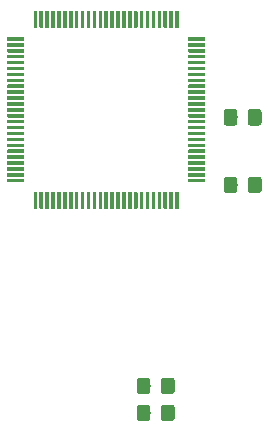
<source format=gbr>
G04 #@! TF.GenerationSoftware,KiCad,Pcbnew,(5.0.2)-1*
G04 #@! TF.CreationDate,2019-10-05T10:25:00-04:00*
G04 #@! TF.ProjectId,Z80_CPU,5a38305f-4350-4552-9e6b-696361645f70,1*
G04 #@! TF.SameCoordinates,Original*
G04 #@! TF.FileFunction,Paste,Top*
G04 #@! TF.FilePolarity,Positive*
%FSLAX46Y46*%
G04 Gerber Fmt 4.6, Leading zero omitted, Abs format (unit mm)*
G04 Created by KiCad (PCBNEW (5.0.2)-1) date 10/5/2019 10:25:00 AM*
%MOMM*%
%LPD*%
G01*
G04 APERTURE LIST*
%ADD10C,0.100000*%
%ADD11C,1.150000*%
%ADD12C,0.300000*%
G04 APERTURE END LIST*
D10*
G04 #@! TO.C,C18*
G36*
X81874505Y-50736204D02*
X81898773Y-50739804D01*
X81922572Y-50745765D01*
X81945671Y-50754030D01*
X81967850Y-50764520D01*
X81988893Y-50777132D01*
X82008599Y-50791747D01*
X82026777Y-50808223D01*
X82043253Y-50826401D01*
X82057868Y-50846107D01*
X82070480Y-50867150D01*
X82080970Y-50889329D01*
X82089235Y-50912428D01*
X82095196Y-50936227D01*
X82098796Y-50960495D01*
X82100000Y-50984999D01*
X82100000Y-51885001D01*
X82098796Y-51909505D01*
X82095196Y-51933773D01*
X82089235Y-51957572D01*
X82080970Y-51980671D01*
X82070480Y-52002850D01*
X82057868Y-52023893D01*
X82043253Y-52043599D01*
X82026777Y-52061777D01*
X82008599Y-52078253D01*
X81988893Y-52092868D01*
X81967850Y-52105480D01*
X81945671Y-52115970D01*
X81922572Y-52124235D01*
X81898773Y-52130196D01*
X81874505Y-52133796D01*
X81850001Y-52135000D01*
X81199999Y-52135000D01*
X81175495Y-52133796D01*
X81151227Y-52130196D01*
X81127428Y-52124235D01*
X81104329Y-52115970D01*
X81082150Y-52105480D01*
X81061107Y-52092868D01*
X81041401Y-52078253D01*
X81023223Y-52061777D01*
X81006747Y-52043599D01*
X80992132Y-52023893D01*
X80979520Y-52002850D01*
X80969030Y-51980671D01*
X80960765Y-51957572D01*
X80954804Y-51933773D01*
X80951204Y-51909505D01*
X80950000Y-51885001D01*
X80950000Y-50984999D01*
X80951204Y-50960495D01*
X80954804Y-50936227D01*
X80960765Y-50912428D01*
X80969030Y-50889329D01*
X80979520Y-50867150D01*
X80992132Y-50846107D01*
X81006747Y-50826401D01*
X81023223Y-50808223D01*
X81041401Y-50791747D01*
X81061107Y-50777132D01*
X81082150Y-50764520D01*
X81104329Y-50754030D01*
X81127428Y-50745765D01*
X81151227Y-50739804D01*
X81175495Y-50736204D01*
X81199999Y-50735000D01*
X81850001Y-50735000D01*
X81874505Y-50736204D01*
X81874505Y-50736204D01*
G37*
D11*
X81525000Y-51435000D03*
D10*
G36*
X83924505Y-50736204D02*
X83948773Y-50739804D01*
X83972572Y-50745765D01*
X83995671Y-50754030D01*
X84017850Y-50764520D01*
X84038893Y-50777132D01*
X84058599Y-50791747D01*
X84076777Y-50808223D01*
X84093253Y-50826401D01*
X84107868Y-50846107D01*
X84120480Y-50867150D01*
X84130970Y-50889329D01*
X84139235Y-50912428D01*
X84145196Y-50936227D01*
X84148796Y-50960495D01*
X84150000Y-50984999D01*
X84150000Y-51885001D01*
X84148796Y-51909505D01*
X84145196Y-51933773D01*
X84139235Y-51957572D01*
X84130970Y-51980671D01*
X84120480Y-52002850D01*
X84107868Y-52023893D01*
X84093253Y-52043599D01*
X84076777Y-52061777D01*
X84058599Y-52078253D01*
X84038893Y-52092868D01*
X84017850Y-52105480D01*
X83995671Y-52115970D01*
X83972572Y-52124235D01*
X83948773Y-52130196D01*
X83924505Y-52133796D01*
X83900001Y-52135000D01*
X83249999Y-52135000D01*
X83225495Y-52133796D01*
X83201227Y-52130196D01*
X83177428Y-52124235D01*
X83154329Y-52115970D01*
X83132150Y-52105480D01*
X83111107Y-52092868D01*
X83091401Y-52078253D01*
X83073223Y-52061777D01*
X83056747Y-52043599D01*
X83042132Y-52023893D01*
X83029520Y-52002850D01*
X83019030Y-51980671D01*
X83010765Y-51957572D01*
X83004804Y-51933773D01*
X83001204Y-51909505D01*
X83000000Y-51885001D01*
X83000000Y-50984999D01*
X83001204Y-50960495D01*
X83004804Y-50936227D01*
X83010765Y-50912428D01*
X83019030Y-50889329D01*
X83029520Y-50867150D01*
X83042132Y-50846107D01*
X83056747Y-50826401D01*
X83073223Y-50808223D01*
X83091401Y-50791747D01*
X83111107Y-50777132D01*
X83132150Y-50764520D01*
X83154329Y-50754030D01*
X83177428Y-50745765D01*
X83201227Y-50739804D01*
X83225495Y-50736204D01*
X83249999Y-50735000D01*
X83900001Y-50735000D01*
X83924505Y-50736204D01*
X83924505Y-50736204D01*
G37*
D11*
X83575000Y-51435000D03*
G04 #@! TD*
D10*
G04 #@! TO.C,C19*
G36*
X83924505Y-56451204D02*
X83948773Y-56454804D01*
X83972572Y-56460765D01*
X83995671Y-56469030D01*
X84017850Y-56479520D01*
X84038893Y-56492132D01*
X84058599Y-56506747D01*
X84076777Y-56523223D01*
X84093253Y-56541401D01*
X84107868Y-56561107D01*
X84120480Y-56582150D01*
X84130970Y-56604329D01*
X84139235Y-56627428D01*
X84145196Y-56651227D01*
X84148796Y-56675495D01*
X84150000Y-56699999D01*
X84150000Y-57600001D01*
X84148796Y-57624505D01*
X84145196Y-57648773D01*
X84139235Y-57672572D01*
X84130970Y-57695671D01*
X84120480Y-57717850D01*
X84107868Y-57738893D01*
X84093253Y-57758599D01*
X84076777Y-57776777D01*
X84058599Y-57793253D01*
X84038893Y-57807868D01*
X84017850Y-57820480D01*
X83995671Y-57830970D01*
X83972572Y-57839235D01*
X83948773Y-57845196D01*
X83924505Y-57848796D01*
X83900001Y-57850000D01*
X83249999Y-57850000D01*
X83225495Y-57848796D01*
X83201227Y-57845196D01*
X83177428Y-57839235D01*
X83154329Y-57830970D01*
X83132150Y-57820480D01*
X83111107Y-57807868D01*
X83091401Y-57793253D01*
X83073223Y-57776777D01*
X83056747Y-57758599D01*
X83042132Y-57738893D01*
X83029520Y-57717850D01*
X83019030Y-57695671D01*
X83010765Y-57672572D01*
X83004804Y-57648773D01*
X83001204Y-57624505D01*
X83000000Y-57600001D01*
X83000000Y-56699999D01*
X83001204Y-56675495D01*
X83004804Y-56651227D01*
X83010765Y-56627428D01*
X83019030Y-56604329D01*
X83029520Y-56582150D01*
X83042132Y-56561107D01*
X83056747Y-56541401D01*
X83073223Y-56523223D01*
X83091401Y-56506747D01*
X83111107Y-56492132D01*
X83132150Y-56479520D01*
X83154329Y-56469030D01*
X83177428Y-56460765D01*
X83201227Y-56454804D01*
X83225495Y-56451204D01*
X83249999Y-56450000D01*
X83900001Y-56450000D01*
X83924505Y-56451204D01*
X83924505Y-56451204D01*
G37*
D11*
X83575000Y-57150000D03*
D10*
G36*
X81874505Y-56451204D02*
X81898773Y-56454804D01*
X81922572Y-56460765D01*
X81945671Y-56469030D01*
X81967850Y-56479520D01*
X81988893Y-56492132D01*
X82008599Y-56506747D01*
X82026777Y-56523223D01*
X82043253Y-56541401D01*
X82057868Y-56561107D01*
X82070480Y-56582150D01*
X82080970Y-56604329D01*
X82089235Y-56627428D01*
X82095196Y-56651227D01*
X82098796Y-56675495D01*
X82100000Y-56699999D01*
X82100000Y-57600001D01*
X82098796Y-57624505D01*
X82095196Y-57648773D01*
X82089235Y-57672572D01*
X82080970Y-57695671D01*
X82070480Y-57717850D01*
X82057868Y-57738893D01*
X82043253Y-57758599D01*
X82026777Y-57776777D01*
X82008599Y-57793253D01*
X81988893Y-57807868D01*
X81967850Y-57820480D01*
X81945671Y-57830970D01*
X81922572Y-57839235D01*
X81898773Y-57845196D01*
X81874505Y-57848796D01*
X81850001Y-57850000D01*
X81199999Y-57850000D01*
X81175495Y-57848796D01*
X81151227Y-57845196D01*
X81127428Y-57839235D01*
X81104329Y-57830970D01*
X81082150Y-57820480D01*
X81061107Y-57807868D01*
X81041401Y-57793253D01*
X81023223Y-57776777D01*
X81006747Y-57758599D01*
X80992132Y-57738893D01*
X80979520Y-57717850D01*
X80969030Y-57695671D01*
X80960765Y-57672572D01*
X80954804Y-57648773D01*
X80951204Y-57624505D01*
X80950000Y-57600001D01*
X80950000Y-56699999D01*
X80951204Y-56675495D01*
X80954804Y-56651227D01*
X80960765Y-56627428D01*
X80969030Y-56604329D01*
X80979520Y-56582150D01*
X80992132Y-56561107D01*
X81006747Y-56541401D01*
X81023223Y-56523223D01*
X81041401Y-56506747D01*
X81061107Y-56492132D01*
X81082150Y-56479520D01*
X81104329Y-56469030D01*
X81127428Y-56460765D01*
X81151227Y-56454804D01*
X81175495Y-56451204D01*
X81199999Y-56450000D01*
X81850001Y-56450000D01*
X81874505Y-56451204D01*
X81874505Y-56451204D01*
G37*
D11*
X81525000Y-57150000D03*
G04 #@! TD*
D10*
G04 #@! TO.C,R8*
G36*
X74508505Y-73469204D02*
X74532773Y-73472804D01*
X74556572Y-73478765D01*
X74579671Y-73487030D01*
X74601850Y-73497520D01*
X74622893Y-73510132D01*
X74642599Y-73524747D01*
X74660777Y-73541223D01*
X74677253Y-73559401D01*
X74691868Y-73579107D01*
X74704480Y-73600150D01*
X74714970Y-73622329D01*
X74723235Y-73645428D01*
X74729196Y-73669227D01*
X74732796Y-73693495D01*
X74734000Y-73717999D01*
X74734000Y-74618001D01*
X74732796Y-74642505D01*
X74729196Y-74666773D01*
X74723235Y-74690572D01*
X74714970Y-74713671D01*
X74704480Y-74735850D01*
X74691868Y-74756893D01*
X74677253Y-74776599D01*
X74660777Y-74794777D01*
X74642599Y-74811253D01*
X74622893Y-74825868D01*
X74601850Y-74838480D01*
X74579671Y-74848970D01*
X74556572Y-74857235D01*
X74532773Y-74863196D01*
X74508505Y-74866796D01*
X74484001Y-74868000D01*
X73833999Y-74868000D01*
X73809495Y-74866796D01*
X73785227Y-74863196D01*
X73761428Y-74857235D01*
X73738329Y-74848970D01*
X73716150Y-74838480D01*
X73695107Y-74825868D01*
X73675401Y-74811253D01*
X73657223Y-74794777D01*
X73640747Y-74776599D01*
X73626132Y-74756893D01*
X73613520Y-74735850D01*
X73603030Y-74713671D01*
X73594765Y-74690572D01*
X73588804Y-74666773D01*
X73585204Y-74642505D01*
X73584000Y-74618001D01*
X73584000Y-73717999D01*
X73585204Y-73693495D01*
X73588804Y-73669227D01*
X73594765Y-73645428D01*
X73603030Y-73622329D01*
X73613520Y-73600150D01*
X73626132Y-73579107D01*
X73640747Y-73559401D01*
X73657223Y-73541223D01*
X73675401Y-73524747D01*
X73695107Y-73510132D01*
X73716150Y-73497520D01*
X73738329Y-73487030D01*
X73761428Y-73478765D01*
X73785227Y-73472804D01*
X73809495Y-73469204D01*
X73833999Y-73468000D01*
X74484001Y-73468000D01*
X74508505Y-73469204D01*
X74508505Y-73469204D01*
G37*
D11*
X74159000Y-74168000D03*
D10*
G36*
X76558505Y-73469204D02*
X76582773Y-73472804D01*
X76606572Y-73478765D01*
X76629671Y-73487030D01*
X76651850Y-73497520D01*
X76672893Y-73510132D01*
X76692599Y-73524747D01*
X76710777Y-73541223D01*
X76727253Y-73559401D01*
X76741868Y-73579107D01*
X76754480Y-73600150D01*
X76764970Y-73622329D01*
X76773235Y-73645428D01*
X76779196Y-73669227D01*
X76782796Y-73693495D01*
X76784000Y-73717999D01*
X76784000Y-74618001D01*
X76782796Y-74642505D01*
X76779196Y-74666773D01*
X76773235Y-74690572D01*
X76764970Y-74713671D01*
X76754480Y-74735850D01*
X76741868Y-74756893D01*
X76727253Y-74776599D01*
X76710777Y-74794777D01*
X76692599Y-74811253D01*
X76672893Y-74825868D01*
X76651850Y-74838480D01*
X76629671Y-74848970D01*
X76606572Y-74857235D01*
X76582773Y-74863196D01*
X76558505Y-74866796D01*
X76534001Y-74868000D01*
X75883999Y-74868000D01*
X75859495Y-74866796D01*
X75835227Y-74863196D01*
X75811428Y-74857235D01*
X75788329Y-74848970D01*
X75766150Y-74838480D01*
X75745107Y-74825868D01*
X75725401Y-74811253D01*
X75707223Y-74794777D01*
X75690747Y-74776599D01*
X75676132Y-74756893D01*
X75663520Y-74735850D01*
X75653030Y-74713671D01*
X75644765Y-74690572D01*
X75638804Y-74666773D01*
X75635204Y-74642505D01*
X75634000Y-74618001D01*
X75634000Y-73717999D01*
X75635204Y-73693495D01*
X75638804Y-73669227D01*
X75644765Y-73645428D01*
X75653030Y-73622329D01*
X75663520Y-73600150D01*
X75676132Y-73579107D01*
X75690747Y-73559401D01*
X75707223Y-73541223D01*
X75725401Y-73524747D01*
X75745107Y-73510132D01*
X75766150Y-73497520D01*
X75788329Y-73487030D01*
X75811428Y-73478765D01*
X75835227Y-73472804D01*
X75859495Y-73469204D01*
X75883999Y-73468000D01*
X76534001Y-73468000D01*
X76558505Y-73469204D01*
X76558505Y-73469204D01*
G37*
D11*
X76209000Y-74168000D03*
G04 #@! TD*
D10*
G04 #@! TO.C,R9*
G36*
X76558505Y-75755204D02*
X76582773Y-75758804D01*
X76606572Y-75764765D01*
X76629671Y-75773030D01*
X76651850Y-75783520D01*
X76672893Y-75796132D01*
X76692599Y-75810747D01*
X76710777Y-75827223D01*
X76727253Y-75845401D01*
X76741868Y-75865107D01*
X76754480Y-75886150D01*
X76764970Y-75908329D01*
X76773235Y-75931428D01*
X76779196Y-75955227D01*
X76782796Y-75979495D01*
X76784000Y-76003999D01*
X76784000Y-76904001D01*
X76782796Y-76928505D01*
X76779196Y-76952773D01*
X76773235Y-76976572D01*
X76764970Y-76999671D01*
X76754480Y-77021850D01*
X76741868Y-77042893D01*
X76727253Y-77062599D01*
X76710777Y-77080777D01*
X76692599Y-77097253D01*
X76672893Y-77111868D01*
X76651850Y-77124480D01*
X76629671Y-77134970D01*
X76606572Y-77143235D01*
X76582773Y-77149196D01*
X76558505Y-77152796D01*
X76534001Y-77154000D01*
X75883999Y-77154000D01*
X75859495Y-77152796D01*
X75835227Y-77149196D01*
X75811428Y-77143235D01*
X75788329Y-77134970D01*
X75766150Y-77124480D01*
X75745107Y-77111868D01*
X75725401Y-77097253D01*
X75707223Y-77080777D01*
X75690747Y-77062599D01*
X75676132Y-77042893D01*
X75663520Y-77021850D01*
X75653030Y-76999671D01*
X75644765Y-76976572D01*
X75638804Y-76952773D01*
X75635204Y-76928505D01*
X75634000Y-76904001D01*
X75634000Y-76003999D01*
X75635204Y-75979495D01*
X75638804Y-75955227D01*
X75644765Y-75931428D01*
X75653030Y-75908329D01*
X75663520Y-75886150D01*
X75676132Y-75865107D01*
X75690747Y-75845401D01*
X75707223Y-75827223D01*
X75725401Y-75810747D01*
X75745107Y-75796132D01*
X75766150Y-75783520D01*
X75788329Y-75773030D01*
X75811428Y-75764765D01*
X75835227Y-75758804D01*
X75859495Y-75755204D01*
X75883999Y-75754000D01*
X76534001Y-75754000D01*
X76558505Y-75755204D01*
X76558505Y-75755204D01*
G37*
D11*
X76209000Y-76454000D03*
D10*
G36*
X74508505Y-75755204D02*
X74532773Y-75758804D01*
X74556572Y-75764765D01*
X74579671Y-75773030D01*
X74601850Y-75783520D01*
X74622893Y-75796132D01*
X74642599Y-75810747D01*
X74660777Y-75827223D01*
X74677253Y-75845401D01*
X74691868Y-75865107D01*
X74704480Y-75886150D01*
X74714970Y-75908329D01*
X74723235Y-75931428D01*
X74729196Y-75955227D01*
X74732796Y-75979495D01*
X74734000Y-76003999D01*
X74734000Y-76904001D01*
X74732796Y-76928505D01*
X74729196Y-76952773D01*
X74723235Y-76976572D01*
X74714970Y-76999671D01*
X74704480Y-77021850D01*
X74691868Y-77042893D01*
X74677253Y-77062599D01*
X74660777Y-77080777D01*
X74642599Y-77097253D01*
X74622893Y-77111868D01*
X74601850Y-77124480D01*
X74579671Y-77134970D01*
X74556572Y-77143235D01*
X74532773Y-77149196D01*
X74508505Y-77152796D01*
X74484001Y-77154000D01*
X73833999Y-77154000D01*
X73809495Y-77152796D01*
X73785227Y-77149196D01*
X73761428Y-77143235D01*
X73738329Y-77134970D01*
X73716150Y-77124480D01*
X73695107Y-77111868D01*
X73675401Y-77097253D01*
X73657223Y-77080777D01*
X73640747Y-77062599D01*
X73626132Y-77042893D01*
X73613520Y-77021850D01*
X73603030Y-76999671D01*
X73594765Y-76976572D01*
X73588804Y-76952773D01*
X73585204Y-76928505D01*
X73584000Y-76904001D01*
X73584000Y-76003999D01*
X73585204Y-75979495D01*
X73588804Y-75955227D01*
X73594765Y-75931428D01*
X73603030Y-75908329D01*
X73613520Y-75886150D01*
X73626132Y-75865107D01*
X73640747Y-75845401D01*
X73657223Y-75827223D01*
X73675401Y-75810747D01*
X73695107Y-75796132D01*
X73716150Y-75783520D01*
X73738329Y-75773030D01*
X73761428Y-75764765D01*
X73785227Y-75758804D01*
X73809495Y-75755204D01*
X73833999Y-75754000D01*
X74484001Y-75754000D01*
X74508505Y-75755204D01*
X74508505Y-75755204D01*
G37*
D11*
X74159000Y-76454000D03*
G04 #@! TD*
D10*
G04 #@! TO.C,U4*
G36*
X64007351Y-44650361D02*
X64014632Y-44651441D01*
X64021771Y-44653229D01*
X64028701Y-44655709D01*
X64035355Y-44658856D01*
X64041668Y-44662640D01*
X64047579Y-44667024D01*
X64053033Y-44671967D01*
X64057976Y-44677421D01*
X64062360Y-44683332D01*
X64066144Y-44689645D01*
X64069291Y-44696299D01*
X64071771Y-44703229D01*
X64073559Y-44710368D01*
X64074639Y-44717649D01*
X64075000Y-44725000D01*
X64075000Y-44875000D01*
X64074639Y-44882351D01*
X64073559Y-44889632D01*
X64071771Y-44896771D01*
X64069291Y-44903701D01*
X64066144Y-44910355D01*
X64062360Y-44916668D01*
X64057976Y-44922579D01*
X64053033Y-44928033D01*
X64047579Y-44932976D01*
X64041668Y-44937360D01*
X64035355Y-44941144D01*
X64028701Y-44944291D01*
X64021771Y-44946771D01*
X64014632Y-44948559D01*
X64007351Y-44949639D01*
X64000000Y-44950000D01*
X62675000Y-44950000D01*
X62667649Y-44949639D01*
X62660368Y-44948559D01*
X62653229Y-44946771D01*
X62646299Y-44944291D01*
X62639645Y-44941144D01*
X62633332Y-44937360D01*
X62627421Y-44932976D01*
X62621967Y-44928033D01*
X62617024Y-44922579D01*
X62612640Y-44916668D01*
X62608856Y-44910355D01*
X62605709Y-44903701D01*
X62603229Y-44896771D01*
X62601441Y-44889632D01*
X62600361Y-44882351D01*
X62600000Y-44875000D01*
X62600000Y-44725000D01*
X62600361Y-44717649D01*
X62601441Y-44710368D01*
X62603229Y-44703229D01*
X62605709Y-44696299D01*
X62608856Y-44689645D01*
X62612640Y-44683332D01*
X62617024Y-44677421D01*
X62621967Y-44671967D01*
X62627421Y-44667024D01*
X62633332Y-44662640D01*
X62639645Y-44658856D01*
X62646299Y-44655709D01*
X62653229Y-44653229D01*
X62660368Y-44651441D01*
X62667649Y-44650361D01*
X62675000Y-44650000D01*
X64000000Y-44650000D01*
X64007351Y-44650361D01*
X64007351Y-44650361D01*
G37*
D12*
X63337500Y-44800000D03*
D10*
G36*
X64007351Y-45150361D02*
X64014632Y-45151441D01*
X64021771Y-45153229D01*
X64028701Y-45155709D01*
X64035355Y-45158856D01*
X64041668Y-45162640D01*
X64047579Y-45167024D01*
X64053033Y-45171967D01*
X64057976Y-45177421D01*
X64062360Y-45183332D01*
X64066144Y-45189645D01*
X64069291Y-45196299D01*
X64071771Y-45203229D01*
X64073559Y-45210368D01*
X64074639Y-45217649D01*
X64075000Y-45225000D01*
X64075000Y-45375000D01*
X64074639Y-45382351D01*
X64073559Y-45389632D01*
X64071771Y-45396771D01*
X64069291Y-45403701D01*
X64066144Y-45410355D01*
X64062360Y-45416668D01*
X64057976Y-45422579D01*
X64053033Y-45428033D01*
X64047579Y-45432976D01*
X64041668Y-45437360D01*
X64035355Y-45441144D01*
X64028701Y-45444291D01*
X64021771Y-45446771D01*
X64014632Y-45448559D01*
X64007351Y-45449639D01*
X64000000Y-45450000D01*
X62675000Y-45450000D01*
X62667649Y-45449639D01*
X62660368Y-45448559D01*
X62653229Y-45446771D01*
X62646299Y-45444291D01*
X62639645Y-45441144D01*
X62633332Y-45437360D01*
X62627421Y-45432976D01*
X62621967Y-45428033D01*
X62617024Y-45422579D01*
X62612640Y-45416668D01*
X62608856Y-45410355D01*
X62605709Y-45403701D01*
X62603229Y-45396771D01*
X62601441Y-45389632D01*
X62600361Y-45382351D01*
X62600000Y-45375000D01*
X62600000Y-45225000D01*
X62600361Y-45217649D01*
X62601441Y-45210368D01*
X62603229Y-45203229D01*
X62605709Y-45196299D01*
X62608856Y-45189645D01*
X62612640Y-45183332D01*
X62617024Y-45177421D01*
X62621967Y-45171967D01*
X62627421Y-45167024D01*
X62633332Y-45162640D01*
X62639645Y-45158856D01*
X62646299Y-45155709D01*
X62653229Y-45153229D01*
X62660368Y-45151441D01*
X62667649Y-45150361D01*
X62675000Y-45150000D01*
X64000000Y-45150000D01*
X64007351Y-45150361D01*
X64007351Y-45150361D01*
G37*
D12*
X63337500Y-45300000D03*
D10*
G36*
X64007351Y-45650361D02*
X64014632Y-45651441D01*
X64021771Y-45653229D01*
X64028701Y-45655709D01*
X64035355Y-45658856D01*
X64041668Y-45662640D01*
X64047579Y-45667024D01*
X64053033Y-45671967D01*
X64057976Y-45677421D01*
X64062360Y-45683332D01*
X64066144Y-45689645D01*
X64069291Y-45696299D01*
X64071771Y-45703229D01*
X64073559Y-45710368D01*
X64074639Y-45717649D01*
X64075000Y-45725000D01*
X64075000Y-45875000D01*
X64074639Y-45882351D01*
X64073559Y-45889632D01*
X64071771Y-45896771D01*
X64069291Y-45903701D01*
X64066144Y-45910355D01*
X64062360Y-45916668D01*
X64057976Y-45922579D01*
X64053033Y-45928033D01*
X64047579Y-45932976D01*
X64041668Y-45937360D01*
X64035355Y-45941144D01*
X64028701Y-45944291D01*
X64021771Y-45946771D01*
X64014632Y-45948559D01*
X64007351Y-45949639D01*
X64000000Y-45950000D01*
X62675000Y-45950000D01*
X62667649Y-45949639D01*
X62660368Y-45948559D01*
X62653229Y-45946771D01*
X62646299Y-45944291D01*
X62639645Y-45941144D01*
X62633332Y-45937360D01*
X62627421Y-45932976D01*
X62621967Y-45928033D01*
X62617024Y-45922579D01*
X62612640Y-45916668D01*
X62608856Y-45910355D01*
X62605709Y-45903701D01*
X62603229Y-45896771D01*
X62601441Y-45889632D01*
X62600361Y-45882351D01*
X62600000Y-45875000D01*
X62600000Y-45725000D01*
X62600361Y-45717649D01*
X62601441Y-45710368D01*
X62603229Y-45703229D01*
X62605709Y-45696299D01*
X62608856Y-45689645D01*
X62612640Y-45683332D01*
X62617024Y-45677421D01*
X62621967Y-45671967D01*
X62627421Y-45667024D01*
X62633332Y-45662640D01*
X62639645Y-45658856D01*
X62646299Y-45655709D01*
X62653229Y-45653229D01*
X62660368Y-45651441D01*
X62667649Y-45650361D01*
X62675000Y-45650000D01*
X64000000Y-45650000D01*
X64007351Y-45650361D01*
X64007351Y-45650361D01*
G37*
D12*
X63337500Y-45800000D03*
D10*
G36*
X64007351Y-46150361D02*
X64014632Y-46151441D01*
X64021771Y-46153229D01*
X64028701Y-46155709D01*
X64035355Y-46158856D01*
X64041668Y-46162640D01*
X64047579Y-46167024D01*
X64053033Y-46171967D01*
X64057976Y-46177421D01*
X64062360Y-46183332D01*
X64066144Y-46189645D01*
X64069291Y-46196299D01*
X64071771Y-46203229D01*
X64073559Y-46210368D01*
X64074639Y-46217649D01*
X64075000Y-46225000D01*
X64075000Y-46375000D01*
X64074639Y-46382351D01*
X64073559Y-46389632D01*
X64071771Y-46396771D01*
X64069291Y-46403701D01*
X64066144Y-46410355D01*
X64062360Y-46416668D01*
X64057976Y-46422579D01*
X64053033Y-46428033D01*
X64047579Y-46432976D01*
X64041668Y-46437360D01*
X64035355Y-46441144D01*
X64028701Y-46444291D01*
X64021771Y-46446771D01*
X64014632Y-46448559D01*
X64007351Y-46449639D01*
X64000000Y-46450000D01*
X62675000Y-46450000D01*
X62667649Y-46449639D01*
X62660368Y-46448559D01*
X62653229Y-46446771D01*
X62646299Y-46444291D01*
X62639645Y-46441144D01*
X62633332Y-46437360D01*
X62627421Y-46432976D01*
X62621967Y-46428033D01*
X62617024Y-46422579D01*
X62612640Y-46416668D01*
X62608856Y-46410355D01*
X62605709Y-46403701D01*
X62603229Y-46396771D01*
X62601441Y-46389632D01*
X62600361Y-46382351D01*
X62600000Y-46375000D01*
X62600000Y-46225000D01*
X62600361Y-46217649D01*
X62601441Y-46210368D01*
X62603229Y-46203229D01*
X62605709Y-46196299D01*
X62608856Y-46189645D01*
X62612640Y-46183332D01*
X62617024Y-46177421D01*
X62621967Y-46171967D01*
X62627421Y-46167024D01*
X62633332Y-46162640D01*
X62639645Y-46158856D01*
X62646299Y-46155709D01*
X62653229Y-46153229D01*
X62660368Y-46151441D01*
X62667649Y-46150361D01*
X62675000Y-46150000D01*
X64000000Y-46150000D01*
X64007351Y-46150361D01*
X64007351Y-46150361D01*
G37*
D12*
X63337500Y-46300000D03*
D10*
G36*
X64007351Y-46650361D02*
X64014632Y-46651441D01*
X64021771Y-46653229D01*
X64028701Y-46655709D01*
X64035355Y-46658856D01*
X64041668Y-46662640D01*
X64047579Y-46667024D01*
X64053033Y-46671967D01*
X64057976Y-46677421D01*
X64062360Y-46683332D01*
X64066144Y-46689645D01*
X64069291Y-46696299D01*
X64071771Y-46703229D01*
X64073559Y-46710368D01*
X64074639Y-46717649D01*
X64075000Y-46725000D01*
X64075000Y-46875000D01*
X64074639Y-46882351D01*
X64073559Y-46889632D01*
X64071771Y-46896771D01*
X64069291Y-46903701D01*
X64066144Y-46910355D01*
X64062360Y-46916668D01*
X64057976Y-46922579D01*
X64053033Y-46928033D01*
X64047579Y-46932976D01*
X64041668Y-46937360D01*
X64035355Y-46941144D01*
X64028701Y-46944291D01*
X64021771Y-46946771D01*
X64014632Y-46948559D01*
X64007351Y-46949639D01*
X64000000Y-46950000D01*
X62675000Y-46950000D01*
X62667649Y-46949639D01*
X62660368Y-46948559D01*
X62653229Y-46946771D01*
X62646299Y-46944291D01*
X62639645Y-46941144D01*
X62633332Y-46937360D01*
X62627421Y-46932976D01*
X62621967Y-46928033D01*
X62617024Y-46922579D01*
X62612640Y-46916668D01*
X62608856Y-46910355D01*
X62605709Y-46903701D01*
X62603229Y-46896771D01*
X62601441Y-46889632D01*
X62600361Y-46882351D01*
X62600000Y-46875000D01*
X62600000Y-46725000D01*
X62600361Y-46717649D01*
X62601441Y-46710368D01*
X62603229Y-46703229D01*
X62605709Y-46696299D01*
X62608856Y-46689645D01*
X62612640Y-46683332D01*
X62617024Y-46677421D01*
X62621967Y-46671967D01*
X62627421Y-46667024D01*
X62633332Y-46662640D01*
X62639645Y-46658856D01*
X62646299Y-46655709D01*
X62653229Y-46653229D01*
X62660368Y-46651441D01*
X62667649Y-46650361D01*
X62675000Y-46650000D01*
X64000000Y-46650000D01*
X64007351Y-46650361D01*
X64007351Y-46650361D01*
G37*
D12*
X63337500Y-46800000D03*
D10*
G36*
X64007351Y-47150361D02*
X64014632Y-47151441D01*
X64021771Y-47153229D01*
X64028701Y-47155709D01*
X64035355Y-47158856D01*
X64041668Y-47162640D01*
X64047579Y-47167024D01*
X64053033Y-47171967D01*
X64057976Y-47177421D01*
X64062360Y-47183332D01*
X64066144Y-47189645D01*
X64069291Y-47196299D01*
X64071771Y-47203229D01*
X64073559Y-47210368D01*
X64074639Y-47217649D01*
X64075000Y-47225000D01*
X64075000Y-47375000D01*
X64074639Y-47382351D01*
X64073559Y-47389632D01*
X64071771Y-47396771D01*
X64069291Y-47403701D01*
X64066144Y-47410355D01*
X64062360Y-47416668D01*
X64057976Y-47422579D01*
X64053033Y-47428033D01*
X64047579Y-47432976D01*
X64041668Y-47437360D01*
X64035355Y-47441144D01*
X64028701Y-47444291D01*
X64021771Y-47446771D01*
X64014632Y-47448559D01*
X64007351Y-47449639D01*
X64000000Y-47450000D01*
X62675000Y-47450000D01*
X62667649Y-47449639D01*
X62660368Y-47448559D01*
X62653229Y-47446771D01*
X62646299Y-47444291D01*
X62639645Y-47441144D01*
X62633332Y-47437360D01*
X62627421Y-47432976D01*
X62621967Y-47428033D01*
X62617024Y-47422579D01*
X62612640Y-47416668D01*
X62608856Y-47410355D01*
X62605709Y-47403701D01*
X62603229Y-47396771D01*
X62601441Y-47389632D01*
X62600361Y-47382351D01*
X62600000Y-47375000D01*
X62600000Y-47225000D01*
X62600361Y-47217649D01*
X62601441Y-47210368D01*
X62603229Y-47203229D01*
X62605709Y-47196299D01*
X62608856Y-47189645D01*
X62612640Y-47183332D01*
X62617024Y-47177421D01*
X62621967Y-47171967D01*
X62627421Y-47167024D01*
X62633332Y-47162640D01*
X62639645Y-47158856D01*
X62646299Y-47155709D01*
X62653229Y-47153229D01*
X62660368Y-47151441D01*
X62667649Y-47150361D01*
X62675000Y-47150000D01*
X64000000Y-47150000D01*
X64007351Y-47150361D01*
X64007351Y-47150361D01*
G37*
D12*
X63337500Y-47300000D03*
D10*
G36*
X64007351Y-47650361D02*
X64014632Y-47651441D01*
X64021771Y-47653229D01*
X64028701Y-47655709D01*
X64035355Y-47658856D01*
X64041668Y-47662640D01*
X64047579Y-47667024D01*
X64053033Y-47671967D01*
X64057976Y-47677421D01*
X64062360Y-47683332D01*
X64066144Y-47689645D01*
X64069291Y-47696299D01*
X64071771Y-47703229D01*
X64073559Y-47710368D01*
X64074639Y-47717649D01*
X64075000Y-47725000D01*
X64075000Y-47875000D01*
X64074639Y-47882351D01*
X64073559Y-47889632D01*
X64071771Y-47896771D01*
X64069291Y-47903701D01*
X64066144Y-47910355D01*
X64062360Y-47916668D01*
X64057976Y-47922579D01*
X64053033Y-47928033D01*
X64047579Y-47932976D01*
X64041668Y-47937360D01*
X64035355Y-47941144D01*
X64028701Y-47944291D01*
X64021771Y-47946771D01*
X64014632Y-47948559D01*
X64007351Y-47949639D01*
X64000000Y-47950000D01*
X62675000Y-47950000D01*
X62667649Y-47949639D01*
X62660368Y-47948559D01*
X62653229Y-47946771D01*
X62646299Y-47944291D01*
X62639645Y-47941144D01*
X62633332Y-47937360D01*
X62627421Y-47932976D01*
X62621967Y-47928033D01*
X62617024Y-47922579D01*
X62612640Y-47916668D01*
X62608856Y-47910355D01*
X62605709Y-47903701D01*
X62603229Y-47896771D01*
X62601441Y-47889632D01*
X62600361Y-47882351D01*
X62600000Y-47875000D01*
X62600000Y-47725000D01*
X62600361Y-47717649D01*
X62601441Y-47710368D01*
X62603229Y-47703229D01*
X62605709Y-47696299D01*
X62608856Y-47689645D01*
X62612640Y-47683332D01*
X62617024Y-47677421D01*
X62621967Y-47671967D01*
X62627421Y-47667024D01*
X62633332Y-47662640D01*
X62639645Y-47658856D01*
X62646299Y-47655709D01*
X62653229Y-47653229D01*
X62660368Y-47651441D01*
X62667649Y-47650361D01*
X62675000Y-47650000D01*
X64000000Y-47650000D01*
X64007351Y-47650361D01*
X64007351Y-47650361D01*
G37*
D12*
X63337500Y-47800000D03*
D10*
G36*
X64007351Y-48150361D02*
X64014632Y-48151441D01*
X64021771Y-48153229D01*
X64028701Y-48155709D01*
X64035355Y-48158856D01*
X64041668Y-48162640D01*
X64047579Y-48167024D01*
X64053033Y-48171967D01*
X64057976Y-48177421D01*
X64062360Y-48183332D01*
X64066144Y-48189645D01*
X64069291Y-48196299D01*
X64071771Y-48203229D01*
X64073559Y-48210368D01*
X64074639Y-48217649D01*
X64075000Y-48225000D01*
X64075000Y-48375000D01*
X64074639Y-48382351D01*
X64073559Y-48389632D01*
X64071771Y-48396771D01*
X64069291Y-48403701D01*
X64066144Y-48410355D01*
X64062360Y-48416668D01*
X64057976Y-48422579D01*
X64053033Y-48428033D01*
X64047579Y-48432976D01*
X64041668Y-48437360D01*
X64035355Y-48441144D01*
X64028701Y-48444291D01*
X64021771Y-48446771D01*
X64014632Y-48448559D01*
X64007351Y-48449639D01*
X64000000Y-48450000D01*
X62675000Y-48450000D01*
X62667649Y-48449639D01*
X62660368Y-48448559D01*
X62653229Y-48446771D01*
X62646299Y-48444291D01*
X62639645Y-48441144D01*
X62633332Y-48437360D01*
X62627421Y-48432976D01*
X62621967Y-48428033D01*
X62617024Y-48422579D01*
X62612640Y-48416668D01*
X62608856Y-48410355D01*
X62605709Y-48403701D01*
X62603229Y-48396771D01*
X62601441Y-48389632D01*
X62600361Y-48382351D01*
X62600000Y-48375000D01*
X62600000Y-48225000D01*
X62600361Y-48217649D01*
X62601441Y-48210368D01*
X62603229Y-48203229D01*
X62605709Y-48196299D01*
X62608856Y-48189645D01*
X62612640Y-48183332D01*
X62617024Y-48177421D01*
X62621967Y-48171967D01*
X62627421Y-48167024D01*
X62633332Y-48162640D01*
X62639645Y-48158856D01*
X62646299Y-48155709D01*
X62653229Y-48153229D01*
X62660368Y-48151441D01*
X62667649Y-48150361D01*
X62675000Y-48150000D01*
X64000000Y-48150000D01*
X64007351Y-48150361D01*
X64007351Y-48150361D01*
G37*
D12*
X63337500Y-48300000D03*
D10*
G36*
X64007351Y-48650361D02*
X64014632Y-48651441D01*
X64021771Y-48653229D01*
X64028701Y-48655709D01*
X64035355Y-48658856D01*
X64041668Y-48662640D01*
X64047579Y-48667024D01*
X64053033Y-48671967D01*
X64057976Y-48677421D01*
X64062360Y-48683332D01*
X64066144Y-48689645D01*
X64069291Y-48696299D01*
X64071771Y-48703229D01*
X64073559Y-48710368D01*
X64074639Y-48717649D01*
X64075000Y-48725000D01*
X64075000Y-48875000D01*
X64074639Y-48882351D01*
X64073559Y-48889632D01*
X64071771Y-48896771D01*
X64069291Y-48903701D01*
X64066144Y-48910355D01*
X64062360Y-48916668D01*
X64057976Y-48922579D01*
X64053033Y-48928033D01*
X64047579Y-48932976D01*
X64041668Y-48937360D01*
X64035355Y-48941144D01*
X64028701Y-48944291D01*
X64021771Y-48946771D01*
X64014632Y-48948559D01*
X64007351Y-48949639D01*
X64000000Y-48950000D01*
X62675000Y-48950000D01*
X62667649Y-48949639D01*
X62660368Y-48948559D01*
X62653229Y-48946771D01*
X62646299Y-48944291D01*
X62639645Y-48941144D01*
X62633332Y-48937360D01*
X62627421Y-48932976D01*
X62621967Y-48928033D01*
X62617024Y-48922579D01*
X62612640Y-48916668D01*
X62608856Y-48910355D01*
X62605709Y-48903701D01*
X62603229Y-48896771D01*
X62601441Y-48889632D01*
X62600361Y-48882351D01*
X62600000Y-48875000D01*
X62600000Y-48725000D01*
X62600361Y-48717649D01*
X62601441Y-48710368D01*
X62603229Y-48703229D01*
X62605709Y-48696299D01*
X62608856Y-48689645D01*
X62612640Y-48683332D01*
X62617024Y-48677421D01*
X62621967Y-48671967D01*
X62627421Y-48667024D01*
X62633332Y-48662640D01*
X62639645Y-48658856D01*
X62646299Y-48655709D01*
X62653229Y-48653229D01*
X62660368Y-48651441D01*
X62667649Y-48650361D01*
X62675000Y-48650000D01*
X64000000Y-48650000D01*
X64007351Y-48650361D01*
X64007351Y-48650361D01*
G37*
D12*
X63337500Y-48800000D03*
D10*
G36*
X64007351Y-49150361D02*
X64014632Y-49151441D01*
X64021771Y-49153229D01*
X64028701Y-49155709D01*
X64035355Y-49158856D01*
X64041668Y-49162640D01*
X64047579Y-49167024D01*
X64053033Y-49171967D01*
X64057976Y-49177421D01*
X64062360Y-49183332D01*
X64066144Y-49189645D01*
X64069291Y-49196299D01*
X64071771Y-49203229D01*
X64073559Y-49210368D01*
X64074639Y-49217649D01*
X64075000Y-49225000D01*
X64075000Y-49375000D01*
X64074639Y-49382351D01*
X64073559Y-49389632D01*
X64071771Y-49396771D01*
X64069291Y-49403701D01*
X64066144Y-49410355D01*
X64062360Y-49416668D01*
X64057976Y-49422579D01*
X64053033Y-49428033D01*
X64047579Y-49432976D01*
X64041668Y-49437360D01*
X64035355Y-49441144D01*
X64028701Y-49444291D01*
X64021771Y-49446771D01*
X64014632Y-49448559D01*
X64007351Y-49449639D01*
X64000000Y-49450000D01*
X62675000Y-49450000D01*
X62667649Y-49449639D01*
X62660368Y-49448559D01*
X62653229Y-49446771D01*
X62646299Y-49444291D01*
X62639645Y-49441144D01*
X62633332Y-49437360D01*
X62627421Y-49432976D01*
X62621967Y-49428033D01*
X62617024Y-49422579D01*
X62612640Y-49416668D01*
X62608856Y-49410355D01*
X62605709Y-49403701D01*
X62603229Y-49396771D01*
X62601441Y-49389632D01*
X62600361Y-49382351D01*
X62600000Y-49375000D01*
X62600000Y-49225000D01*
X62600361Y-49217649D01*
X62601441Y-49210368D01*
X62603229Y-49203229D01*
X62605709Y-49196299D01*
X62608856Y-49189645D01*
X62612640Y-49183332D01*
X62617024Y-49177421D01*
X62621967Y-49171967D01*
X62627421Y-49167024D01*
X62633332Y-49162640D01*
X62639645Y-49158856D01*
X62646299Y-49155709D01*
X62653229Y-49153229D01*
X62660368Y-49151441D01*
X62667649Y-49150361D01*
X62675000Y-49150000D01*
X64000000Y-49150000D01*
X64007351Y-49150361D01*
X64007351Y-49150361D01*
G37*
D12*
X63337500Y-49300000D03*
D10*
G36*
X64007351Y-49650361D02*
X64014632Y-49651441D01*
X64021771Y-49653229D01*
X64028701Y-49655709D01*
X64035355Y-49658856D01*
X64041668Y-49662640D01*
X64047579Y-49667024D01*
X64053033Y-49671967D01*
X64057976Y-49677421D01*
X64062360Y-49683332D01*
X64066144Y-49689645D01*
X64069291Y-49696299D01*
X64071771Y-49703229D01*
X64073559Y-49710368D01*
X64074639Y-49717649D01*
X64075000Y-49725000D01*
X64075000Y-49875000D01*
X64074639Y-49882351D01*
X64073559Y-49889632D01*
X64071771Y-49896771D01*
X64069291Y-49903701D01*
X64066144Y-49910355D01*
X64062360Y-49916668D01*
X64057976Y-49922579D01*
X64053033Y-49928033D01*
X64047579Y-49932976D01*
X64041668Y-49937360D01*
X64035355Y-49941144D01*
X64028701Y-49944291D01*
X64021771Y-49946771D01*
X64014632Y-49948559D01*
X64007351Y-49949639D01*
X64000000Y-49950000D01*
X62675000Y-49950000D01*
X62667649Y-49949639D01*
X62660368Y-49948559D01*
X62653229Y-49946771D01*
X62646299Y-49944291D01*
X62639645Y-49941144D01*
X62633332Y-49937360D01*
X62627421Y-49932976D01*
X62621967Y-49928033D01*
X62617024Y-49922579D01*
X62612640Y-49916668D01*
X62608856Y-49910355D01*
X62605709Y-49903701D01*
X62603229Y-49896771D01*
X62601441Y-49889632D01*
X62600361Y-49882351D01*
X62600000Y-49875000D01*
X62600000Y-49725000D01*
X62600361Y-49717649D01*
X62601441Y-49710368D01*
X62603229Y-49703229D01*
X62605709Y-49696299D01*
X62608856Y-49689645D01*
X62612640Y-49683332D01*
X62617024Y-49677421D01*
X62621967Y-49671967D01*
X62627421Y-49667024D01*
X62633332Y-49662640D01*
X62639645Y-49658856D01*
X62646299Y-49655709D01*
X62653229Y-49653229D01*
X62660368Y-49651441D01*
X62667649Y-49650361D01*
X62675000Y-49650000D01*
X64000000Y-49650000D01*
X64007351Y-49650361D01*
X64007351Y-49650361D01*
G37*
D12*
X63337500Y-49800000D03*
D10*
G36*
X64007351Y-50150361D02*
X64014632Y-50151441D01*
X64021771Y-50153229D01*
X64028701Y-50155709D01*
X64035355Y-50158856D01*
X64041668Y-50162640D01*
X64047579Y-50167024D01*
X64053033Y-50171967D01*
X64057976Y-50177421D01*
X64062360Y-50183332D01*
X64066144Y-50189645D01*
X64069291Y-50196299D01*
X64071771Y-50203229D01*
X64073559Y-50210368D01*
X64074639Y-50217649D01*
X64075000Y-50225000D01*
X64075000Y-50375000D01*
X64074639Y-50382351D01*
X64073559Y-50389632D01*
X64071771Y-50396771D01*
X64069291Y-50403701D01*
X64066144Y-50410355D01*
X64062360Y-50416668D01*
X64057976Y-50422579D01*
X64053033Y-50428033D01*
X64047579Y-50432976D01*
X64041668Y-50437360D01*
X64035355Y-50441144D01*
X64028701Y-50444291D01*
X64021771Y-50446771D01*
X64014632Y-50448559D01*
X64007351Y-50449639D01*
X64000000Y-50450000D01*
X62675000Y-50450000D01*
X62667649Y-50449639D01*
X62660368Y-50448559D01*
X62653229Y-50446771D01*
X62646299Y-50444291D01*
X62639645Y-50441144D01*
X62633332Y-50437360D01*
X62627421Y-50432976D01*
X62621967Y-50428033D01*
X62617024Y-50422579D01*
X62612640Y-50416668D01*
X62608856Y-50410355D01*
X62605709Y-50403701D01*
X62603229Y-50396771D01*
X62601441Y-50389632D01*
X62600361Y-50382351D01*
X62600000Y-50375000D01*
X62600000Y-50225000D01*
X62600361Y-50217649D01*
X62601441Y-50210368D01*
X62603229Y-50203229D01*
X62605709Y-50196299D01*
X62608856Y-50189645D01*
X62612640Y-50183332D01*
X62617024Y-50177421D01*
X62621967Y-50171967D01*
X62627421Y-50167024D01*
X62633332Y-50162640D01*
X62639645Y-50158856D01*
X62646299Y-50155709D01*
X62653229Y-50153229D01*
X62660368Y-50151441D01*
X62667649Y-50150361D01*
X62675000Y-50150000D01*
X64000000Y-50150000D01*
X64007351Y-50150361D01*
X64007351Y-50150361D01*
G37*
D12*
X63337500Y-50300000D03*
D10*
G36*
X64007351Y-50650361D02*
X64014632Y-50651441D01*
X64021771Y-50653229D01*
X64028701Y-50655709D01*
X64035355Y-50658856D01*
X64041668Y-50662640D01*
X64047579Y-50667024D01*
X64053033Y-50671967D01*
X64057976Y-50677421D01*
X64062360Y-50683332D01*
X64066144Y-50689645D01*
X64069291Y-50696299D01*
X64071771Y-50703229D01*
X64073559Y-50710368D01*
X64074639Y-50717649D01*
X64075000Y-50725000D01*
X64075000Y-50875000D01*
X64074639Y-50882351D01*
X64073559Y-50889632D01*
X64071771Y-50896771D01*
X64069291Y-50903701D01*
X64066144Y-50910355D01*
X64062360Y-50916668D01*
X64057976Y-50922579D01*
X64053033Y-50928033D01*
X64047579Y-50932976D01*
X64041668Y-50937360D01*
X64035355Y-50941144D01*
X64028701Y-50944291D01*
X64021771Y-50946771D01*
X64014632Y-50948559D01*
X64007351Y-50949639D01*
X64000000Y-50950000D01*
X62675000Y-50950000D01*
X62667649Y-50949639D01*
X62660368Y-50948559D01*
X62653229Y-50946771D01*
X62646299Y-50944291D01*
X62639645Y-50941144D01*
X62633332Y-50937360D01*
X62627421Y-50932976D01*
X62621967Y-50928033D01*
X62617024Y-50922579D01*
X62612640Y-50916668D01*
X62608856Y-50910355D01*
X62605709Y-50903701D01*
X62603229Y-50896771D01*
X62601441Y-50889632D01*
X62600361Y-50882351D01*
X62600000Y-50875000D01*
X62600000Y-50725000D01*
X62600361Y-50717649D01*
X62601441Y-50710368D01*
X62603229Y-50703229D01*
X62605709Y-50696299D01*
X62608856Y-50689645D01*
X62612640Y-50683332D01*
X62617024Y-50677421D01*
X62621967Y-50671967D01*
X62627421Y-50667024D01*
X62633332Y-50662640D01*
X62639645Y-50658856D01*
X62646299Y-50655709D01*
X62653229Y-50653229D01*
X62660368Y-50651441D01*
X62667649Y-50650361D01*
X62675000Y-50650000D01*
X64000000Y-50650000D01*
X64007351Y-50650361D01*
X64007351Y-50650361D01*
G37*
D12*
X63337500Y-50800000D03*
D10*
G36*
X64007351Y-51150361D02*
X64014632Y-51151441D01*
X64021771Y-51153229D01*
X64028701Y-51155709D01*
X64035355Y-51158856D01*
X64041668Y-51162640D01*
X64047579Y-51167024D01*
X64053033Y-51171967D01*
X64057976Y-51177421D01*
X64062360Y-51183332D01*
X64066144Y-51189645D01*
X64069291Y-51196299D01*
X64071771Y-51203229D01*
X64073559Y-51210368D01*
X64074639Y-51217649D01*
X64075000Y-51225000D01*
X64075000Y-51375000D01*
X64074639Y-51382351D01*
X64073559Y-51389632D01*
X64071771Y-51396771D01*
X64069291Y-51403701D01*
X64066144Y-51410355D01*
X64062360Y-51416668D01*
X64057976Y-51422579D01*
X64053033Y-51428033D01*
X64047579Y-51432976D01*
X64041668Y-51437360D01*
X64035355Y-51441144D01*
X64028701Y-51444291D01*
X64021771Y-51446771D01*
X64014632Y-51448559D01*
X64007351Y-51449639D01*
X64000000Y-51450000D01*
X62675000Y-51450000D01*
X62667649Y-51449639D01*
X62660368Y-51448559D01*
X62653229Y-51446771D01*
X62646299Y-51444291D01*
X62639645Y-51441144D01*
X62633332Y-51437360D01*
X62627421Y-51432976D01*
X62621967Y-51428033D01*
X62617024Y-51422579D01*
X62612640Y-51416668D01*
X62608856Y-51410355D01*
X62605709Y-51403701D01*
X62603229Y-51396771D01*
X62601441Y-51389632D01*
X62600361Y-51382351D01*
X62600000Y-51375000D01*
X62600000Y-51225000D01*
X62600361Y-51217649D01*
X62601441Y-51210368D01*
X62603229Y-51203229D01*
X62605709Y-51196299D01*
X62608856Y-51189645D01*
X62612640Y-51183332D01*
X62617024Y-51177421D01*
X62621967Y-51171967D01*
X62627421Y-51167024D01*
X62633332Y-51162640D01*
X62639645Y-51158856D01*
X62646299Y-51155709D01*
X62653229Y-51153229D01*
X62660368Y-51151441D01*
X62667649Y-51150361D01*
X62675000Y-51150000D01*
X64000000Y-51150000D01*
X64007351Y-51150361D01*
X64007351Y-51150361D01*
G37*
D12*
X63337500Y-51300000D03*
D10*
G36*
X64007351Y-51650361D02*
X64014632Y-51651441D01*
X64021771Y-51653229D01*
X64028701Y-51655709D01*
X64035355Y-51658856D01*
X64041668Y-51662640D01*
X64047579Y-51667024D01*
X64053033Y-51671967D01*
X64057976Y-51677421D01*
X64062360Y-51683332D01*
X64066144Y-51689645D01*
X64069291Y-51696299D01*
X64071771Y-51703229D01*
X64073559Y-51710368D01*
X64074639Y-51717649D01*
X64075000Y-51725000D01*
X64075000Y-51875000D01*
X64074639Y-51882351D01*
X64073559Y-51889632D01*
X64071771Y-51896771D01*
X64069291Y-51903701D01*
X64066144Y-51910355D01*
X64062360Y-51916668D01*
X64057976Y-51922579D01*
X64053033Y-51928033D01*
X64047579Y-51932976D01*
X64041668Y-51937360D01*
X64035355Y-51941144D01*
X64028701Y-51944291D01*
X64021771Y-51946771D01*
X64014632Y-51948559D01*
X64007351Y-51949639D01*
X64000000Y-51950000D01*
X62675000Y-51950000D01*
X62667649Y-51949639D01*
X62660368Y-51948559D01*
X62653229Y-51946771D01*
X62646299Y-51944291D01*
X62639645Y-51941144D01*
X62633332Y-51937360D01*
X62627421Y-51932976D01*
X62621967Y-51928033D01*
X62617024Y-51922579D01*
X62612640Y-51916668D01*
X62608856Y-51910355D01*
X62605709Y-51903701D01*
X62603229Y-51896771D01*
X62601441Y-51889632D01*
X62600361Y-51882351D01*
X62600000Y-51875000D01*
X62600000Y-51725000D01*
X62600361Y-51717649D01*
X62601441Y-51710368D01*
X62603229Y-51703229D01*
X62605709Y-51696299D01*
X62608856Y-51689645D01*
X62612640Y-51683332D01*
X62617024Y-51677421D01*
X62621967Y-51671967D01*
X62627421Y-51667024D01*
X62633332Y-51662640D01*
X62639645Y-51658856D01*
X62646299Y-51655709D01*
X62653229Y-51653229D01*
X62660368Y-51651441D01*
X62667649Y-51650361D01*
X62675000Y-51650000D01*
X64000000Y-51650000D01*
X64007351Y-51650361D01*
X64007351Y-51650361D01*
G37*
D12*
X63337500Y-51800000D03*
D10*
G36*
X64007351Y-52150361D02*
X64014632Y-52151441D01*
X64021771Y-52153229D01*
X64028701Y-52155709D01*
X64035355Y-52158856D01*
X64041668Y-52162640D01*
X64047579Y-52167024D01*
X64053033Y-52171967D01*
X64057976Y-52177421D01*
X64062360Y-52183332D01*
X64066144Y-52189645D01*
X64069291Y-52196299D01*
X64071771Y-52203229D01*
X64073559Y-52210368D01*
X64074639Y-52217649D01*
X64075000Y-52225000D01*
X64075000Y-52375000D01*
X64074639Y-52382351D01*
X64073559Y-52389632D01*
X64071771Y-52396771D01*
X64069291Y-52403701D01*
X64066144Y-52410355D01*
X64062360Y-52416668D01*
X64057976Y-52422579D01*
X64053033Y-52428033D01*
X64047579Y-52432976D01*
X64041668Y-52437360D01*
X64035355Y-52441144D01*
X64028701Y-52444291D01*
X64021771Y-52446771D01*
X64014632Y-52448559D01*
X64007351Y-52449639D01*
X64000000Y-52450000D01*
X62675000Y-52450000D01*
X62667649Y-52449639D01*
X62660368Y-52448559D01*
X62653229Y-52446771D01*
X62646299Y-52444291D01*
X62639645Y-52441144D01*
X62633332Y-52437360D01*
X62627421Y-52432976D01*
X62621967Y-52428033D01*
X62617024Y-52422579D01*
X62612640Y-52416668D01*
X62608856Y-52410355D01*
X62605709Y-52403701D01*
X62603229Y-52396771D01*
X62601441Y-52389632D01*
X62600361Y-52382351D01*
X62600000Y-52375000D01*
X62600000Y-52225000D01*
X62600361Y-52217649D01*
X62601441Y-52210368D01*
X62603229Y-52203229D01*
X62605709Y-52196299D01*
X62608856Y-52189645D01*
X62612640Y-52183332D01*
X62617024Y-52177421D01*
X62621967Y-52171967D01*
X62627421Y-52167024D01*
X62633332Y-52162640D01*
X62639645Y-52158856D01*
X62646299Y-52155709D01*
X62653229Y-52153229D01*
X62660368Y-52151441D01*
X62667649Y-52150361D01*
X62675000Y-52150000D01*
X64000000Y-52150000D01*
X64007351Y-52150361D01*
X64007351Y-52150361D01*
G37*
D12*
X63337500Y-52300000D03*
D10*
G36*
X64007351Y-52650361D02*
X64014632Y-52651441D01*
X64021771Y-52653229D01*
X64028701Y-52655709D01*
X64035355Y-52658856D01*
X64041668Y-52662640D01*
X64047579Y-52667024D01*
X64053033Y-52671967D01*
X64057976Y-52677421D01*
X64062360Y-52683332D01*
X64066144Y-52689645D01*
X64069291Y-52696299D01*
X64071771Y-52703229D01*
X64073559Y-52710368D01*
X64074639Y-52717649D01*
X64075000Y-52725000D01*
X64075000Y-52875000D01*
X64074639Y-52882351D01*
X64073559Y-52889632D01*
X64071771Y-52896771D01*
X64069291Y-52903701D01*
X64066144Y-52910355D01*
X64062360Y-52916668D01*
X64057976Y-52922579D01*
X64053033Y-52928033D01*
X64047579Y-52932976D01*
X64041668Y-52937360D01*
X64035355Y-52941144D01*
X64028701Y-52944291D01*
X64021771Y-52946771D01*
X64014632Y-52948559D01*
X64007351Y-52949639D01*
X64000000Y-52950000D01*
X62675000Y-52950000D01*
X62667649Y-52949639D01*
X62660368Y-52948559D01*
X62653229Y-52946771D01*
X62646299Y-52944291D01*
X62639645Y-52941144D01*
X62633332Y-52937360D01*
X62627421Y-52932976D01*
X62621967Y-52928033D01*
X62617024Y-52922579D01*
X62612640Y-52916668D01*
X62608856Y-52910355D01*
X62605709Y-52903701D01*
X62603229Y-52896771D01*
X62601441Y-52889632D01*
X62600361Y-52882351D01*
X62600000Y-52875000D01*
X62600000Y-52725000D01*
X62600361Y-52717649D01*
X62601441Y-52710368D01*
X62603229Y-52703229D01*
X62605709Y-52696299D01*
X62608856Y-52689645D01*
X62612640Y-52683332D01*
X62617024Y-52677421D01*
X62621967Y-52671967D01*
X62627421Y-52667024D01*
X62633332Y-52662640D01*
X62639645Y-52658856D01*
X62646299Y-52655709D01*
X62653229Y-52653229D01*
X62660368Y-52651441D01*
X62667649Y-52650361D01*
X62675000Y-52650000D01*
X64000000Y-52650000D01*
X64007351Y-52650361D01*
X64007351Y-52650361D01*
G37*
D12*
X63337500Y-52800000D03*
D10*
G36*
X64007351Y-53150361D02*
X64014632Y-53151441D01*
X64021771Y-53153229D01*
X64028701Y-53155709D01*
X64035355Y-53158856D01*
X64041668Y-53162640D01*
X64047579Y-53167024D01*
X64053033Y-53171967D01*
X64057976Y-53177421D01*
X64062360Y-53183332D01*
X64066144Y-53189645D01*
X64069291Y-53196299D01*
X64071771Y-53203229D01*
X64073559Y-53210368D01*
X64074639Y-53217649D01*
X64075000Y-53225000D01*
X64075000Y-53375000D01*
X64074639Y-53382351D01*
X64073559Y-53389632D01*
X64071771Y-53396771D01*
X64069291Y-53403701D01*
X64066144Y-53410355D01*
X64062360Y-53416668D01*
X64057976Y-53422579D01*
X64053033Y-53428033D01*
X64047579Y-53432976D01*
X64041668Y-53437360D01*
X64035355Y-53441144D01*
X64028701Y-53444291D01*
X64021771Y-53446771D01*
X64014632Y-53448559D01*
X64007351Y-53449639D01*
X64000000Y-53450000D01*
X62675000Y-53450000D01*
X62667649Y-53449639D01*
X62660368Y-53448559D01*
X62653229Y-53446771D01*
X62646299Y-53444291D01*
X62639645Y-53441144D01*
X62633332Y-53437360D01*
X62627421Y-53432976D01*
X62621967Y-53428033D01*
X62617024Y-53422579D01*
X62612640Y-53416668D01*
X62608856Y-53410355D01*
X62605709Y-53403701D01*
X62603229Y-53396771D01*
X62601441Y-53389632D01*
X62600361Y-53382351D01*
X62600000Y-53375000D01*
X62600000Y-53225000D01*
X62600361Y-53217649D01*
X62601441Y-53210368D01*
X62603229Y-53203229D01*
X62605709Y-53196299D01*
X62608856Y-53189645D01*
X62612640Y-53183332D01*
X62617024Y-53177421D01*
X62621967Y-53171967D01*
X62627421Y-53167024D01*
X62633332Y-53162640D01*
X62639645Y-53158856D01*
X62646299Y-53155709D01*
X62653229Y-53153229D01*
X62660368Y-53151441D01*
X62667649Y-53150361D01*
X62675000Y-53150000D01*
X64000000Y-53150000D01*
X64007351Y-53150361D01*
X64007351Y-53150361D01*
G37*
D12*
X63337500Y-53300000D03*
D10*
G36*
X64007351Y-53650361D02*
X64014632Y-53651441D01*
X64021771Y-53653229D01*
X64028701Y-53655709D01*
X64035355Y-53658856D01*
X64041668Y-53662640D01*
X64047579Y-53667024D01*
X64053033Y-53671967D01*
X64057976Y-53677421D01*
X64062360Y-53683332D01*
X64066144Y-53689645D01*
X64069291Y-53696299D01*
X64071771Y-53703229D01*
X64073559Y-53710368D01*
X64074639Y-53717649D01*
X64075000Y-53725000D01*
X64075000Y-53875000D01*
X64074639Y-53882351D01*
X64073559Y-53889632D01*
X64071771Y-53896771D01*
X64069291Y-53903701D01*
X64066144Y-53910355D01*
X64062360Y-53916668D01*
X64057976Y-53922579D01*
X64053033Y-53928033D01*
X64047579Y-53932976D01*
X64041668Y-53937360D01*
X64035355Y-53941144D01*
X64028701Y-53944291D01*
X64021771Y-53946771D01*
X64014632Y-53948559D01*
X64007351Y-53949639D01*
X64000000Y-53950000D01*
X62675000Y-53950000D01*
X62667649Y-53949639D01*
X62660368Y-53948559D01*
X62653229Y-53946771D01*
X62646299Y-53944291D01*
X62639645Y-53941144D01*
X62633332Y-53937360D01*
X62627421Y-53932976D01*
X62621967Y-53928033D01*
X62617024Y-53922579D01*
X62612640Y-53916668D01*
X62608856Y-53910355D01*
X62605709Y-53903701D01*
X62603229Y-53896771D01*
X62601441Y-53889632D01*
X62600361Y-53882351D01*
X62600000Y-53875000D01*
X62600000Y-53725000D01*
X62600361Y-53717649D01*
X62601441Y-53710368D01*
X62603229Y-53703229D01*
X62605709Y-53696299D01*
X62608856Y-53689645D01*
X62612640Y-53683332D01*
X62617024Y-53677421D01*
X62621967Y-53671967D01*
X62627421Y-53667024D01*
X62633332Y-53662640D01*
X62639645Y-53658856D01*
X62646299Y-53655709D01*
X62653229Y-53653229D01*
X62660368Y-53651441D01*
X62667649Y-53650361D01*
X62675000Y-53650000D01*
X64000000Y-53650000D01*
X64007351Y-53650361D01*
X64007351Y-53650361D01*
G37*
D12*
X63337500Y-53800000D03*
D10*
G36*
X64007351Y-54150361D02*
X64014632Y-54151441D01*
X64021771Y-54153229D01*
X64028701Y-54155709D01*
X64035355Y-54158856D01*
X64041668Y-54162640D01*
X64047579Y-54167024D01*
X64053033Y-54171967D01*
X64057976Y-54177421D01*
X64062360Y-54183332D01*
X64066144Y-54189645D01*
X64069291Y-54196299D01*
X64071771Y-54203229D01*
X64073559Y-54210368D01*
X64074639Y-54217649D01*
X64075000Y-54225000D01*
X64075000Y-54375000D01*
X64074639Y-54382351D01*
X64073559Y-54389632D01*
X64071771Y-54396771D01*
X64069291Y-54403701D01*
X64066144Y-54410355D01*
X64062360Y-54416668D01*
X64057976Y-54422579D01*
X64053033Y-54428033D01*
X64047579Y-54432976D01*
X64041668Y-54437360D01*
X64035355Y-54441144D01*
X64028701Y-54444291D01*
X64021771Y-54446771D01*
X64014632Y-54448559D01*
X64007351Y-54449639D01*
X64000000Y-54450000D01*
X62675000Y-54450000D01*
X62667649Y-54449639D01*
X62660368Y-54448559D01*
X62653229Y-54446771D01*
X62646299Y-54444291D01*
X62639645Y-54441144D01*
X62633332Y-54437360D01*
X62627421Y-54432976D01*
X62621967Y-54428033D01*
X62617024Y-54422579D01*
X62612640Y-54416668D01*
X62608856Y-54410355D01*
X62605709Y-54403701D01*
X62603229Y-54396771D01*
X62601441Y-54389632D01*
X62600361Y-54382351D01*
X62600000Y-54375000D01*
X62600000Y-54225000D01*
X62600361Y-54217649D01*
X62601441Y-54210368D01*
X62603229Y-54203229D01*
X62605709Y-54196299D01*
X62608856Y-54189645D01*
X62612640Y-54183332D01*
X62617024Y-54177421D01*
X62621967Y-54171967D01*
X62627421Y-54167024D01*
X62633332Y-54162640D01*
X62639645Y-54158856D01*
X62646299Y-54155709D01*
X62653229Y-54153229D01*
X62660368Y-54151441D01*
X62667649Y-54150361D01*
X62675000Y-54150000D01*
X64000000Y-54150000D01*
X64007351Y-54150361D01*
X64007351Y-54150361D01*
G37*
D12*
X63337500Y-54300000D03*
D10*
G36*
X64007351Y-54650361D02*
X64014632Y-54651441D01*
X64021771Y-54653229D01*
X64028701Y-54655709D01*
X64035355Y-54658856D01*
X64041668Y-54662640D01*
X64047579Y-54667024D01*
X64053033Y-54671967D01*
X64057976Y-54677421D01*
X64062360Y-54683332D01*
X64066144Y-54689645D01*
X64069291Y-54696299D01*
X64071771Y-54703229D01*
X64073559Y-54710368D01*
X64074639Y-54717649D01*
X64075000Y-54725000D01*
X64075000Y-54875000D01*
X64074639Y-54882351D01*
X64073559Y-54889632D01*
X64071771Y-54896771D01*
X64069291Y-54903701D01*
X64066144Y-54910355D01*
X64062360Y-54916668D01*
X64057976Y-54922579D01*
X64053033Y-54928033D01*
X64047579Y-54932976D01*
X64041668Y-54937360D01*
X64035355Y-54941144D01*
X64028701Y-54944291D01*
X64021771Y-54946771D01*
X64014632Y-54948559D01*
X64007351Y-54949639D01*
X64000000Y-54950000D01*
X62675000Y-54950000D01*
X62667649Y-54949639D01*
X62660368Y-54948559D01*
X62653229Y-54946771D01*
X62646299Y-54944291D01*
X62639645Y-54941144D01*
X62633332Y-54937360D01*
X62627421Y-54932976D01*
X62621967Y-54928033D01*
X62617024Y-54922579D01*
X62612640Y-54916668D01*
X62608856Y-54910355D01*
X62605709Y-54903701D01*
X62603229Y-54896771D01*
X62601441Y-54889632D01*
X62600361Y-54882351D01*
X62600000Y-54875000D01*
X62600000Y-54725000D01*
X62600361Y-54717649D01*
X62601441Y-54710368D01*
X62603229Y-54703229D01*
X62605709Y-54696299D01*
X62608856Y-54689645D01*
X62612640Y-54683332D01*
X62617024Y-54677421D01*
X62621967Y-54671967D01*
X62627421Y-54667024D01*
X62633332Y-54662640D01*
X62639645Y-54658856D01*
X62646299Y-54655709D01*
X62653229Y-54653229D01*
X62660368Y-54651441D01*
X62667649Y-54650361D01*
X62675000Y-54650000D01*
X64000000Y-54650000D01*
X64007351Y-54650361D01*
X64007351Y-54650361D01*
G37*
D12*
X63337500Y-54800000D03*
D10*
G36*
X64007351Y-55150361D02*
X64014632Y-55151441D01*
X64021771Y-55153229D01*
X64028701Y-55155709D01*
X64035355Y-55158856D01*
X64041668Y-55162640D01*
X64047579Y-55167024D01*
X64053033Y-55171967D01*
X64057976Y-55177421D01*
X64062360Y-55183332D01*
X64066144Y-55189645D01*
X64069291Y-55196299D01*
X64071771Y-55203229D01*
X64073559Y-55210368D01*
X64074639Y-55217649D01*
X64075000Y-55225000D01*
X64075000Y-55375000D01*
X64074639Y-55382351D01*
X64073559Y-55389632D01*
X64071771Y-55396771D01*
X64069291Y-55403701D01*
X64066144Y-55410355D01*
X64062360Y-55416668D01*
X64057976Y-55422579D01*
X64053033Y-55428033D01*
X64047579Y-55432976D01*
X64041668Y-55437360D01*
X64035355Y-55441144D01*
X64028701Y-55444291D01*
X64021771Y-55446771D01*
X64014632Y-55448559D01*
X64007351Y-55449639D01*
X64000000Y-55450000D01*
X62675000Y-55450000D01*
X62667649Y-55449639D01*
X62660368Y-55448559D01*
X62653229Y-55446771D01*
X62646299Y-55444291D01*
X62639645Y-55441144D01*
X62633332Y-55437360D01*
X62627421Y-55432976D01*
X62621967Y-55428033D01*
X62617024Y-55422579D01*
X62612640Y-55416668D01*
X62608856Y-55410355D01*
X62605709Y-55403701D01*
X62603229Y-55396771D01*
X62601441Y-55389632D01*
X62600361Y-55382351D01*
X62600000Y-55375000D01*
X62600000Y-55225000D01*
X62600361Y-55217649D01*
X62601441Y-55210368D01*
X62603229Y-55203229D01*
X62605709Y-55196299D01*
X62608856Y-55189645D01*
X62612640Y-55183332D01*
X62617024Y-55177421D01*
X62621967Y-55171967D01*
X62627421Y-55167024D01*
X62633332Y-55162640D01*
X62639645Y-55158856D01*
X62646299Y-55155709D01*
X62653229Y-55153229D01*
X62660368Y-55151441D01*
X62667649Y-55150361D01*
X62675000Y-55150000D01*
X64000000Y-55150000D01*
X64007351Y-55150361D01*
X64007351Y-55150361D01*
G37*
D12*
X63337500Y-55300000D03*
D10*
G36*
X64007351Y-55650361D02*
X64014632Y-55651441D01*
X64021771Y-55653229D01*
X64028701Y-55655709D01*
X64035355Y-55658856D01*
X64041668Y-55662640D01*
X64047579Y-55667024D01*
X64053033Y-55671967D01*
X64057976Y-55677421D01*
X64062360Y-55683332D01*
X64066144Y-55689645D01*
X64069291Y-55696299D01*
X64071771Y-55703229D01*
X64073559Y-55710368D01*
X64074639Y-55717649D01*
X64075000Y-55725000D01*
X64075000Y-55875000D01*
X64074639Y-55882351D01*
X64073559Y-55889632D01*
X64071771Y-55896771D01*
X64069291Y-55903701D01*
X64066144Y-55910355D01*
X64062360Y-55916668D01*
X64057976Y-55922579D01*
X64053033Y-55928033D01*
X64047579Y-55932976D01*
X64041668Y-55937360D01*
X64035355Y-55941144D01*
X64028701Y-55944291D01*
X64021771Y-55946771D01*
X64014632Y-55948559D01*
X64007351Y-55949639D01*
X64000000Y-55950000D01*
X62675000Y-55950000D01*
X62667649Y-55949639D01*
X62660368Y-55948559D01*
X62653229Y-55946771D01*
X62646299Y-55944291D01*
X62639645Y-55941144D01*
X62633332Y-55937360D01*
X62627421Y-55932976D01*
X62621967Y-55928033D01*
X62617024Y-55922579D01*
X62612640Y-55916668D01*
X62608856Y-55910355D01*
X62605709Y-55903701D01*
X62603229Y-55896771D01*
X62601441Y-55889632D01*
X62600361Y-55882351D01*
X62600000Y-55875000D01*
X62600000Y-55725000D01*
X62600361Y-55717649D01*
X62601441Y-55710368D01*
X62603229Y-55703229D01*
X62605709Y-55696299D01*
X62608856Y-55689645D01*
X62612640Y-55683332D01*
X62617024Y-55677421D01*
X62621967Y-55671967D01*
X62627421Y-55667024D01*
X62633332Y-55662640D01*
X62639645Y-55658856D01*
X62646299Y-55655709D01*
X62653229Y-55653229D01*
X62660368Y-55651441D01*
X62667649Y-55650361D01*
X62675000Y-55650000D01*
X64000000Y-55650000D01*
X64007351Y-55650361D01*
X64007351Y-55650361D01*
G37*
D12*
X63337500Y-55800000D03*
D10*
G36*
X64007351Y-56150361D02*
X64014632Y-56151441D01*
X64021771Y-56153229D01*
X64028701Y-56155709D01*
X64035355Y-56158856D01*
X64041668Y-56162640D01*
X64047579Y-56167024D01*
X64053033Y-56171967D01*
X64057976Y-56177421D01*
X64062360Y-56183332D01*
X64066144Y-56189645D01*
X64069291Y-56196299D01*
X64071771Y-56203229D01*
X64073559Y-56210368D01*
X64074639Y-56217649D01*
X64075000Y-56225000D01*
X64075000Y-56375000D01*
X64074639Y-56382351D01*
X64073559Y-56389632D01*
X64071771Y-56396771D01*
X64069291Y-56403701D01*
X64066144Y-56410355D01*
X64062360Y-56416668D01*
X64057976Y-56422579D01*
X64053033Y-56428033D01*
X64047579Y-56432976D01*
X64041668Y-56437360D01*
X64035355Y-56441144D01*
X64028701Y-56444291D01*
X64021771Y-56446771D01*
X64014632Y-56448559D01*
X64007351Y-56449639D01*
X64000000Y-56450000D01*
X62675000Y-56450000D01*
X62667649Y-56449639D01*
X62660368Y-56448559D01*
X62653229Y-56446771D01*
X62646299Y-56444291D01*
X62639645Y-56441144D01*
X62633332Y-56437360D01*
X62627421Y-56432976D01*
X62621967Y-56428033D01*
X62617024Y-56422579D01*
X62612640Y-56416668D01*
X62608856Y-56410355D01*
X62605709Y-56403701D01*
X62603229Y-56396771D01*
X62601441Y-56389632D01*
X62600361Y-56382351D01*
X62600000Y-56375000D01*
X62600000Y-56225000D01*
X62600361Y-56217649D01*
X62601441Y-56210368D01*
X62603229Y-56203229D01*
X62605709Y-56196299D01*
X62608856Y-56189645D01*
X62612640Y-56183332D01*
X62617024Y-56177421D01*
X62621967Y-56171967D01*
X62627421Y-56167024D01*
X62633332Y-56162640D01*
X62639645Y-56158856D01*
X62646299Y-56155709D01*
X62653229Y-56153229D01*
X62660368Y-56151441D01*
X62667649Y-56150361D01*
X62675000Y-56150000D01*
X64000000Y-56150000D01*
X64007351Y-56150361D01*
X64007351Y-56150361D01*
G37*
D12*
X63337500Y-56300000D03*
D10*
G36*
X64007351Y-56650361D02*
X64014632Y-56651441D01*
X64021771Y-56653229D01*
X64028701Y-56655709D01*
X64035355Y-56658856D01*
X64041668Y-56662640D01*
X64047579Y-56667024D01*
X64053033Y-56671967D01*
X64057976Y-56677421D01*
X64062360Y-56683332D01*
X64066144Y-56689645D01*
X64069291Y-56696299D01*
X64071771Y-56703229D01*
X64073559Y-56710368D01*
X64074639Y-56717649D01*
X64075000Y-56725000D01*
X64075000Y-56875000D01*
X64074639Y-56882351D01*
X64073559Y-56889632D01*
X64071771Y-56896771D01*
X64069291Y-56903701D01*
X64066144Y-56910355D01*
X64062360Y-56916668D01*
X64057976Y-56922579D01*
X64053033Y-56928033D01*
X64047579Y-56932976D01*
X64041668Y-56937360D01*
X64035355Y-56941144D01*
X64028701Y-56944291D01*
X64021771Y-56946771D01*
X64014632Y-56948559D01*
X64007351Y-56949639D01*
X64000000Y-56950000D01*
X62675000Y-56950000D01*
X62667649Y-56949639D01*
X62660368Y-56948559D01*
X62653229Y-56946771D01*
X62646299Y-56944291D01*
X62639645Y-56941144D01*
X62633332Y-56937360D01*
X62627421Y-56932976D01*
X62621967Y-56928033D01*
X62617024Y-56922579D01*
X62612640Y-56916668D01*
X62608856Y-56910355D01*
X62605709Y-56903701D01*
X62603229Y-56896771D01*
X62601441Y-56889632D01*
X62600361Y-56882351D01*
X62600000Y-56875000D01*
X62600000Y-56725000D01*
X62600361Y-56717649D01*
X62601441Y-56710368D01*
X62603229Y-56703229D01*
X62605709Y-56696299D01*
X62608856Y-56689645D01*
X62612640Y-56683332D01*
X62617024Y-56677421D01*
X62621967Y-56671967D01*
X62627421Y-56667024D01*
X62633332Y-56662640D01*
X62639645Y-56658856D01*
X62646299Y-56655709D01*
X62653229Y-56653229D01*
X62660368Y-56651441D01*
X62667649Y-56650361D01*
X62675000Y-56650000D01*
X64000000Y-56650000D01*
X64007351Y-56650361D01*
X64007351Y-56650361D01*
G37*
D12*
X63337500Y-56800000D03*
D10*
G36*
X65082351Y-57725361D02*
X65089632Y-57726441D01*
X65096771Y-57728229D01*
X65103701Y-57730709D01*
X65110355Y-57733856D01*
X65116668Y-57737640D01*
X65122579Y-57742024D01*
X65128033Y-57746967D01*
X65132976Y-57752421D01*
X65137360Y-57758332D01*
X65141144Y-57764645D01*
X65144291Y-57771299D01*
X65146771Y-57778229D01*
X65148559Y-57785368D01*
X65149639Y-57792649D01*
X65150000Y-57800000D01*
X65150000Y-59125000D01*
X65149639Y-59132351D01*
X65148559Y-59139632D01*
X65146771Y-59146771D01*
X65144291Y-59153701D01*
X65141144Y-59160355D01*
X65137360Y-59166668D01*
X65132976Y-59172579D01*
X65128033Y-59178033D01*
X65122579Y-59182976D01*
X65116668Y-59187360D01*
X65110355Y-59191144D01*
X65103701Y-59194291D01*
X65096771Y-59196771D01*
X65089632Y-59198559D01*
X65082351Y-59199639D01*
X65075000Y-59200000D01*
X64925000Y-59200000D01*
X64917649Y-59199639D01*
X64910368Y-59198559D01*
X64903229Y-59196771D01*
X64896299Y-59194291D01*
X64889645Y-59191144D01*
X64883332Y-59187360D01*
X64877421Y-59182976D01*
X64871967Y-59178033D01*
X64867024Y-59172579D01*
X64862640Y-59166668D01*
X64858856Y-59160355D01*
X64855709Y-59153701D01*
X64853229Y-59146771D01*
X64851441Y-59139632D01*
X64850361Y-59132351D01*
X64850000Y-59125000D01*
X64850000Y-57800000D01*
X64850361Y-57792649D01*
X64851441Y-57785368D01*
X64853229Y-57778229D01*
X64855709Y-57771299D01*
X64858856Y-57764645D01*
X64862640Y-57758332D01*
X64867024Y-57752421D01*
X64871967Y-57746967D01*
X64877421Y-57742024D01*
X64883332Y-57737640D01*
X64889645Y-57733856D01*
X64896299Y-57730709D01*
X64903229Y-57728229D01*
X64910368Y-57726441D01*
X64917649Y-57725361D01*
X64925000Y-57725000D01*
X65075000Y-57725000D01*
X65082351Y-57725361D01*
X65082351Y-57725361D01*
G37*
D12*
X65000000Y-58462500D03*
D10*
G36*
X65582351Y-57725361D02*
X65589632Y-57726441D01*
X65596771Y-57728229D01*
X65603701Y-57730709D01*
X65610355Y-57733856D01*
X65616668Y-57737640D01*
X65622579Y-57742024D01*
X65628033Y-57746967D01*
X65632976Y-57752421D01*
X65637360Y-57758332D01*
X65641144Y-57764645D01*
X65644291Y-57771299D01*
X65646771Y-57778229D01*
X65648559Y-57785368D01*
X65649639Y-57792649D01*
X65650000Y-57800000D01*
X65650000Y-59125000D01*
X65649639Y-59132351D01*
X65648559Y-59139632D01*
X65646771Y-59146771D01*
X65644291Y-59153701D01*
X65641144Y-59160355D01*
X65637360Y-59166668D01*
X65632976Y-59172579D01*
X65628033Y-59178033D01*
X65622579Y-59182976D01*
X65616668Y-59187360D01*
X65610355Y-59191144D01*
X65603701Y-59194291D01*
X65596771Y-59196771D01*
X65589632Y-59198559D01*
X65582351Y-59199639D01*
X65575000Y-59200000D01*
X65425000Y-59200000D01*
X65417649Y-59199639D01*
X65410368Y-59198559D01*
X65403229Y-59196771D01*
X65396299Y-59194291D01*
X65389645Y-59191144D01*
X65383332Y-59187360D01*
X65377421Y-59182976D01*
X65371967Y-59178033D01*
X65367024Y-59172579D01*
X65362640Y-59166668D01*
X65358856Y-59160355D01*
X65355709Y-59153701D01*
X65353229Y-59146771D01*
X65351441Y-59139632D01*
X65350361Y-59132351D01*
X65350000Y-59125000D01*
X65350000Y-57800000D01*
X65350361Y-57792649D01*
X65351441Y-57785368D01*
X65353229Y-57778229D01*
X65355709Y-57771299D01*
X65358856Y-57764645D01*
X65362640Y-57758332D01*
X65367024Y-57752421D01*
X65371967Y-57746967D01*
X65377421Y-57742024D01*
X65383332Y-57737640D01*
X65389645Y-57733856D01*
X65396299Y-57730709D01*
X65403229Y-57728229D01*
X65410368Y-57726441D01*
X65417649Y-57725361D01*
X65425000Y-57725000D01*
X65575000Y-57725000D01*
X65582351Y-57725361D01*
X65582351Y-57725361D01*
G37*
D12*
X65500000Y-58462500D03*
D10*
G36*
X66082351Y-57725361D02*
X66089632Y-57726441D01*
X66096771Y-57728229D01*
X66103701Y-57730709D01*
X66110355Y-57733856D01*
X66116668Y-57737640D01*
X66122579Y-57742024D01*
X66128033Y-57746967D01*
X66132976Y-57752421D01*
X66137360Y-57758332D01*
X66141144Y-57764645D01*
X66144291Y-57771299D01*
X66146771Y-57778229D01*
X66148559Y-57785368D01*
X66149639Y-57792649D01*
X66150000Y-57800000D01*
X66150000Y-59125000D01*
X66149639Y-59132351D01*
X66148559Y-59139632D01*
X66146771Y-59146771D01*
X66144291Y-59153701D01*
X66141144Y-59160355D01*
X66137360Y-59166668D01*
X66132976Y-59172579D01*
X66128033Y-59178033D01*
X66122579Y-59182976D01*
X66116668Y-59187360D01*
X66110355Y-59191144D01*
X66103701Y-59194291D01*
X66096771Y-59196771D01*
X66089632Y-59198559D01*
X66082351Y-59199639D01*
X66075000Y-59200000D01*
X65925000Y-59200000D01*
X65917649Y-59199639D01*
X65910368Y-59198559D01*
X65903229Y-59196771D01*
X65896299Y-59194291D01*
X65889645Y-59191144D01*
X65883332Y-59187360D01*
X65877421Y-59182976D01*
X65871967Y-59178033D01*
X65867024Y-59172579D01*
X65862640Y-59166668D01*
X65858856Y-59160355D01*
X65855709Y-59153701D01*
X65853229Y-59146771D01*
X65851441Y-59139632D01*
X65850361Y-59132351D01*
X65850000Y-59125000D01*
X65850000Y-57800000D01*
X65850361Y-57792649D01*
X65851441Y-57785368D01*
X65853229Y-57778229D01*
X65855709Y-57771299D01*
X65858856Y-57764645D01*
X65862640Y-57758332D01*
X65867024Y-57752421D01*
X65871967Y-57746967D01*
X65877421Y-57742024D01*
X65883332Y-57737640D01*
X65889645Y-57733856D01*
X65896299Y-57730709D01*
X65903229Y-57728229D01*
X65910368Y-57726441D01*
X65917649Y-57725361D01*
X65925000Y-57725000D01*
X66075000Y-57725000D01*
X66082351Y-57725361D01*
X66082351Y-57725361D01*
G37*
D12*
X66000000Y-58462500D03*
D10*
G36*
X66582351Y-57725361D02*
X66589632Y-57726441D01*
X66596771Y-57728229D01*
X66603701Y-57730709D01*
X66610355Y-57733856D01*
X66616668Y-57737640D01*
X66622579Y-57742024D01*
X66628033Y-57746967D01*
X66632976Y-57752421D01*
X66637360Y-57758332D01*
X66641144Y-57764645D01*
X66644291Y-57771299D01*
X66646771Y-57778229D01*
X66648559Y-57785368D01*
X66649639Y-57792649D01*
X66650000Y-57800000D01*
X66650000Y-59125000D01*
X66649639Y-59132351D01*
X66648559Y-59139632D01*
X66646771Y-59146771D01*
X66644291Y-59153701D01*
X66641144Y-59160355D01*
X66637360Y-59166668D01*
X66632976Y-59172579D01*
X66628033Y-59178033D01*
X66622579Y-59182976D01*
X66616668Y-59187360D01*
X66610355Y-59191144D01*
X66603701Y-59194291D01*
X66596771Y-59196771D01*
X66589632Y-59198559D01*
X66582351Y-59199639D01*
X66575000Y-59200000D01*
X66425000Y-59200000D01*
X66417649Y-59199639D01*
X66410368Y-59198559D01*
X66403229Y-59196771D01*
X66396299Y-59194291D01*
X66389645Y-59191144D01*
X66383332Y-59187360D01*
X66377421Y-59182976D01*
X66371967Y-59178033D01*
X66367024Y-59172579D01*
X66362640Y-59166668D01*
X66358856Y-59160355D01*
X66355709Y-59153701D01*
X66353229Y-59146771D01*
X66351441Y-59139632D01*
X66350361Y-59132351D01*
X66350000Y-59125000D01*
X66350000Y-57800000D01*
X66350361Y-57792649D01*
X66351441Y-57785368D01*
X66353229Y-57778229D01*
X66355709Y-57771299D01*
X66358856Y-57764645D01*
X66362640Y-57758332D01*
X66367024Y-57752421D01*
X66371967Y-57746967D01*
X66377421Y-57742024D01*
X66383332Y-57737640D01*
X66389645Y-57733856D01*
X66396299Y-57730709D01*
X66403229Y-57728229D01*
X66410368Y-57726441D01*
X66417649Y-57725361D01*
X66425000Y-57725000D01*
X66575000Y-57725000D01*
X66582351Y-57725361D01*
X66582351Y-57725361D01*
G37*
D12*
X66500000Y-58462500D03*
D10*
G36*
X67082351Y-57725361D02*
X67089632Y-57726441D01*
X67096771Y-57728229D01*
X67103701Y-57730709D01*
X67110355Y-57733856D01*
X67116668Y-57737640D01*
X67122579Y-57742024D01*
X67128033Y-57746967D01*
X67132976Y-57752421D01*
X67137360Y-57758332D01*
X67141144Y-57764645D01*
X67144291Y-57771299D01*
X67146771Y-57778229D01*
X67148559Y-57785368D01*
X67149639Y-57792649D01*
X67150000Y-57800000D01*
X67150000Y-59125000D01*
X67149639Y-59132351D01*
X67148559Y-59139632D01*
X67146771Y-59146771D01*
X67144291Y-59153701D01*
X67141144Y-59160355D01*
X67137360Y-59166668D01*
X67132976Y-59172579D01*
X67128033Y-59178033D01*
X67122579Y-59182976D01*
X67116668Y-59187360D01*
X67110355Y-59191144D01*
X67103701Y-59194291D01*
X67096771Y-59196771D01*
X67089632Y-59198559D01*
X67082351Y-59199639D01*
X67075000Y-59200000D01*
X66925000Y-59200000D01*
X66917649Y-59199639D01*
X66910368Y-59198559D01*
X66903229Y-59196771D01*
X66896299Y-59194291D01*
X66889645Y-59191144D01*
X66883332Y-59187360D01*
X66877421Y-59182976D01*
X66871967Y-59178033D01*
X66867024Y-59172579D01*
X66862640Y-59166668D01*
X66858856Y-59160355D01*
X66855709Y-59153701D01*
X66853229Y-59146771D01*
X66851441Y-59139632D01*
X66850361Y-59132351D01*
X66850000Y-59125000D01*
X66850000Y-57800000D01*
X66850361Y-57792649D01*
X66851441Y-57785368D01*
X66853229Y-57778229D01*
X66855709Y-57771299D01*
X66858856Y-57764645D01*
X66862640Y-57758332D01*
X66867024Y-57752421D01*
X66871967Y-57746967D01*
X66877421Y-57742024D01*
X66883332Y-57737640D01*
X66889645Y-57733856D01*
X66896299Y-57730709D01*
X66903229Y-57728229D01*
X66910368Y-57726441D01*
X66917649Y-57725361D01*
X66925000Y-57725000D01*
X67075000Y-57725000D01*
X67082351Y-57725361D01*
X67082351Y-57725361D01*
G37*
D12*
X67000000Y-58462500D03*
D10*
G36*
X67582351Y-57725361D02*
X67589632Y-57726441D01*
X67596771Y-57728229D01*
X67603701Y-57730709D01*
X67610355Y-57733856D01*
X67616668Y-57737640D01*
X67622579Y-57742024D01*
X67628033Y-57746967D01*
X67632976Y-57752421D01*
X67637360Y-57758332D01*
X67641144Y-57764645D01*
X67644291Y-57771299D01*
X67646771Y-57778229D01*
X67648559Y-57785368D01*
X67649639Y-57792649D01*
X67650000Y-57800000D01*
X67650000Y-59125000D01*
X67649639Y-59132351D01*
X67648559Y-59139632D01*
X67646771Y-59146771D01*
X67644291Y-59153701D01*
X67641144Y-59160355D01*
X67637360Y-59166668D01*
X67632976Y-59172579D01*
X67628033Y-59178033D01*
X67622579Y-59182976D01*
X67616668Y-59187360D01*
X67610355Y-59191144D01*
X67603701Y-59194291D01*
X67596771Y-59196771D01*
X67589632Y-59198559D01*
X67582351Y-59199639D01*
X67575000Y-59200000D01*
X67425000Y-59200000D01*
X67417649Y-59199639D01*
X67410368Y-59198559D01*
X67403229Y-59196771D01*
X67396299Y-59194291D01*
X67389645Y-59191144D01*
X67383332Y-59187360D01*
X67377421Y-59182976D01*
X67371967Y-59178033D01*
X67367024Y-59172579D01*
X67362640Y-59166668D01*
X67358856Y-59160355D01*
X67355709Y-59153701D01*
X67353229Y-59146771D01*
X67351441Y-59139632D01*
X67350361Y-59132351D01*
X67350000Y-59125000D01*
X67350000Y-57800000D01*
X67350361Y-57792649D01*
X67351441Y-57785368D01*
X67353229Y-57778229D01*
X67355709Y-57771299D01*
X67358856Y-57764645D01*
X67362640Y-57758332D01*
X67367024Y-57752421D01*
X67371967Y-57746967D01*
X67377421Y-57742024D01*
X67383332Y-57737640D01*
X67389645Y-57733856D01*
X67396299Y-57730709D01*
X67403229Y-57728229D01*
X67410368Y-57726441D01*
X67417649Y-57725361D01*
X67425000Y-57725000D01*
X67575000Y-57725000D01*
X67582351Y-57725361D01*
X67582351Y-57725361D01*
G37*
D12*
X67500000Y-58462500D03*
D10*
G36*
X68082351Y-57725361D02*
X68089632Y-57726441D01*
X68096771Y-57728229D01*
X68103701Y-57730709D01*
X68110355Y-57733856D01*
X68116668Y-57737640D01*
X68122579Y-57742024D01*
X68128033Y-57746967D01*
X68132976Y-57752421D01*
X68137360Y-57758332D01*
X68141144Y-57764645D01*
X68144291Y-57771299D01*
X68146771Y-57778229D01*
X68148559Y-57785368D01*
X68149639Y-57792649D01*
X68150000Y-57800000D01*
X68150000Y-59125000D01*
X68149639Y-59132351D01*
X68148559Y-59139632D01*
X68146771Y-59146771D01*
X68144291Y-59153701D01*
X68141144Y-59160355D01*
X68137360Y-59166668D01*
X68132976Y-59172579D01*
X68128033Y-59178033D01*
X68122579Y-59182976D01*
X68116668Y-59187360D01*
X68110355Y-59191144D01*
X68103701Y-59194291D01*
X68096771Y-59196771D01*
X68089632Y-59198559D01*
X68082351Y-59199639D01*
X68075000Y-59200000D01*
X67925000Y-59200000D01*
X67917649Y-59199639D01*
X67910368Y-59198559D01*
X67903229Y-59196771D01*
X67896299Y-59194291D01*
X67889645Y-59191144D01*
X67883332Y-59187360D01*
X67877421Y-59182976D01*
X67871967Y-59178033D01*
X67867024Y-59172579D01*
X67862640Y-59166668D01*
X67858856Y-59160355D01*
X67855709Y-59153701D01*
X67853229Y-59146771D01*
X67851441Y-59139632D01*
X67850361Y-59132351D01*
X67850000Y-59125000D01*
X67850000Y-57800000D01*
X67850361Y-57792649D01*
X67851441Y-57785368D01*
X67853229Y-57778229D01*
X67855709Y-57771299D01*
X67858856Y-57764645D01*
X67862640Y-57758332D01*
X67867024Y-57752421D01*
X67871967Y-57746967D01*
X67877421Y-57742024D01*
X67883332Y-57737640D01*
X67889645Y-57733856D01*
X67896299Y-57730709D01*
X67903229Y-57728229D01*
X67910368Y-57726441D01*
X67917649Y-57725361D01*
X67925000Y-57725000D01*
X68075000Y-57725000D01*
X68082351Y-57725361D01*
X68082351Y-57725361D01*
G37*
D12*
X68000000Y-58462500D03*
D10*
G36*
X68582351Y-57725361D02*
X68589632Y-57726441D01*
X68596771Y-57728229D01*
X68603701Y-57730709D01*
X68610355Y-57733856D01*
X68616668Y-57737640D01*
X68622579Y-57742024D01*
X68628033Y-57746967D01*
X68632976Y-57752421D01*
X68637360Y-57758332D01*
X68641144Y-57764645D01*
X68644291Y-57771299D01*
X68646771Y-57778229D01*
X68648559Y-57785368D01*
X68649639Y-57792649D01*
X68650000Y-57800000D01*
X68650000Y-59125000D01*
X68649639Y-59132351D01*
X68648559Y-59139632D01*
X68646771Y-59146771D01*
X68644291Y-59153701D01*
X68641144Y-59160355D01*
X68637360Y-59166668D01*
X68632976Y-59172579D01*
X68628033Y-59178033D01*
X68622579Y-59182976D01*
X68616668Y-59187360D01*
X68610355Y-59191144D01*
X68603701Y-59194291D01*
X68596771Y-59196771D01*
X68589632Y-59198559D01*
X68582351Y-59199639D01*
X68575000Y-59200000D01*
X68425000Y-59200000D01*
X68417649Y-59199639D01*
X68410368Y-59198559D01*
X68403229Y-59196771D01*
X68396299Y-59194291D01*
X68389645Y-59191144D01*
X68383332Y-59187360D01*
X68377421Y-59182976D01*
X68371967Y-59178033D01*
X68367024Y-59172579D01*
X68362640Y-59166668D01*
X68358856Y-59160355D01*
X68355709Y-59153701D01*
X68353229Y-59146771D01*
X68351441Y-59139632D01*
X68350361Y-59132351D01*
X68350000Y-59125000D01*
X68350000Y-57800000D01*
X68350361Y-57792649D01*
X68351441Y-57785368D01*
X68353229Y-57778229D01*
X68355709Y-57771299D01*
X68358856Y-57764645D01*
X68362640Y-57758332D01*
X68367024Y-57752421D01*
X68371967Y-57746967D01*
X68377421Y-57742024D01*
X68383332Y-57737640D01*
X68389645Y-57733856D01*
X68396299Y-57730709D01*
X68403229Y-57728229D01*
X68410368Y-57726441D01*
X68417649Y-57725361D01*
X68425000Y-57725000D01*
X68575000Y-57725000D01*
X68582351Y-57725361D01*
X68582351Y-57725361D01*
G37*
D12*
X68500000Y-58462500D03*
D10*
G36*
X69082351Y-57725361D02*
X69089632Y-57726441D01*
X69096771Y-57728229D01*
X69103701Y-57730709D01*
X69110355Y-57733856D01*
X69116668Y-57737640D01*
X69122579Y-57742024D01*
X69128033Y-57746967D01*
X69132976Y-57752421D01*
X69137360Y-57758332D01*
X69141144Y-57764645D01*
X69144291Y-57771299D01*
X69146771Y-57778229D01*
X69148559Y-57785368D01*
X69149639Y-57792649D01*
X69150000Y-57800000D01*
X69150000Y-59125000D01*
X69149639Y-59132351D01*
X69148559Y-59139632D01*
X69146771Y-59146771D01*
X69144291Y-59153701D01*
X69141144Y-59160355D01*
X69137360Y-59166668D01*
X69132976Y-59172579D01*
X69128033Y-59178033D01*
X69122579Y-59182976D01*
X69116668Y-59187360D01*
X69110355Y-59191144D01*
X69103701Y-59194291D01*
X69096771Y-59196771D01*
X69089632Y-59198559D01*
X69082351Y-59199639D01*
X69075000Y-59200000D01*
X68925000Y-59200000D01*
X68917649Y-59199639D01*
X68910368Y-59198559D01*
X68903229Y-59196771D01*
X68896299Y-59194291D01*
X68889645Y-59191144D01*
X68883332Y-59187360D01*
X68877421Y-59182976D01*
X68871967Y-59178033D01*
X68867024Y-59172579D01*
X68862640Y-59166668D01*
X68858856Y-59160355D01*
X68855709Y-59153701D01*
X68853229Y-59146771D01*
X68851441Y-59139632D01*
X68850361Y-59132351D01*
X68850000Y-59125000D01*
X68850000Y-57800000D01*
X68850361Y-57792649D01*
X68851441Y-57785368D01*
X68853229Y-57778229D01*
X68855709Y-57771299D01*
X68858856Y-57764645D01*
X68862640Y-57758332D01*
X68867024Y-57752421D01*
X68871967Y-57746967D01*
X68877421Y-57742024D01*
X68883332Y-57737640D01*
X68889645Y-57733856D01*
X68896299Y-57730709D01*
X68903229Y-57728229D01*
X68910368Y-57726441D01*
X68917649Y-57725361D01*
X68925000Y-57725000D01*
X69075000Y-57725000D01*
X69082351Y-57725361D01*
X69082351Y-57725361D01*
G37*
D12*
X69000000Y-58462500D03*
D10*
G36*
X69582351Y-57725361D02*
X69589632Y-57726441D01*
X69596771Y-57728229D01*
X69603701Y-57730709D01*
X69610355Y-57733856D01*
X69616668Y-57737640D01*
X69622579Y-57742024D01*
X69628033Y-57746967D01*
X69632976Y-57752421D01*
X69637360Y-57758332D01*
X69641144Y-57764645D01*
X69644291Y-57771299D01*
X69646771Y-57778229D01*
X69648559Y-57785368D01*
X69649639Y-57792649D01*
X69650000Y-57800000D01*
X69650000Y-59125000D01*
X69649639Y-59132351D01*
X69648559Y-59139632D01*
X69646771Y-59146771D01*
X69644291Y-59153701D01*
X69641144Y-59160355D01*
X69637360Y-59166668D01*
X69632976Y-59172579D01*
X69628033Y-59178033D01*
X69622579Y-59182976D01*
X69616668Y-59187360D01*
X69610355Y-59191144D01*
X69603701Y-59194291D01*
X69596771Y-59196771D01*
X69589632Y-59198559D01*
X69582351Y-59199639D01*
X69575000Y-59200000D01*
X69425000Y-59200000D01*
X69417649Y-59199639D01*
X69410368Y-59198559D01*
X69403229Y-59196771D01*
X69396299Y-59194291D01*
X69389645Y-59191144D01*
X69383332Y-59187360D01*
X69377421Y-59182976D01*
X69371967Y-59178033D01*
X69367024Y-59172579D01*
X69362640Y-59166668D01*
X69358856Y-59160355D01*
X69355709Y-59153701D01*
X69353229Y-59146771D01*
X69351441Y-59139632D01*
X69350361Y-59132351D01*
X69350000Y-59125000D01*
X69350000Y-57800000D01*
X69350361Y-57792649D01*
X69351441Y-57785368D01*
X69353229Y-57778229D01*
X69355709Y-57771299D01*
X69358856Y-57764645D01*
X69362640Y-57758332D01*
X69367024Y-57752421D01*
X69371967Y-57746967D01*
X69377421Y-57742024D01*
X69383332Y-57737640D01*
X69389645Y-57733856D01*
X69396299Y-57730709D01*
X69403229Y-57728229D01*
X69410368Y-57726441D01*
X69417649Y-57725361D01*
X69425000Y-57725000D01*
X69575000Y-57725000D01*
X69582351Y-57725361D01*
X69582351Y-57725361D01*
G37*
D12*
X69500000Y-58462500D03*
D10*
G36*
X70082351Y-57725361D02*
X70089632Y-57726441D01*
X70096771Y-57728229D01*
X70103701Y-57730709D01*
X70110355Y-57733856D01*
X70116668Y-57737640D01*
X70122579Y-57742024D01*
X70128033Y-57746967D01*
X70132976Y-57752421D01*
X70137360Y-57758332D01*
X70141144Y-57764645D01*
X70144291Y-57771299D01*
X70146771Y-57778229D01*
X70148559Y-57785368D01*
X70149639Y-57792649D01*
X70150000Y-57800000D01*
X70150000Y-59125000D01*
X70149639Y-59132351D01*
X70148559Y-59139632D01*
X70146771Y-59146771D01*
X70144291Y-59153701D01*
X70141144Y-59160355D01*
X70137360Y-59166668D01*
X70132976Y-59172579D01*
X70128033Y-59178033D01*
X70122579Y-59182976D01*
X70116668Y-59187360D01*
X70110355Y-59191144D01*
X70103701Y-59194291D01*
X70096771Y-59196771D01*
X70089632Y-59198559D01*
X70082351Y-59199639D01*
X70075000Y-59200000D01*
X69925000Y-59200000D01*
X69917649Y-59199639D01*
X69910368Y-59198559D01*
X69903229Y-59196771D01*
X69896299Y-59194291D01*
X69889645Y-59191144D01*
X69883332Y-59187360D01*
X69877421Y-59182976D01*
X69871967Y-59178033D01*
X69867024Y-59172579D01*
X69862640Y-59166668D01*
X69858856Y-59160355D01*
X69855709Y-59153701D01*
X69853229Y-59146771D01*
X69851441Y-59139632D01*
X69850361Y-59132351D01*
X69850000Y-59125000D01*
X69850000Y-57800000D01*
X69850361Y-57792649D01*
X69851441Y-57785368D01*
X69853229Y-57778229D01*
X69855709Y-57771299D01*
X69858856Y-57764645D01*
X69862640Y-57758332D01*
X69867024Y-57752421D01*
X69871967Y-57746967D01*
X69877421Y-57742024D01*
X69883332Y-57737640D01*
X69889645Y-57733856D01*
X69896299Y-57730709D01*
X69903229Y-57728229D01*
X69910368Y-57726441D01*
X69917649Y-57725361D01*
X69925000Y-57725000D01*
X70075000Y-57725000D01*
X70082351Y-57725361D01*
X70082351Y-57725361D01*
G37*
D12*
X70000000Y-58462500D03*
D10*
G36*
X70582351Y-57725361D02*
X70589632Y-57726441D01*
X70596771Y-57728229D01*
X70603701Y-57730709D01*
X70610355Y-57733856D01*
X70616668Y-57737640D01*
X70622579Y-57742024D01*
X70628033Y-57746967D01*
X70632976Y-57752421D01*
X70637360Y-57758332D01*
X70641144Y-57764645D01*
X70644291Y-57771299D01*
X70646771Y-57778229D01*
X70648559Y-57785368D01*
X70649639Y-57792649D01*
X70650000Y-57800000D01*
X70650000Y-59125000D01*
X70649639Y-59132351D01*
X70648559Y-59139632D01*
X70646771Y-59146771D01*
X70644291Y-59153701D01*
X70641144Y-59160355D01*
X70637360Y-59166668D01*
X70632976Y-59172579D01*
X70628033Y-59178033D01*
X70622579Y-59182976D01*
X70616668Y-59187360D01*
X70610355Y-59191144D01*
X70603701Y-59194291D01*
X70596771Y-59196771D01*
X70589632Y-59198559D01*
X70582351Y-59199639D01*
X70575000Y-59200000D01*
X70425000Y-59200000D01*
X70417649Y-59199639D01*
X70410368Y-59198559D01*
X70403229Y-59196771D01*
X70396299Y-59194291D01*
X70389645Y-59191144D01*
X70383332Y-59187360D01*
X70377421Y-59182976D01*
X70371967Y-59178033D01*
X70367024Y-59172579D01*
X70362640Y-59166668D01*
X70358856Y-59160355D01*
X70355709Y-59153701D01*
X70353229Y-59146771D01*
X70351441Y-59139632D01*
X70350361Y-59132351D01*
X70350000Y-59125000D01*
X70350000Y-57800000D01*
X70350361Y-57792649D01*
X70351441Y-57785368D01*
X70353229Y-57778229D01*
X70355709Y-57771299D01*
X70358856Y-57764645D01*
X70362640Y-57758332D01*
X70367024Y-57752421D01*
X70371967Y-57746967D01*
X70377421Y-57742024D01*
X70383332Y-57737640D01*
X70389645Y-57733856D01*
X70396299Y-57730709D01*
X70403229Y-57728229D01*
X70410368Y-57726441D01*
X70417649Y-57725361D01*
X70425000Y-57725000D01*
X70575000Y-57725000D01*
X70582351Y-57725361D01*
X70582351Y-57725361D01*
G37*
D12*
X70500000Y-58462500D03*
D10*
G36*
X71082351Y-57725361D02*
X71089632Y-57726441D01*
X71096771Y-57728229D01*
X71103701Y-57730709D01*
X71110355Y-57733856D01*
X71116668Y-57737640D01*
X71122579Y-57742024D01*
X71128033Y-57746967D01*
X71132976Y-57752421D01*
X71137360Y-57758332D01*
X71141144Y-57764645D01*
X71144291Y-57771299D01*
X71146771Y-57778229D01*
X71148559Y-57785368D01*
X71149639Y-57792649D01*
X71150000Y-57800000D01*
X71150000Y-59125000D01*
X71149639Y-59132351D01*
X71148559Y-59139632D01*
X71146771Y-59146771D01*
X71144291Y-59153701D01*
X71141144Y-59160355D01*
X71137360Y-59166668D01*
X71132976Y-59172579D01*
X71128033Y-59178033D01*
X71122579Y-59182976D01*
X71116668Y-59187360D01*
X71110355Y-59191144D01*
X71103701Y-59194291D01*
X71096771Y-59196771D01*
X71089632Y-59198559D01*
X71082351Y-59199639D01*
X71075000Y-59200000D01*
X70925000Y-59200000D01*
X70917649Y-59199639D01*
X70910368Y-59198559D01*
X70903229Y-59196771D01*
X70896299Y-59194291D01*
X70889645Y-59191144D01*
X70883332Y-59187360D01*
X70877421Y-59182976D01*
X70871967Y-59178033D01*
X70867024Y-59172579D01*
X70862640Y-59166668D01*
X70858856Y-59160355D01*
X70855709Y-59153701D01*
X70853229Y-59146771D01*
X70851441Y-59139632D01*
X70850361Y-59132351D01*
X70850000Y-59125000D01*
X70850000Y-57800000D01*
X70850361Y-57792649D01*
X70851441Y-57785368D01*
X70853229Y-57778229D01*
X70855709Y-57771299D01*
X70858856Y-57764645D01*
X70862640Y-57758332D01*
X70867024Y-57752421D01*
X70871967Y-57746967D01*
X70877421Y-57742024D01*
X70883332Y-57737640D01*
X70889645Y-57733856D01*
X70896299Y-57730709D01*
X70903229Y-57728229D01*
X70910368Y-57726441D01*
X70917649Y-57725361D01*
X70925000Y-57725000D01*
X71075000Y-57725000D01*
X71082351Y-57725361D01*
X71082351Y-57725361D01*
G37*
D12*
X71000000Y-58462500D03*
D10*
G36*
X71582351Y-57725361D02*
X71589632Y-57726441D01*
X71596771Y-57728229D01*
X71603701Y-57730709D01*
X71610355Y-57733856D01*
X71616668Y-57737640D01*
X71622579Y-57742024D01*
X71628033Y-57746967D01*
X71632976Y-57752421D01*
X71637360Y-57758332D01*
X71641144Y-57764645D01*
X71644291Y-57771299D01*
X71646771Y-57778229D01*
X71648559Y-57785368D01*
X71649639Y-57792649D01*
X71650000Y-57800000D01*
X71650000Y-59125000D01*
X71649639Y-59132351D01*
X71648559Y-59139632D01*
X71646771Y-59146771D01*
X71644291Y-59153701D01*
X71641144Y-59160355D01*
X71637360Y-59166668D01*
X71632976Y-59172579D01*
X71628033Y-59178033D01*
X71622579Y-59182976D01*
X71616668Y-59187360D01*
X71610355Y-59191144D01*
X71603701Y-59194291D01*
X71596771Y-59196771D01*
X71589632Y-59198559D01*
X71582351Y-59199639D01*
X71575000Y-59200000D01*
X71425000Y-59200000D01*
X71417649Y-59199639D01*
X71410368Y-59198559D01*
X71403229Y-59196771D01*
X71396299Y-59194291D01*
X71389645Y-59191144D01*
X71383332Y-59187360D01*
X71377421Y-59182976D01*
X71371967Y-59178033D01*
X71367024Y-59172579D01*
X71362640Y-59166668D01*
X71358856Y-59160355D01*
X71355709Y-59153701D01*
X71353229Y-59146771D01*
X71351441Y-59139632D01*
X71350361Y-59132351D01*
X71350000Y-59125000D01*
X71350000Y-57800000D01*
X71350361Y-57792649D01*
X71351441Y-57785368D01*
X71353229Y-57778229D01*
X71355709Y-57771299D01*
X71358856Y-57764645D01*
X71362640Y-57758332D01*
X71367024Y-57752421D01*
X71371967Y-57746967D01*
X71377421Y-57742024D01*
X71383332Y-57737640D01*
X71389645Y-57733856D01*
X71396299Y-57730709D01*
X71403229Y-57728229D01*
X71410368Y-57726441D01*
X71417649Y-57725361D01*
X71425000Y-57725000D01*
X71575000Y-57725000D01*
X71582351Y-57725361D01*
X71582351Y-57725361D01*
G37*
D12*
X71500000Y-58462500D03*
D10*
G36*
X72082351Y-57725361D02*
X72089632Y-57726441D01*
X72096771Y-57728229D01*
X72103701Y-57730709D01*
X72110355Y-57733856D01*
X72116668Y-57737640D01*
X72122579Y-57742024D01*
X72128033Y-57746967D01*
X72132976Y-57752421D01*
X72137360Y-57758332D01*
X72141144Y-57764645D01*
X72144291Y-57771299D01*
X72146771Y-57778229D01*
X72148559Y-57785368D01*
X72149639Y-57792649D01*
X72150000Y-57800000D01*
X72150000Y-59125000D01*
X72149639Y-59132351D01*
X72148559Y-59139632D01*
X72146771Y-59146771D01*
X72144291Y-59153701D01*
X72141144Y-59160355D01*
X72137360Y-59166668D01*
X72132976Y-59172579D01*
X72128033Y-59178033D01*
X72122579Y-59182976D01*
X72116668Y-59187360D01*
X72110355Y-59191144D01*
X72103701Y-59194291D01*
X72096771Y-59196771D01*
X72089632Y-59198559D01*
X72082351Y-59199639D01*
X72075000Y-59200000D01*
X71925000Y-59200000D01*
X71917649Y-59199639D01*
X71910368Y-59198559D01*
X71903229Y-59196771D01*
X71896299Y-59194291D01*
X71889645Y-59191144D01*
X71883332Y-59187360D01*
X71877421Y-59182976D01*
X71871967Y-59178033D01*
X71867024Y-59172579D01*
X71862640Y-59166668D01*
X71858856Y-59160355D01*
X71855709Y-59153701D01*
X71853229Y-59146771D01*
X71851441Y-59139632D01*
X71850361Y-59132351D01*
X71850000Y-59125000D01*
X71850000Y-57800000D01*
X71850361Y-57792649D01*
X71851441Y-57785368D01*
X71853229Y-57778229D01*
X71855709Y-57771299D01*
X71858856Y-57764645D01*
X71862640Y-57758332D01*
X71867024Y-57752421D01*
X71871967Y-57746967D01*
X71877421Y-57742024D01*
X71883332Y-57737640D01*
X71889645Y-57733856D01*
X71896299Y-57730709D01*
X71903229Y-57728229D01*
X71910368Y-57726441D01*
X71917649Y-57725361D01*
X71925000Y-57725000D01*
X72075000Y-57725000D01*
X72082351Y-57725361D01*
X72082351Y-57725361D01*
G37*
D12*
X72000000Y-58462500D03*
D10*
G36*
X72582351Y-57725361D02*
X72589632Y-57726441D01*
X72596771Y-57728229D01*
X72603701Y-57730709D01*
X72610355Y-57733856D01*
X72616668Y-57737640D01*
X72622579Y-57742024D01*
X72628033Y-57746967D01*
X72632976Y-57752421D01*
X72637360Y-57758332D01*
X72641144Y-57764645D01*
X72644291Y-57771299D01*
X72646771Y-57778229D01*
X72648559Y-57785368D01*
X72649639Y-57792649D01*
X72650000Y-57800000D01*
X72650000Y-59125000D01*
X72649639Y-59132351D01*
X72648559Y-59139632D01*
X72646771Y-59146771D01*
X72644291Y-59153701D01*
X72641144Y-59160355D01*
X72637360Y-59166668D01*
X72632976Y-59172579D01*
X72628033Y-59178033D01*
X72622579Y-59182976D01*
X72616668Y-59187360D01*
X72610355Y-59191144D01*
X72603701Y-59194291D01*
X72596771Y-59196771D01*
X72589632Y-59198559D01*
X72582351Y-59199639D01*
X72575000Y-59200000D01*
X72425000Y-59200000D01*
X72417649Y-59199639D01*
X72410368Y-59198559D01*
X72403229Y-59196771D01*
X72396299Y-59194291D01*
X72389645Y-59191144D01*
X72383332Y-59187360D01*
X72377421Y-59182976D01*
X72371967Y-59178033D01*
X72367024Y-59172579D01*
X72362640Y-59166668D01*
X72358856Y-59160355D01*
X72355709Y-59153701D01*
X72353229Y-59146771D01*
X72351441Y-59139632D01*
X72350361Y-59132351D01*
X72350000Y-59125000D01*
X72350000Y-57800000D01*
X72350361Y-57792649D01*
X72351441Y-57785368D01*
X72353229Y-57778229D01*
X72355709Y-57771299D01*
X72358856Y-57764645D01*
X72362640Y-57758332D01*
X72367024Y-57752421D01*
X72371967Y-57746967D01*
X72377421Y-57742024D01*
X72383332Y-57737640D01*
X72389645Y-57733856D01*
X72396299Y-57730709D01*
X72403229Y-57728229D01*
X72410368Y-57726441D01*
X72417649Y-57725361D01*
X72425000Y-57725000D01*
X72575000Y-57725000D01*
X72582351Y-57725361D01*
X72582351Y-57725361D01*
G37*
D12*
X72500000Y-58462500D03*
D10*
G36*
X73082351Y-57725361D02*
X73089632Y-57726441D01*
X73096771Y-57728229D01*
X73103701Y-57730709D01*
X73110355Y-57733856D01*
X73116668Y-57737640D01*
X73122579Y-57742024D01*
X73128033Y-57746967D01*
X73132976Y-57752421D01*
X73137360Y-57758332D01*
X73141144Y-57764645D01*
X73144291Y-57771299D01*
X73146771Y-57778229D01*
X73148559Y-57785368D01*
X73149639Y-57792649D01*
X73150000Y-57800000D01*
X73150000Y-59125000D01*
X73149639Y-59132351D01*
X73148559Y-59139632D01*
X73146771Y-59146771D01*
X73144291Y-59153701D01*
X73141144Y-59160355D01*
X73137360Y-59166668D01*
X73132976Y-59172579D01*
X73128033Y-59178033D01*
X73122579Y-59182976D01*
X73116668Y-59187360D01*
X73110355Y-59191144D01*
X73103701Y-59194291D01*
X73096771Y-59196771D01*
X73089632Y-59198559D01*
X73082351Y-59199639D01*
X73075000Y-59200000D01*
X72925000Y-59200000D01*
X72917649Y-59199639D01*
X72910368Y-59198559D01*
X72903229Y-59196771D01*
X72896299Y-59194291D01*
X72889645Y-59191144D01*
X72883332Y-59187360D01*
X72877421Y-59182976D01*
X72871967Y-59178033D01*
X72867024Y-59172579D01*
X72862640Y-59166668D01*
X72858856Y-59160355D01*
X72855709Y-59153701D01*
X72853229Y-59146771D01*
X72851441Y-59139632D01*
X72850361Y-59132351D01*
X72850000Y-59125000D01*
X72850000Y-57800000D01*
X72850361Y-57792649D01*
X72851441Y-57785368D01*
X72853229Y-57778229D01*
X72855709Y-57771299D01*
X72858856Y-57764645D01*
X72862640Y-57758332D01*
X72867024Y-57752421D01*
X72871967Y-57746967D01*
X72877421Y-57742024D01*
X72883332Y-57737640D01*
X72889645Y-57733856D01*
X72896299Y-57730709D01*
X72903229Y-57728229D01*
X72910368Y-57726441D01*
X72917649Y-57725361D01*
X72925000Y-57725000D01*
X73075000Y-57725000D01*
X73082351Y-57725361D01*
X73082351Y-57725361D01*
G37*
D12*
X73000000Y-58462500D03*
D10*
G36*
X73582351Y-57725361D02*
X73589632Y-57726441D01*
X73596771Y-57728229D01*
X73603701Y-57730709D01*
X73610355Y-57733856D01*
X73616668Y-57737640D01*
X73622579Y-57742024D01*
X73628033Y-57746967D01*
X73632976Y-57752421D01*
X73637360Y-57758332D01*
X73641144Y-57764645D01*
X73644291Y-57771299D01*
X73646771Y-57778229D01*
X73648559Y-57785368D01*
X73649639Y-57792649D01*
X73650000Y-57800000D01*
X73650000Y-59125000D01*
X73649639Y-59132351D01*
X73648559Y-59139632D01*
X73646771Y-59146771D01*
X73644291Y-59153701D01*
X73641144Y-59160355D01*
X73637360Y-59166668D01*
X73632976Y-59172579D01*
X73628033Y-59178033D01*
X73622579Y-59182976D01*
X73616668Y-59187360D01*
X73610355Y-59191144D01*
X73603701Y-59194291D01*
X73596771Y-59196771D01*
X73589632Y-59198559D01*
X73582351Y-59199639D01*
X73575000Y-59200000D01*
X73425000Y-59200000D01*
X73417649Y-59199639D01*
X73410368Y-59198559D01*
X73403229Y-59196771D01*
X73396299Y-59194291D01*
X73389645Y-59191144D01*
X73383332Y-59187360D01*
X73377421Y-59182976D01*
X73371967Y-59178033D01*
X73367024Y-59172579D01*
X73362640Y-59166668D01*
X73358856Y-59160355D01*
X73355709Y-59153701D01*
X73353229Y-59146771D01*
X73351441Y-59139632D01*
X73350361Y-59132351D01*
X73350000Y-59125000D01*
X73350000Y-57800000D01*
X73350361Y-57792649D01*
X73351441Y-57785368D01*
X73353229Y-57778229D01*
X73355709Y-57771299D01*
X73358856Y-57764645D01*
X73362640Y-57758332D01*
X73367024Y-57752421D01*
X73371967Y-57746967D01*
X73377421Y-57742024D01*
X73383332Y-57737640D01*
X73389645Y-57733856D01*
X73396299Y-57730709D01*
X73403229Y-57728229D01*
X73410368Y-57726441D01*
X73417649Y-57725361D01*
X73425000Y-57725000D01*
X73575000Y-57725000D01*
X73582351Y-57725361D01*
X73582351Y-57725361D01*
G37*
D12*
X73500000Y-58462500D03*
D10*
G36*
X74082351Y-57725361D02*
X74089632Y-57726441D01*
X74096771Y-57728229D01*
X74103701Y-57730709D01*
X74110355Y-57733856D01*
X74116668Y-57737640D01*
X74122579Y-57742024D01*
X74128033Y-57746967D01*
X74132976Y-57752421D01*
X74137360Y-57758332D01*
X74141144Y-57764645D01*
X74144291Y-57771299D01*
X74146771Y-57778229D01*
X74148559Y-57785368D01*
X74149639Y-57792649D01*
X74150000Y-57800000D01*
X74150000Y-59125000D01*
X74149639Y-59132351D01*
X74148559Y-59139632D01*
X74146771Y-59146771D01*
X74144291Y-59153701D01*
X74141144Y-59160355D01*
X74137360Y-59166668D01*
X74132976Y-59172579D01*
X74128033Y-59178033D01*
X74122579Y-59182976D01*
X74116668Y-59187360D01*
X74110355Y-59191144D01*
X74103701Y-59194291D01*
X74096771Y-59196771D01*
X74089632Y-59198559D01*
X74082351Y-59199639D01*
X74075000Y-59200000D01*
X73925000Y-59200000D01*
X73917649Y-59199639D01*
X73910368Y-59198559D01*
X73903229Y-59196771D01*
X73896299Y-59194291D01*
X73889645Y-59191144D01*
X73883332Y-59187360D01*
X73877421Y-59182976D01*
X73871967Y-59178033D01*
X73867024Y-59172579D01*
X73862640Y-59166668D01*
X73858856Y-59160355D01*
X73855709Y-59153701D01*
X73853229Y-59146771D01*
X73851441Y-59139632D01*
X73850361Y-59132351D01*
X73850000Y-59125000D01*
X73850000Y-57800000D01*
X73850361Y-57792649D01*
X73851441Y-57785368D01*
X73853229Y-57778229D01*
X73855709Y-57771299D01*
X73858856Y-57764645D01*
X73862640Y-57758332D01*
X73867024Y-57752421D01*
X73871967Y-57746967D01*
X73877421Y-57742024D01*
X73883332Y-57737640D01*
X73889645Y-57733856D01*
X73896299Y-57730709D01*
X73903229Y-57728229D01*
X73910368Y-57726441D01*
X73917649Y-57725361D01*
X73925000Y-57725000D01*
X74075000Y-57725000D01*
X74082351Y-57725361D01*
X74082351Y-57725361D01*
G37*
D12*
X74000000Y-58462500D03*
D10*
G36*
X74582351Y-57725361D02*
X74589632Y-57726441D01*
X74596771Y-57728229D01*
X74603701Y-57730709D01*
X74610355Y-57733856D01*
X74616668Y-57737640D01*
X74622579Y-57742024D01*
X74628033Y-57746967D01*
X74632976Y-57752421D01*
X74637360Y-57758332D01*
X74641144Y-57764645D01*
X74644291Y-57771299D01*
X74646771Y-57778229D01*
X74648559Y-57785368D01*
X74649639Y-57792649D01*
X74650000Y-57800000D01*
X74650000Y-59125000D01*
X74649639Y-59132351D01*
X74648559Y-59139632D01*
X74646771Y-59146771D01*
X74644291Y-59153701D01*
X74641144Y-59160355D01*
X74637360Y-59166668D01*
X74632976Y-59172579D01*
X74628033Y-59178033D01*
X74622579Y-59182976D01*
X74616668Y-59187360D01*
X74610355Y-59191144D01*
X74603701Y-59194291D01*
X74596771Y-59196771D01*
X74589632Y-59198559D01*
X74582351Y-59199639D01*
X74575000Y-59200000D01*
X74425000Y-59200000D01*
X74417649Y-59199639D01*
X74410368Y-59198559D01*
X74403229Y-59196771D01*
X74396299Y-59194291D01*
X74389645Y-59191144D01*
X74383332Y-59187360D01*
X74377421Y-59182976D01*
X74371967Y-59178033D01*
X74367024Y-59172579D01*
X74362640Y-59166668D01*
X74358856Y-59160355D01*
X74355709Y-59153701D01*
X74353229Y-59146771D01*
X74351441Y-59139632D01*
X74350361Y-59132351D01*
X74350000Y-59125000D01*
X74350000Y-57800000D01*
X74350361Y-57792649D01*
X74351441Y-57785368D01*
X74353229Y-57778229D01*
X74355709Y-57771299D01*
X74358856Y-57764645D01*
X74362640Y-57758332D01*
X74367024Y-57752421D01*
X74371967Y-57746967D01*
X74377421Y-57742024D01*
X74383332Y-57737640D01*
X74389645Y-57733856D01*
X74396299Y-57730709D01*
X74403229Y-57728229D01*
X74410368Y-57726441D01*
X74417649Y-57725361D01*
X74425000Y-57725000D01*
X74575000Y-57725000D01*
X74582351Y-57725361D01*
X74582351Y-57725361D01*
G37*
D12*
X74500000Y-58462500D03*
D10*
G36*
X75082351Y-57725361D02*
X75089632Y-57726441D01*
X75096771Y-57728229D01*
X75103701Y-57730709D01*
X75110355Y-57733856D01*
X75116668Y-57737640D01*
X75122579Y-57742024D01*
X75128033Y-57746967D01*
X75132976Y-57752421D01*
X75137360Y-57758332D01*
X75141144Y-57764645D01*
X75144291Y-57771299D01*
X75146771Y-57778229D01*
X75148559Y-57785368D01*
X75149639Y-57792649D01*
X75150000Y-57800000D01*
X75150000Y-59125000D01*
X75149639Y-59132351D01*
X75148559Y-59139632D01*
X75146771Y-59146771D01*
X75144291Y-59153701D01*
X75141144Y-59160355D01*
X75137360Y-59166668D01*
X75132976Y-59172579D01*
X75128033Y-59178033D01*
X75122579Y-59182976D01*
X75116668Y-59187360D01*
X75110355Y-59191144D01*
X75103701Y-59194291D01*
X75096771Y-59196771D01*
X75089632Y-59198559D01*
X75082351Y-59199639D01*
X75075000Y-59200000D01*
X74925000Y-59200000D01*
X74917649Y-59199639D01*
X74910368Y-59198559D01*
X74903229Y-59196771D01*
X74896299Y-59194291D01*
X74889645Y-59191144D01*
X74883332Y-59187360D01*
X74877421Y-59182976D01*
X74871967Y-59178033D01*
X74867024Y-59172579D01*
X74862640Y-59166668D01*
X74858856Y-59160355D01*
X74855709Y-59153701D01*
X74853229Y-59146771D01*
X74851441Y-59139632D01*
X74850361Y-59132351D01*
X74850000Y-59125000D01*
X74850000Y-57800000D01*
X74850361Y-57792649D01*
X74851441Y-57785368D01*
X74853229Y-57778229D01*
X74855709Y-57771299D01*
X74858856Y-57764645D01*
X74862640Y-57758332D01*
X74867024Y-57752421D01*
X74871967Y-57746967D01*
X74877421Y-57742024D01*
X74883332Y-57737640D01*
X74889645Y-57733856D01*
X74896299Y-57730709D01*
X74903229Y-57728229D01*
X74910368Y-57726441D01*
X74917649Y-57725361D01*
X74925000Y-57725000D01*
X75075000Y-57725000D01*
X75082351Y-57725361D01*
X75082351Y-57725361D01*
G37*
D12*
X75000000Y-58462500D03*
D10*
G36*
X75582351Y-57725361D02*
X75589632Y-57726441D01*
X75596771Y-57728229D01*
X75603701Y-57730709D01*
X75610355Y-57733856D01*
X75616668Y-57737640D01*
X75622579Y-57742024D01*
X75628033Y-57746967D01*
X75632976Y-57752421D01*
X75637360Y-57758332D01*
X75641144Y-57764645D01*
X75644291Y-57771299D01*
X75646771Y-57778229D01*
X75648559Y-57785368D01*
X75649639Y-57792649D01*
X75650000Y-57800000D01*
X75650000Y-59125000D01*
X75649639Y-59132351D01*
X75648559Y-59139632D01*
X75646771Y-59146771D01*
X75644291Y-59153701D01*
X75641144Y-59160355D01*
X75637360Y-59166668D01*
X75632976Y-59172579D01*
X75628033Y-59178033D01*
X75622579Y-59182976D01*
X75616668Y-59187360D01*
X75610355Y-59191144D01*
X75603701Y-59194291D01*
X75596771Y-59196771D01*
X75589632Y-59198559D01*
X75582351Y-59199639D01*
X75575000Y-59200000D01*
X75425000Y-59200000D01*
X75417649Y-59199639D01*
X75410368Y-59198559D01*
X75403229Y-59196771D01*
X75396299Y-59194291D01*
X75389645Y-59191144D01*
X75383332Y-59187360D01*
X75377421Y-59182976D01*
X75371967Y-59178033D01*
X75367024Y-59172579D01*
X75362640Y-59166668D01*
X75358856Y-59160355D01*
X75355709Y-59153701D01*
X75353229Y-59146771D01*
X75351441Y-59139632D01*
X75350361Y-59132351D01*
X75350000Y-59125000D01*
X75350000Y-57800000D01*
X75350361Y-57792649D01*
X75351441Y-57785368D01*
X75353229Y-57778229D01*
X75355709Y-57771299D01*
X75358856Y-57764645D01*
X75362640Y-57758332D01*
X75367024Y-57752421D01*
X75371967Y-57746967D01*
X75377421Y-57742024D01*
X75383332Y-57737640D01*
X75389645Y-57733856D01*
X75396299Y-57730709D01*
X75403229Y-57728229D01*
X75410368Y-57726441D01*
X75417649Y-57725361D01*
X75425000Y-57725000D01*
X75575000Y-57725000D01*
X75582351Y-57725361D01*
X75582351Y-57725361D01*
G37*
D12*
X75500000Y-58462500D03*
D10*
G36*
X76082351Y-57725361D02*
X76089632Y-57726441D01*
X76096771Y-57728229D01*
X76103701Y-57730709D01*
X76110355Y-57733856D01*
X76116668Y-57737640D01*
X76122579Y-57742024D01*
X76128033Y-57746967D01*
X76132976Y-57752421D01*
X76137360Y-57758332D01*
X76141144Y-57764645D01*
X76144291Y-57771299D01*
X76146771Y-57778229D01*
X76148559Y-57785368D01*
X76149639Y-57792649D01*
X76150000Y-57800000D01*
X76150000Y-59125000D01*
X76149639Y-59132351D01*
X76148559Y-59139632D01*
X76146771Y-59146771D01*
X76144291Y-59153701D01*
X76141144Y-59160355D01*
X76137360Y-59166668D01*
X76132976Y-59172579D01*
X76128033Y-59178033D01*
X76122579Y-59182976D01*
X76116668Y-59187360D01*
X76110355Y-59191144D01*
X76103701Y-59194291D01*
X76096771Y-59196771D01*
X76089632Y-59198559D01*
X76082351Y-59199639D01*
X76075000Y-59200000D01*
X75925000Y-59200000D01*
X75917649Y-59199639D01*
X75910368Y-59198559D01*
X75903229Y-59196771D01*
X75896299Y-59194291D01*
X75889645Y-59191144D01*
X75883332Y-59187360D01*
X75877421Y-59182976D01*
X75871967Y-59178033D01*
X75867024Y-59172579D01*
X75862640Y-59166668D01*
X75858856Y-59160355D01*
X75855709Y-59153701D01*
X75853229Y-59146771D01*
X75851441Y-59139632D01*
X75850361Y-59132351D01*
X75850000Y-59125000D01*
X75850000Y-57800000D01*
X75850361Y-57792649D01*
X75851441Y-57785368D01*
X75853229Y-57778229D01*
X75855709Y-57771299D01*
X75858856Y-57764645D01*
X75862640Y-57758332D01*
X75867024Y-57752421D01*
X75871967Y-57746967D01*
X75877421Y-57742024D01*
X75883332Y-57737640D01*
X75889645Y-57733856D01*
X75896299Y-57730709D01*
X75903229Y-57728229D01*
X75910368Y-57726441D01*
X75917649Y-57725361D01*
X75925000Y-57725000D01*
X76075000Y-57725000D01*
X76082351Y-57725361D01*
X76082351Y-57725361D01*
G37*
D12*
X76000000Y-58462500D03*
D10*
G36*
X76582351Y-57725361D02*
X76589632Y-57726441D01*
X76596771Y-57728229D01*
X76603701Y-57730709D01*
X76610355Y-57733856D01*
X76616668Y-57737640D01*
X76622579Y-57742024D01*
X76628033Y-57746967D01*
X76632976Y-57752421D01*
X76637360Y-57758332D01*
X76641144Y-57764645D01*
X76644291Y-57771299D01*
X76646771Y-57778229D01*
X76648559Y-57785368D01*
X76649639Y-57792649D01*
X76650000Y-57800000D01*
X76650000Y-59125000D01*
X76649639Y-59132351D01*
X76648559Y-59139632D01*
X76646771Y-59146771D01*
X76644291Y-59153701D01*
X76641144Y-59160355D01*
X76637360Y-59166668D01*
X76632976Y-59172579D01*
X76628033Y-59178033D01*
X76622579Y-59182976D01*
X76616668Y-59187360D01*
X76610355Y-59191144D01*
X76603701Y-59194291D01*
X76596771Y-59196771D01*
X76589632Y-59198559D01*
X76582351Y-59199639D01*
X76575000Y-59200000D01*
X76425000Y-59200000D01*
X76417649Y-59199639D01*
X76410368Y-59198559D01*
X76403229Y-59196771D01*
X76396299Y-59194291D01*
X76389645Y-59191144D01*
X76383332Y-59187360D01*
X76377421Y-59182976D01*
X76371967Y-59178033D01*
X76367024Y-59172579D01*
X76362640Y-59166668D01*
X76358856Y-59160355D01*
X76355709Y-59153701D01*
X76353229Y-59146771D01*
X76351441Y-59139632D01*
X76350361Y-59132351D01*
X76350000Y-59125000D01*
X76350000Y-57800000D01*
X76350361Y-57792649D01*
X76351441Y-57785368D01*
X76353229Y-57778229D01*
X76355709Y-57771299D01*
X76358856Y-57764645D01*
X76362640Y-57758332D01*
X76367024Y-57752421D01*
X76371967Y-57746967D01*
X76377421Y-57742024D01*
X76383332Y-57737640D01*
X76389645Y-57733856D01*
X76396299Y-57730709D01*
X76403229Y-57728229D01*
X76410368Y-57726441D01*
X76417649Y-57725361D01*
X76425000Y-57725000D01*
X76575000Y-57725000D01*
X76582351Y-57725361D01*
X76582351Y-57725361D01*
G37*
D12*
X76500000Y-58462500D03*
D10*
G36*
X77082351Y-57725361D02*
X77089632Y-57726441D01*
X77096771Y-57728229D01*
X77103701Y-57730709D01*
X77110355Y-57733856D01*
X77116668Y-57737640D01*
X77122579Y-57742024D01*
X77128033Y-57746967D01*
X77132976Y-57752421D01*
X77137360Y-57758332D01*
X77141144Y-57764645D01*
X77144291Y-57771299D01*
X77146771Y-57778229D01*
X77148559Y-57785368D01*
X77149639Y-57792649D01*
X77150000Y-57800000D01*
X77150000Y-59125000D01*
X77149639Y-59132351D01*
X77148559Y-59139632D01*
X77146771Y-59146771D01*
X77144291Y-59153701D01*
X77141144Y-59160355D01*
X77137360Y-59166668D01*
X77132976Y-59172579D01*
X77128033Y-59178033D01*
X77122579Y-59182976D01*
X77116668Y-59187360D01*
X77110355Y-59191144D01*
X77103701Y-59194291D01*
X77096771Y-59196771D01*
X77089632Y-59198559D01*
X77082351Y-59199639D01*
X77075000Y-59200000D01*
X76925000Y-59200000D01*
X76917649Y-59199639D01*
X76910368Y-59198559D01*
X76903229Y-59196771D01*
X76896299Y-59194291D01*
X76889645Y-59191144D01*
X76883332Y-59187360D01*
X76877421Y-59182976D01*
X76871967Y-59178033D01*
X76867024Y-59172579D01*
X76862640Y-59166668D01*
X76858856Y-59160355D01*
X76855709Y-59153701D01*
X76853229Y-59146771D01*
X76851441Y-59139632D01*
X76850361Y-59132351D01*
X76850000Y-59125000D01*
X76850000Y-57800000D01*
X76850361Y-57792649D01*
X76851441Y-57785368D01*
X76853229Y-57778229D01*
X76855709Y-57771299D01*
X76858856Y-57764645D01*
X76862640Y-57758332D01*
X76867024Y-57752421D01*
X76871967Y-57746967D01*
X76877421Y-57742024D01*
X76883332Y-57737640D01*
X76889645Y-57733856D01*
X76896299Y-57730709D01*
X76903229Y-57728229D01*
X76910368Y-57726441D01*
X76917649Y-57725361D01*
X76925000Y-57725000D01*
X77075000Y-57725000D01*
X77082351Y-57725361D01*
X77082351Y-57725361D01*
G37*
D12*
X77000000Y-58462500D03*
D10*
G36*
X79332351Y-56650361D02*
X79339632Y-56651441D01*
X79346771Y-56653229D01*
X79353701Y-56655709D01*
X79360355Y-56658856D01*
X79366668Y-56662640D01*
X79372579Y-56667024D01*
X79378033Y-56671967D01*
X79382976Y-56677421D01*
X79387360Y-56683332D01*
X79391144Y-56689645D01*
X79394291Y-56696299D01*
X79396771Y-56703229D01*
X79398559Y-56710368D01*
X79399639Y-56717649D01*
X79400000Y-56725000D01*
X79400000Y-56875000D01*
X79399639Y-56882351D01*
X79398559Y-56889632D01*
X79396771Y-56896771D01*
X79394291Y-56903701D01*
X79391144Y-56910355D01*
X79387360Y-56916668D01*
X79382976Y-56922579D01*
X79378033Y-56928033D01*
X79372579Y-56932976D01*
X79366668Y-56937360D01*
X79360355Y-56941144D01*
X79353701Y-56944291D01*
X79346771Y-56946771D01*
X79339632Y-56948559D01*
X79332351Y-56949639D01*
X79325000Y-56950000D01*
X78000000Y-56950000D01*
X77992649Y-56949639D01*
X77985368Y-56948559D01*
X77978229Y-56946771D01*
X77971299Y-56944291D01*
X77964645Y-56941144D01*
X77958332Y-56937360D01*
X77952421Y-56932976D01*
X77946967Y-56928033D01*
X77942024Y-56922579D01*
X77937640Y-56916668D01*
X77933856Y-56910355D01*
X77930709Y-56903701D01*
X77928229Y-56896771D01*
X77926441Y-56889632D01*
X77925361Y-56882351D01*
X77925000Y-56875000D01*
X77925000Y-56725000D01*
X77925361Y-56717649D01*
X77926441Y-56710368D01*
X77928229Y-56703229D01*
X77930709Y-56696299D01*
X77933856Y-56689645D01*
X77937640Y-56683332D01*
X77942024Y-56677421D01*
X77946967Y-56671967D01*
X77952421Y-56667024D01*
X77958332Y-56662640D01*
X77964645Y-56658856D01*
X77971299Y-56655709D01*
X77978229Y-56653229D01*
X77985368Y-56651441D01*
X77992649Y-56650361D01*
X78000000Y-56650000D01*
X79325000Y-56650000D01*
X79332351Y-56650361D01*
X79332351Y-56650361D01*
G37*
D12*
X78662500Y-56800000D03*
D10*
G36*
X79332351Y-56150361D02*
X79339632Y-56151441D01*
X79346771Y-56153229D01*
X79353701Y-56155709D01*
X79360355Y-56158856D01*
X79366668Y-56162640D01*
X79372579Y-56167024D01*
X79378033Y-56171967D01*
X79382976Y-56177421D01*
X79387360Y-56183332D01*
X79391144Y-56189645D01*
X79394291Y-56196299D01*
X79396771Y-56203229D01*
X79398559Y-56210368D01*
X79399639Y-56217649D01*
X79400000Y-56225000D01*
X79400000Y-56375000D01*
X79399639Y-56382351D01*
X79398559Y-56389632D01*
X79396771Y-56396771D01*
X79394291Y-56403701D01*
X79391144Y-56410355D01*
X79387360Y-56416668D01*
X79382976Y-56422579D01*
X79378033Y-56428033D01*
X79372579Y-56432976D01*
X79366668Y-56437360D01*
X79360355Y-56441144D01*
X79353701Y-56444291D01*
X79346771Y-56446771D01*
X79339632Y-56448559D01*
X79332351Y-56449639D01*
X79325000Y-56450000D01*
X78000000Y-56450000D01*
X77992649Y-56449639D01*
X77985368Y-56448559D01*
X77978229Y-56446771D01*
X77971299Y-56444291D01*
X77964645Y-56441144D01*
X77958332Y-56437360D01*
X77952421Y-56432976D01*
X77946967Y-56428033D01*
X77942024Y-56422579D01*
X77937640Y-56416668D01*
X77933856Y-56410355D01*
X77930709Y-56403701D01*
X77928229Y-56396771D01*
X77926441Y-56389632D01*
X77925361Y-56382351D01*
X77925000Y-56375000D01*
X77925000Y-56225000D01*
X77925361Y-56217649D01*
X77926441Y-56210368D01*
X77928229Y-56203229D01*
X77930709Y-56196299D01*
X77933856Y-56189645D01*
X77937640Y-56183332D01*
X77942024Y-56177421D01*
X77946967Y-56171967D01*
X77952421Y-56167024D01*
X77958332Y-56162640D01*
X77964645Y-56158856D01*
X77971299Y-56155709D01*
X77978229Y-56153229D01*
X77985368Y-56151441D01*
X77992649Y-56150361D01*
X78000000Y-56150000D01*
X79325000Y-56150000D01*
X79332351Y-56150361D01*
X79332351Y-56150361D01*
G37*
D12*
X78662500Y-56300000D03*
D10*
G36*
X79332351Y-55650361D02*
X79339632Y-55651441D01*
X79346771Y-55653229D01*
X79353701Y-55655709D01*
X79360355Y-55658856D01*
X79366668Y-55662640D01*
X79372579Y-55667024D01*
X79378033Y-55671967D01*
X79382976Y-55677421D01*
X79387360Y-55683332D01*
X79391144Y-55689645D01*
X79394291Y-55696299D01*
X79396771Y-55703229D01*
X79398559Y-55710368D01*
X79399639Y-55717649D01*
X79400000Y-55725000D01*
X79400000Y-55875000D01*
X79399639Y-55882351D01*
X79398559Y-55889632D01*
X79396771Y-55896771D01*
X79394291Y-55903701D01*
X79391144Y-55910355D01*
X79387360Y-55916668D01*
X79382976Y-55922579D01*
X79378033Y-55928033D01*
X79372579Y-55932976D01*
X79366668Y-55937360D01*
X79360355Y-55941144D01*
X79353701Y-55944291D01*
X79346771Y-55946771D01*
X79339632Y-55948559D01*
X79332351Y-55949639D01*
X79325000Y-55950000D01*
X78000000Y-55950000D01*
X77992649Y-55949639D01*
X77985368Y-55948559D01*
X77978229Y-55946771D01*
X77971299Y-55944291D01*
X77964645Y-55941144D01*
X77958332Y-55937360D01*
X77952421Y-55932976D01*
X77946967Y-55928033D01*
X77942024Y-55922579D01*
X77937640Y-55916668D01*
X77933856Y-55910355D01*
X77930709Y-55903701D01*
X77928229Y-55896771D01*
X77926441Y-55889632D01*
X77925361Y-55882351D01*
X77925000Y-55875000D01*
X77925000Y-55725000D01*
X77925361Y-55717649D01*
X77926441Y-55710368D01*
X77928229Y-55703229D01*
X77930709Y-55696299D01*
X77933856Y-55689645D01*
X77937640Y-55683332D01*
X77942024Y-55677421D01*
X77946967Y-55671967D01*
X77952421Y-55667024D01*
X77958332Y-55662640D01*
X77964645Y-55658856D01*
X77971299Y-55655709D01*
X77978229Y-55653229D01*
X77985368Y-55651441D01*
X77992649Y-55650361D01*
X78000000Y-55650000D01*
X79325000Y-55650000D01*
X79332351Y-55650361D01*
X79332351Y-55650361D01*
G37*
D12*
X78662500Y-55800000D03*
D10*
G36*
X79332351Y-55150361D02*
X79339632Y-55151441D01*
X79346771Y-55153229D01*
X79353701Y-55155709D01*
X79360355Y-55158856D01*
X79366668Y-55162640D01*
X79372579Y-55167024D01*
X79378033Y-55171967D01*
X79382976Y-55177421D01*
X79387360Y-55183332D01*
X79391144Y-55189645D01*
X79394291Y-55196299D01*
X79396771Y-55203229D01*
X79398559Y-55210368D01*
X79399639Y-55217649D01*
X79400000Y-55225000D01*
X79400000Y-55375000D01*
X79399639Y-55382351D01*
X79398559Y-55389632D01*
X79396771Y-55396771D01*
X79394291Y-55403701D01*
X79391144Y-55410355D01*
X79387360Y-55416668D01*
X79382976Y-55422579D01*
X79378033Y-55428033D01*
X79372579Y-55432976D01*
X79366668Y-55437360D01*
X79360355Y-55441144D01*
X79353701Y-55444291D01*
X79346771Y-55446771D01*
X79339632Y-55448559D01*
X79332351Y-55449639D01*
X79325000Y-55450000D01*
X78000000Y-55450000D01*
X77992649Y-55449639D01*
X77985368Y-55448559D01*
X77978229Y-55446771D01*
X77971299Y-55444291D01*
X77964645Y-55441144D01*
X77958332Y-55437360D01*
X77952421Y-55432976D01*
X77946967Y-55428033D01*
X77942024Y-55422579D01*
X77937640Y-55416668D01*
X77933856Y-55410355D01*
X77930709Y-55403701D01*
X77928229Y-55396771D01*
X77926441Y-55389632D01*
X77925361Y-55382351D01*
X77925000Y-55375000D01*
X77925000Y-55225000D01*
X77925361Y-55217649D01*
X77926441Y-55210368D01*
X77928229Y-55203229D01*
X77930709Y-55196299D01*
X77933856Y-55189645D01*
X77937640Y-55183332D01*
X77942024Y-55177421D01*
X77946967Y-55171967D01*
X77952421Y-55167024D01*
X77958332Y-55162640D01*
X77964645Y-55158856D01*
X77971299Y-55155709D01*
X77978229Y-55153229D01*
X77985368Y-55151441D01*
X77992649Y-55150361D01*
X78000000Y-55150000D01*
X79325000Y-55150000D01*
X79332351Y-55150361D01*
X79332351Y-55150361D01*
G37*
D12*
X78662500Y-55300000D03*
D10*
G36*
X79332351Y-54650361D02*
X79339632Y-54651441D01*
X79346771Y-54653229D01*
X79353701Y-54655709D01*
X79360355Y-54658856D01*
X79366668Y-54662640D01*
X79372579Y-54667024D01*
X79378033Y-54671967D01*
X79382976Y-54677421D01*
X79387360Y-54683332D01*
X79391144Y-54689645D01*
X79394291Y-54696299D01*
X79396771Y-54703229D01*
X79398559Y-54710368D01*
X79399639Y-54717649D01*
X79400000Y-54725000D01*
X79400000Y-54875000D01*
X79399639Y-54882351D01*
X79398559Y-54889632D01*
X79396771Y-54896771D01*
X79394291Y-54903701D01*
X79391144Y-54910355D01*
X79387360Y-54916668D01*
X79382976Y-54922579D01*
X79378033Y-54928033D01*
X79372579Y-54932976D01*
X79366668Y-54937360D01*
X79360355Y-54941144D01*
X79353701Y-54944291D01*
X79346771Y-54946771D01*
X79339632Y-54948559D01*
X79332351Y-54949639D01*
X79325000Y-54950000D01*
X78000000Y-54950000D01*
X77992649Y-54949639D01*
X77985368Y-54948559D01*
X77978229Y-54946771D01*
X77971299Y-54944291D01*
X77964645Y-54941144D01*
X77958332Y-54937360D01*
X77952421Y-54932976D01*
X77946967Y-54928033D01*
X77942024Y-54922579D01*
X77937640Y-54916668D01*
X77933856Y-54910355D01*
X77930709Y-54903701D01*
X77928229Y-54896771D01*
X77926441Y-54889632D01*
X77925361Y-54882351D01*
X77925000Y-54875000D01*
X77925000Y-54725000D01*
X77925361Y-54717649D01*
X77926441Y-54710368D01*
X77928229Y-54703229D01*
X77930709Y-54696299D01*
X77933856Y-54689645D01*
X77937640Y-54683332D01*
X77942024Y-54677421D01*
X77946967Y-54671967D01*
X77952421Y-54667024D01*
X77958332Y-54662640D01*
X77964645Y-54658856D01*
X77971299Y-54655709D01*
X77978229Y-54653229D01*
X77985368Y-54651441D01*
X77992649Y-54650361D01*
X78000000Y-54650000D01*
X79325000Y-54650000D01*
X79332351Y-54650361D01*
X79332351Y-54650361D01*
G37*
D12*
X78662500Y-54800000D03*
D10*
G36*
X79332351Y-54150361D02*
X79339632Y-54151441D01*
X79346771Y-54153229D01*
X79353701Y-54155709D01*
X79360355Y-54158856D01*
X79366668Y-54162640D01*
X79372579Y-54167024D01*
X79378033Y-54171967D01*
X79382976Y-54177421D01*
X79387360Y-54183332D01*
X79391144Y-54189645D01*
X79394291Y-54196299D01*
X79396771Y-54203229D01*
X79398559Y-54210368D01*
X79399639Y-54217649D01*
X79400000Y-54225000D01*
X79400000Y-54375000D01*
X79399639Y-54382351D01*
X79398559Y-54389632D01*
X79396771Y-54396771D01*
X79394291Y-54403701D01*
X79391144Y-54410355D01*
X79387360Y-54416668D01*
X79382976Y-54422579D01*
X79378033Y-54428033D01*
X79372579Y-54432976D01*
X79366668Y-54437360D01*
X79360355Y-54441144D01*
X79353701Y-54444291D01*
X79346771Y-54446771D01*
X79339632Y-54448559D01*
X79332351Y-54449639D01*
X79325000Y-54450000D01*
X78000000Y-54450000D01*
X77992649Y-54449639D01*
X77985368Y-54448559D01*
X77978229Y-54446771D01*
X77971299Y-54444291D01*
X77964645Y-54441144D01*
X77958332Y-54437360D01*
X77952421Y-54432976D01*
X77946967Y-54428033D01*
X77942024Y-54422579D01*
X77937640Y-54416668D01*
X77933856Y-54410355D01*
X77930709Y-54403701D01*
X77928229Y-54396771D01*
X77926441Y-54389632D01*
X77925361Y-54382351D01*
X77925000Y-54375000D01*
X77925000Y-54225000D01*
X77925361Y-54217649D01*
X77926441Y-54210368D01*
X77928229Y-54203229D01*
X77930709Y-54196299D01*
X77933856Y-54189645D01*
X77937640Y-54183332D01*
X77942024Y-54177421D01*
X77946967Y-54171967D01*
X77952421Y-54167024D01*
X77958332Y-54162640D01*
X77964645Y-54158856D01*
X77971299Y-54155709D01*
X77978229Y-54153229D01*
X77985368Y-54151441D01*
X77992649Y-54150361D01*
X78000000Y-54150000D01*
X79325000Y-54150000D01*
X79332351Y-54150361D01*
X79332351Y-54150361D01*
G37*
D12*
X78662500Y-54300000D03*
D10*
G36*
X79332351Y-53650361D02*
X79339632Y-53651441D01*
X79346771Y-53653229D01*
X79353701Y-53655709D01*
X79360355Y-53658856D01*
X79366668Y-53662640D01*
X79372579Y-53667024D01*
X79378033Y-53671967D01*
X79382976Y-53677421D01*
X79387360Y-53683332D01*
X79391144Y-53689645D01*
X79394291Y-53696299D01*
X79396771Y-53703229D01*
X79398559Y-53710368D01*
X79399639Y-53717649D01*
X79400000Y-53725000D01*
X79400000Y-53875000D01*
X79399639Y-53882351D01*
X79398559Y-53889632D01*
X79396771Y-53896771D01*
X79394291Y-53903701D01*
X79391144Y-53910355D01*
X79387360Y-53916668D01*
X79382976Y-53922579D01*
X79378033Y-53928033D01*
X79372579Y-53932976D01*
X79366668Y-53937360D01*
X79360355Y-53941144D01*
X79353701Y-53944291D01*
X79346771Y-53946771D01*
X79339632Y-53948559D01*
X79332351Y-53949639D01*
X79325000Y-53950000D01*
X78000000Y-53950000D01*
X77992649Y-53949639D01*
X77985368Y-53948559D01*
X77978229Y-53946771D01*
X77971299Y-53944291D01*
X77964645Y-53941144D01*
X77958332Y-53937360D01*
X77952421Y-53932976D01*
X77946967Y-53928033D01*
X77942024Y-53922579D01*
X77937640Y-53916668D01*
X77933856Y-53910355D01*
X77930709Y-53903701D01*
X77928229Y-53896771D01*
X77926441Y-53889632D01*
X77925361Y-53882351D01*
X77925000Y-53875000D01*
X77925000Y-53725000D01*
X77925361Y-53717649D01*
X77926441Y-53710368D01*
X77928229Y-53703229D01*
X77930709Y-53696299D01*
X77933856Y-53689645D01*
X77937640Y-53683332D01*
X77942024Y-53677421D01*
X77946967Y-53671967D01*
X77952421Y-53667024D01*
X77958332Y-53662640D01*
X77964645Y-53658856D01*
X77971299Y-53655709D01*
X77978229Y-53653229D01*
X77985368Y-53651441D01*
X77992649Y-53650361D01*
X78000000Y-53650000D01*
X79325000Y-53650000D01*
X79332351Y-53650361D01*
X79332351Y-53650361D01*
G37*
D12*
X78662500Y-53800000D03*
D10*
G36*
X79332351Y-53150361D02*
X79339632Y-53151441D01*
X79346771Y-53153229D01*
X79353701Y-53155709D01*
X79360355Y-53158856D01*
X79366668Y-53162640D01*
X79372579Y-53167024D01*
X79378033Y-53171967D01*
X79382976Y-53177421D01*
X79387360Y-53183332D01*
X79391144Y-53189645D01*
X79394291Y-53196299D01*
X79396771Y-53203229D01*
X79398559Y-53210368D01*
X79399639Y-53217649D01*
X79400000Y-53225000D01*
X79400000Y-53375000D01*
X79399639Y-53382351D01*
X79398559Y-53389632D01*
X79396771Y-53396771D01*
X79394291Y-53403701D01*
X79391144Y-53410355D01*
X79387360Y-53416668D01*
X79382976Y-53422579D01*
X79378033Y-53428033D01*
X79372579Y-53432976D01*
X79366668Y-53437360D01*
X79360355Y-53441144D01*
X79353701Y-53444291D01*
X79346771Y-53446771D01*
X79339632Y-53448559D01*
X79332351Y-53449639D01*
X79325000Y-53450000D01*
X78000000Y-53450000D01*
X77992649Y-53449639D01*
X77985368Y-53448559D01*
X77978229Y-53446771D01*
X77971299Y-53444291D01*
X77964645Y-53441144D01*
X77958332Y-53437360D01*
X77952421Y-53432976D01*
X77946967Y-53428033D01*
X77942024Y-53422579D01*
X77937640Y-53416668D01*
X77933856Y-53410355D01*
X77930709Y-53403701D01*
X77928229Y-53396771D01*
X77926441Y-53389632D01*
X77925361Y-53382351D01*
X77925000Y-53375000D01*
X77925000Y-53225000D01*
X77925361Y-53217649D01*
X77926441Y-53210368D01*
X77928229Y-53203229D01*
X77930709Y-53196299D01*
X77933856Y-53189645D01*
X77937640Y-53183332D01*
X77942024Y-53177421D01*
X77946967Y-53171967D01*
X77952421Y-53167024D01*
X77958332Y-53162640D01*
X77964645Y-53158856D01*
X77971299Y-53155709D01*
X77978229Y-53153229D01*
X77985368Y-53151441D01*
X77992649Y-53150361D01*
X78000000Y-53150000D01*
X79325000Y-53150000D01*
X79332351Y-53150361D01*
X79332351Y-53150361D01*
G37*
D12*
X78662500Y-53300000D03*
D10*
G36*
X79332351Y-52650361D02*
X79339632Y-52651441D01*
X79346771Y-52653229D01*
X79353701Y-52655709D01*
X79360355Y-52658856D01*
X79366668Y-52662640D01*
X79372579Y-52667024D01*
X79378033Y-52671967D01*
X79382976Y-52677421D01*
X79387360Y-52683332D01*
X79391144Y-52689645D01*
X79394291Y-52696299D01*
X79396771Y-52703229D01*
X79398559Y-52710368D01*
X79399639Y-52717649D01*
X79400000Y-52725000D01*
X79400000Y-52875000D01*
X79399639Y-52882351D01*
X79398559Y-52889632D01*
X79396771Y-52896771D01*
X79394291Y-52903701D01*
X79391144Y-52910355D01*
X79387360Y-52916668D01*
X79382976Y-52922579D01*
X79378033Y-52928033D01*
X79372579Y-52932976D01*
X79366668Y-52937360D01*
X79360355Y-52941144D01*
X79353701Y-52944291D01*
X79346771Y-52946771D01*
X79339632Y-52948559D01*
X79332351Y-52949639D01*
X79325000Y-52950000D01*
X78000000Y-52950000D01*
X77992649Y-52949639D01*
X77985368Y-52948559D01*
X77978229Y-52946771D01*
X77971299Y-52944291D01*
X77964645Y-52941144D01*
X77958332Y-52937360D01*
X77952421Y-52932976D01*
X77946967Y-52928033D01*
X77942024Y-52922579D01*
X77937640Y-52916668D01*
X77933856Y-52910355D01*
X77930709Y-52903701D01*
X77928229Y-52896771D01*
X77926441Y-52889632D01*
X77925361Y-52882351D01*
X77925000Y-52875000D01*
X77925000Y-52725000D01*
X77925361Y-52717649D01*
X77926441Y-52710368D01*
X77928229Y-52703229D01*
X77930709Y-52696299D01*
X77933856Y-52689645D01*
X77937640Y-52683332D01*
X77942024Y-52677421D01*
X77946967Y-52671967D01*
X77952421Y-52667024D01*
X77958332Y-52662640D01*
X77964645Y-52658856D01*
X77971299Y-52655709D01*
X77978229Y-52653229D01*
X77985368Y-52651441D01*
X77992649Y-52650361D01*
X78000000Y-52650000D01*
X79325000Y-52650000D01*
X79332351Y-52650361D01*
X79332351Y-52650361D01*
G37*
D12*
X78662500Y-52800000D03*
D10*
G36*
X79332351Y-52150361D02*
X79339632Y-52151441D01*
X79346771Y-52153229D01*
X79353701Y-52155709D01*
X79360355Y-52158856D01*
X79366668Y-52162640D01*
X79372579Y-52167024D01*
X79378033Y-52171967D01*
X79382976Y-52177421D01*
X79387360Y-52183332D01*
X79391144Y-52189645D01*
X79394291Y-52196299D01*
X79396771Y-52203229D01*
X79398559Y-52210368D01*
X79399639Y-52217649D01*
X79400000Y-52225000D01*
X79400000Y-52375000D01*
X79399639Y-52382351D01*
X79398559Y-52389632D01*
X79396771Y-52396771D01*
X79394291Y-52403701D01*
X79391144Y-52410355D01*
X79387360Y-52416668D01*
X79382976Y-52422579D01*
X79378033Y-52428033D01*
X79372579Y-52432976D01*
X79366668Y-52437360D01*
X79360355Y-52441144D01*
X79353701Y-52444291D01*
X79346771Y-52446771D01*
X79339632Y-52448559D01*
X79332351Y-52449639D01*
X79325000Y-52450000D01*
X78000000Y-52450000D01*
X77992649Y-52449639D01*
X77985368Y-52448559D01*
X77978229Y-52446771D01*
X77971299Y-52444291D01*
X77964645Y-52441144D01*
X77958332Y-52437360D01*
X77952421Y-52432976D01*
X77946967Y-52428033D01*
X77942024Y-52422579D01*
X77937640Y-52416668D01*
X77933856Y-52410355D01*
X77930709Y-52403701D01*
X77928229Y-52396771D01*
X77926441Y-52389632D01*
X77925361Y-52382351D01*
X77925000Y-52375000D01*
X77925000Y-52225000D01*
X77925361Y-52217649D01*
X77926441Y-52210368D01*
X77928229Y-52203229D01*
X77930709Y-52196299D01*
X77933856Y-52189645D01*
X77937640Y-52183332D01*
X77942024Y-52177421D01*
X77946967Y-52171967D01*
X77952421Y-52167024D01*
X77958332Y-52162640D01*
X77964645Y-52158856D01*
X77971299Y-52155709D01*
X77978229Y-52153229D01*
X77985368Y-52151441D01*
X77992649Y-52150361D01*
X78000000Y-52150000D01*
X79325000Y-52150000D01*
X79332351Y-52150361D01*
X79332351Y-52150361D01*
G37*
D12*
X78662500Y-52300000D03*
D10*
G36*
X79332351Y-51650361D02*
X79339632Y-51651441D01*
X79346771Y-51653229D01*
X79353701Y-51655709D01*
X79360355Y-51658856D01*
X79366668Y-51662640D01*
X79372579Y-51667024D01*
X79378033Y-51671967D01*
X79382976Y-51677421D01*
X79387360Y-51683332D01*
X79391144Y-51689645D01*
X79394291Y-51696299D01*
X79396771Y-51703229D01*
X79398559Y-51710368D01*
X79399639Y-51717649D01*
X79400000Y-51725000D01*
X79400000Y-51875000D01*
X79399639Y-51882351D01*
X79398559Y-51889632D01*
X79396771Y-51896771D01*
X79394291Y-51903701D01*
X79391144Y-51910355D01*
X79387360Y-51916668D01*
X79382976Y-51922579D01*
X79378033Y-51928033D01*
X79372579Y-51932976D01*
X79366668Y-51937360D01*
X79360355Y-51941144D01*
X79353701Y-51944291D01*
X79346771Y-51946771D01*
X79339632Y-51948559D01*
X79332351Y-51949639D01*
X79325000Y-51950000D01*
X78000000Y-51950000D01*
X77992649Y-51949639D01*
X77985368Y-51948559D01*
X77978229Y-51946771D01*
X77971299Y-51944291D01*
X77964645Y-51941144D01*
X77958332Y-51937360D01*
X77952421Y-51932976D01*
X77946967Y-51928033D01*
X77942024Y-51922579D01*
X77937640Y-51916668D01*
X77933856Y-51910355D01*
X77930709Y-51903701D01*
X77928229Y-51896771D01*
X77926441Y-51889632D01*
X77925361Y-51882351D01*
X77925000Y-51875000D01*
X77925000Y-51725000D01*
X77925361Y-51717649D01*
X77926441Y-51710368D01*
X77928229Y-51703229D01*
X77930709Y-51696299D01*
X77933856Y-51689645D01*
X77937640Y-51683332D01*
X77942024Y-51677421D01*
X77946967Y-51671967D01*
X77952421Y-51667024D01*
X77958332Y-51662640D01*
X77964645Y-51658856D01*
X77971299Y-51655709D01*
X77978229Y-51653229D01*
X77985368Y-51651441D01*
X77992649Y-51650361D01*
X78000000Y-51650000D01*
X79325000Y-51650000D01*
X79332351Y-51650361D01*
X79332351Y-51650361D01*
G37*
D12*
X78662500Y-51800000D03*
D10*
G36*
X79332351Y-51150361D02*
X79339632Y-51151441D01*
X79346771Y-51153229D01*
X79353701Y-51155709D01*
X79360355Y-51158856D01*
X79366668Y-51162640D01*
X79372579Y-51167024D01*
X79378033Y-51171967D01*
X79382976Y-51177421D01*
X79387360Y-51183332D01*
X79391144Y-51189645D01*
X79394291Y-51196299D01*
X79396771Y-51203229D01*
X79398559Y-51210368D01*
X79399639Y-51217649D01*
X79400000Y-51225000D01*
X79400000Y-51375000D01*
X79399639Y-51382351D01*
X79398559Y-51389632D01*
X79396771Y-51396771D01*
X79394291Y-51403701D01*
X79391144Y-51410355D01*
X79387360Y-51416668D01*
X79382976Y-51422579D01*
X79378033Y-51428033D01*
X79372579Y-51432976D01*
X79366668Y-51437360D01*
X79360355Y-51441144D01*
X79353701Y-51444291D01*
X79346771Y-51446771D01*
X79339632Y-51448559D01*
X79332351Y-51449639D01*
X79325000Y-51450000D01*
X78000000Y-51450000D01*
X77992649Y-51449639D01*
X77985368Y-51448559D01*
X77978229Y-51446771D01*
X77971299Y-51444291D01*
X77964645Y-51441144D01*
X77958332Y-51437360D01*
X77952421Y-51432976D01*
X77946967Y-51428033D01*
X77942024Y-51422579D01*
X77937640Y-51416668D01*
X77933856Y-51410355D01*
X77930709Y-51403701D01*
X77928229Y-51396771D01*
X77926441Y-51389632D01*
X77925361Y-51382351D01*
X77925000Y-51375000D01*
X77925000Y-51225000D01*
X77925361Y-51217649D01*
X77926441Y-51210368D01*
X77928229Y-51203229D01*
X77930709Y-51196299D01*
X77933856Y-51189645D01*
X77937640Y-51183332D01*
X77942024Y-51177421D01*
X77946967Y-51171967D01*
X77952421Y-51167024D01*
X77958332Y-51162640D01*
X77964645Y-51158856D01*
X77971299Y-51155709D01*
X77978229Y-51153229D01*
X77985368Y-51151441D01*
X77992649Y-51150361D01*
X78000000Y-51150000D01*
X79325000Y-51150000D01*
X79332351Y-51150361D01*
X79332351Y-51150361D01*
G37*
D12*
X78662500Y-51300000D03*
D10*
G36*
X79332351Y-50650361D02*
X79339632Y-50651441D01*
X79346771Y-50653229D01*
X79353701Y-50655709D01*
X79360355Y-50658856D01*
X79366668Y-50662640D01*
X79372579Y-50667024D01*
X79378033Y-50671967D01*
X79382976Y-50677421D01*
X79387360Y-50683332D01*
X79391144Y-50689645D01*
X79394291Y-50696299D01*
X79396771Y-50703229D01*
X79398559Y-50710368D01*
X79399639Y-50717649D01*
X79400000Y-50725000D01*
X79400000Y-50875000D01*
X79399639Y-50882351D01*
X79398559Y-50889632D01*
X79396771Y-50896771D01*
X79394291Y-50903701D01*
X79391144Y-50910355D01*
X79387360Y-50916668D01*
X79382976Y-50922579D01*
X79378033Y-50928033D01*
X79372579Y-50932976D01*
X79366668Y-50937360D01*
X79360355Y-50941144D01*
X79353701Y-50944291D01*
X79346771Y-50946771D01*
X79339632Y-50948559D01*
X79332351Y-50949639D01*
X79325000Y-50950000D01*
X78000000Y-50950000D01*
X77992649Y-50949639D01*
X77985368Y-50948559D01*
X77978229Y-50946771D01*
X77971299Y-50944291D01*
X77964645Y-50941144D01*
X77958332Y-50937360D01*
X77952421Y-50932976D01*
X77946967Y-50928033D01*
X77942024Y-50922579D01*
X77937640Y-50916668D01*
X77933856Y-50910355D01*
X77930709Y-50903701D01*
X77928229Y-50896771D01*
X77926441Y-50889632D01*
X77925361Y-50882351D01*
X77925000Y-50875000D01*
X77925000Y-50725000D01*
X77925361Y-50717649D01*
X77926441Y-50710368D01*
X77928229Y-50703229D01*
X77930709Y-50696299D01*
X77933856Y-50689645D01*
X77937640Y-50683332D01*
X77942024Y-50677421D01*
X77946967Y-50671967D01*
X77952421Y-50667024D01*
X77958332Y-50662640D01*
X77964645Y-50658856D01*
X77971299Y-50655709D01*
X77978229Y-50653229D01*
X77985368Y-50651441D01*
X77992649Y-50650361D01*
X78000000Y-50650000D01*
X79325000Y-50650000D01*
X79332351Y-50650361D01*
X79332351Y-50650361D01*
G37*
D12*
X78662500Y-50800000D03*
D10*
G36*
X79332351Y-50150361D02*
X79339632Y-50151441D01*
X79346771Y-50153229D01*
X79353701Y-50155709D01*
X79360355Y-50158856D01*
X79366668Y-50162640D01*
X79372579Y-50167024D01*
X79378033Y-50171967D01*
X79382976Y-50177421D01*
X79387360Y-50183332D01*
X79391144Y-50189645D01*
X79394291Y-50196299D01*
X79396771Y-50203229D01*
X79398559Y-50210368D01*
X79399639Y-50217649D01*
X79400000Y-50225000D01*
X79400000Y-50375000D01*
X79399639Y-50382351D01*
X79398559Y-50389632D01*
X79396771Y-50396771D01*
X79394291Y-50403701D01*
X79391144Y-50410355D01*
X79387360Y-50416668D01*
X79382976Y-50422579D01*
X79378033Y-50428033D01*
X79372579Y-50432976D01*
X79366668Y-50437360D01*
X79360355Y-50441144D01*
X79353701Y-50444291D01*
X79346771Y-50446771D01*
X79339632Y-50448559D01*
X79332351Y-50449639D01*
X79325000Y-50450000D01*
X78000000Y-50450000D01*
X77992649Y-50449639D01*
X77985368Y-50448559D01*
X77978229Y-50446771D01*
X77971299Y-50444291D01*
X77964645Y-50441144D01*
X77958332Y-50437360D01*
X77952421Y-50432976D01*
X77946967Y-50428033D01*
X77942024Y-50422579D01*
X77937640Y-50416668D01*
X77933856Y-50410355D01*
X77930709Y-50403701D01*
X77928229Y-50396771D01*
X77926441Y-50389632D01*
X77925361Y-50382351D01*
X77925000Y-50375000D01*
X77925000Y-50225000D01*
X77925361Y-50217649D01*
X77926441Y-50210368D01*
X77928229Y-50203229D01*
X77930709Y-50196299D01*
X77933856Y-50189645D01*
X77937640Y-50183332D01*
X77942024Y-50177421D01*
X77946967Y-50171967D01*
X77952421Y-50167024D01*
X77958332Y-50162640D01*
X77964645Y-50158856D01*
X77971299Y-50155709D01*
X77978229Y-50153229D01*
X77985368Y-50151441D01*
X77992649Y-50150361D01*
X78000000Y-50150000D01*
X79325000Y-50150000D01*
X79332351Y-50150361D01*
X79332351Y-50150361D01*
G37*
D12*
X78662500Y-50300000D03*
D10*
G36*
X79332351Y-49650361D02*
X79339632Y-49651441D01*
X79346771Y-49653229D01*
X79353701Y-49655709D01*
X79360355Y-49658856D01*
X79366668Y-49662640D01*
X79372579Y-49667024D01*
X79378033Y-49671967D01*
X79382976Y-49677421D01*
X79387360Y-49683332D01*
X79391144Y-49689645D01*
X79394291Y-49696299D01*
X79396771Y-49703229D01*
X79398559Y-49710368D01*
X79399639Y-49717649D01*
X79400000Y-49725000D01*
X79400000Y-49875000D01*
X79399639Y-49882351D01*
X79398559Y-49889632D01*
X79396771Y-49896771D01*
X79394291Y-49903701D01*
X79391144Y-49910355D01*
X79387360Y-49916668D01*
X79382976Y-49922579D01*
X79378033Y-49928033D01*
X79372579Y-49932976D01*
X79366668Y-49937360D01*
X79360355Y-49941144D01*
X79353701Y-49944291D01*
X79346771Y-49946771D01*
X79339632Y-49948559D01*
X79332351Y-49949639D01*
X79325000Y-49950000D01*
X78000000Y-49950000D01*
X77992649Y-49949639D01*
X77985368Y-49948559D01*
X77978229Y-49946771D01*
X77971299Y-49944291D01*
X77964645Y-49941144D01*
X77958332Y-49937360D01*
X77952421Y-49932976D01*
X77946967Y-49928033D01*
X77942024Y-49922579D01*
X77937640Y-49916668D01*
X77933856Y-49910355D01*
X77930709Y-49903701D01*
X77928229Y-49896771D01*
X77926441Y-49889632D01*
X77925361Y-49882351D01*
X77925000Y-49875000D01*
X77925000Y-49725000D01*
X77925361Y-49717649D01*
X77926441Y-49710368D01*
X77928229Y-49703229D01*
X77930709Y-49696299D01*
X77933856Y-49689645D01*
X77937640Y-49683332D01*
X77942024Y-49677421D01*
X77946967Y-49671967D01*
X77952421Y-49667024D01*
X77958332Y-49662640D01*
X77964645Y-49658856D01*
X77971299Y-49655709D01*
X77978229Y-49653229D01*
X77985368Y-49651441D01*
X77992649Y-49650361D01*
X78000000Y-49650000D01*
X79325000Y-49650000D01*
X79332351Y-49650361D01*
X79332351Y-49650361D01*
G37*
D12*
X78662500Y-49800000D03*
D10*
G36*
X79332351Y-49150361D02*
X79339632Y-49151441D01*
X79346771Y-49153229D01*
X79353701Y-49155709D01*
X79360355Y-49158856D01*
X79366668Y-49162640D01*
X79372579Y-49167024D01*
X79378033Y-49171967D01*
X79382976Y-49177421D01*
X79387360Y-49183332D01*
X79391144Y-49189645D01*
X79394291Y-49196299D01*
X79396771Y-49203229D01*
X79398559Y-49210368D01*
X79399639Y-49217649D01*
X79400000Y-49225000D01*
X79400000Y-49375000D01*
X79399639Y-49382351D01*
X79398559Y-49389632D01*
X79396771Y-49396771D01*
X79394291Y-49403701D01*
X79391144Y-49410355D01*
X79387360Y-49416668D01*
X79382976Y-49422579D01*
X79378033Y-49428033D01*
X79372579Y-49432976D01*
X79366668Y-49437360D01*
X79360355Y-49441144D01*
X79353701Y-49444291D01*
X79346771Y-49446771D01*
X79339632Y-49448559D01*
X79332351Y-49449639D01*
X79325000Y-49450000D01*
X78000000Y-49450000D01*
X77992649Y-49449639D01*
X77985368Y-49448559D01*
X77978229Y-49446771D01*
X77971299Y-49444291D01*
X77964645Y-49441144D01*
X77958332Y-49437360D01*
X77952421Y-49432976D01*
X77946967Y-49428033D01*
X77942024Y-49422579D01*
X77937640Y-49416668D01*
X77933856Y-49410355D01*
X77930709Y-49403701D01*
X77928229Y-49396771D01*
X77926441Y-49389632D01*
X77925361Y-49382351D01*
X77925000Y-49375000D01*
X77925000Y-49225000D01*
X77925361Y-49217649D01*
X77926441Y-49210368D01*
X77928229Y-49203229D01*
X77930709Y-49196299D01*
X77933856Y-49189645D01*
X77937640Y-49183332D01*
X77942024Y-49177421D01*
X77946967Y-49171967D01*
X77952421Y-49167024D01*
X77958332Y-49162640D01*
X77964645Y-49158856D01*
X77971299Y-49155709D01*
X77978229Y-49153229D01*
X77985368Y-49151441D01*
X77992649Y-49150361D01*
X78000000Y-49150000D01*
X79325000Y-49150000D01*
X79332351Y-49150361D01*
X79332351Y-49150361D01*
G37*
D12*
X78662500Y-49300000D03*
D10*
G36*
X79332351Y-48650361D02*
X79339632Y-48651441D01*
X79346771Y-48653229D01*
X79353701Y-48655709D01*
X79360355Y-48658856D01*
X79366668Y-48662640D01*
X79372579Y-48667024D01*
X79378033Y-48671967D01*
X79382976Y-48677421D01*
X79387360Y-48683332D01*
X79391144Y-48689645D01*
X79394291Y-48696299D01*
X79396771Y-48703229D01*
X79398559Y-48710368D01*
X79399639Y-48717649D01*
X79400000Y-48725000D01*
X79400000Y-48875000D01*
X79399639Y-48882351D01*
X79398559Y-48889632D01*
X79396771Y-48896771D01*
X79394291Y-48903701D01*
X79391144Y-48910355D01*
X79387360Y-48916668D01*
X79382976Y-48922579D01*
X79378033Y-48928033D01*
X79372579Y-48932976D01*
X79366668Y-48937360D01*
X79360355Y-48941144D01*
X79353701Y-48944291D01*
X79346771Y-48946771D01*
X79339632Y-48948559D01*
X79332351Y-48949639D01*
X79325000Y-48950000D01*
X78000000Y-48950000D01*
X77992649Y-48949639D01*
X77985368Y-48948559D01*
X77978229Y-48946771D01*
X77971299Y-48944291D01*
X77964645Y-48941144D01*
X77958332Y-48937360D01*
X77952421Y-48932976D01*
X77946967Y-48928033D01*
X77942024Y-48922579D01*
X77937640Y-48916668D01*
X77933856Y-48910355D01*
X77930709Y-48903701D01*
X77928229Y-48896771D01*
X77926441Y-48889632D01*
X77925361Y-48882351D01*
X77925000Y-48875000D01*
X77925000Y-48725000D01*
X77925361Y-48717649D01*
X77926441Y-48710368D01*
X77928229Y-48703229D01*
X77930709Y-48696299D01*
X77933856Y-48689645D01*
X77937640Y-48683332D01*
X77942024Y-48677421D01*
X77946967Y-48671967D01*
X77952421Y-48667024D01*
X77958332Y-48662640D01*
X77964645Y-48658856D01*
X77971299Y-48655709D01*
X77978229Y-48653229D01*
X77985368Y-48651441D01*
X77992649Y-48650361D01*
X78000000Y-48650000D01*
X79325000Y-48650000D01*
X79332351Y-48650361D01*
X79332351Y-48650361D01*
G37*
D12*
X78662500Y-48800000D03*
D10*
G36*
X79332351Y-48150361D02*
X79339632Y-48151441D01*
X79346771Y-48153229D01*
X79353701Y-48155709D01*
X79360355Y-48158856D01*
X79366668Y-48162640D01*
X79372579Y-48167024D01*
X79378033Y-48171967D01*
X79382976Y-48177421D01*
X79387360Y-48183332D01*
X79391144Y-48189645D01*
X79394291Y-48196299D01*
X79396771Y-48203229D01*
X79398559Y-48210368D01*
X79399639Y-48217649D01*
X79400000Y-48225000D01*
X79400000Y-48375000D01*
X79399639Y-48382351D01*
X79398559Y-48389632D01*
X79396771Y-48396771D01*
X79394291Y-48403701D01*
X79391144Y-48410355D01*
X79387360Y-48416668D01*
X79382976Y-48422579D01*
X79378033Y-48428033D01*
X79372579Y-48432976D01*
X79366668Y-48437360D01*
X79360355Y-48441144D01*
X79353701Y-48444291D01*
X79346771Y-48446771D01*
X79339632Y-48448559D01*
X79332351Y-48449639D01*
X79325000Y-48450000D01*
X78000000Y-48450000D01*
X77992649Y-48449639D01*
X77985368Y-48448559D01*
X77978229Y-48446771D01*
X77971299Y-48444291D01*
X77964645Y-48441144D01*
X77958332Y-48437360D01*
X77952421Y-48432976D01*
X77946967Y-48428033D01*
X77942024Y-48422579D01*
X77937640Y-48416668D01*
X77933856Y-48410355D01*
X77930709Y-48403701D01*
X77928229Y-48396771D01*
X77926441Y-48389632D01*
X77925361Y-48382351D01*
X77925000Y-48375000D01*
X77925000Y-48225000D01*
X77925361Y-48217649D01*
X77926441Y-48210368D01*
X77928229Y-48203229D01*
X77930709Y-48196299D01*
X77933856Y-48189645D01*
X77937640Y-48183332D01*
X77942024Y-48177421D01*
X77946967Y-48171967D01*
X77952421Y-48167024D01*
X77958332Y-48162640D01*
X77964645Y-48158856D01*
X77971299Y-48155709D01*
X77978229Y-48153229D01*
X77985368Y-48151441D01*
X77992649Y-48150361D01*
X78000000Y-48150000D01*
X79325000Y-48150000D01*
X79332351Y-48150361D01*
X79332351Y-48150361D01*
G37*
D12*
X78662500Y-48300000D03*
D10*
G36*
X79332351Y-47650361D02*
X79339632Y-47651441D01*
X79346771Y-47653229D01*
X79353701Y-47655709D01*
X79360355Y-47658856D01*
X79366668Y-47662640D01*
X79372579Y-47667024D01*
X79378033Y-47671967D01*
X79382976Y-47677421D01*
X79387360Y-47683332D01*
X79391144Y-47689645D01*
X79394291Y-47696299D01*
X79396771Y-47703229D01*
X79398559Y-47710368D01*
X79399639Y-47717649D01*
X79400000Y-47725000D01*
X79400000Y-47875000D01*
X79399639Y-47882351D01*
X79398559Y-47889632D01*
X79396771Y-47896771D01*
X79394291Y-47903701D01*
X79391144Y-47910355D01*
X79387360Y-47916668D01*
X79382976Y-47922579D01*
X79378033Y-47928033D01*
X79372579Y-47932976D01*
X79366668Y-47937360D01*
X79360355Y-47941144D01*
X79353701Y-47944291D01*
X79346771Y-47946771D01*
X79339632Y-47948559D01*
X79332351Y-47949639D01*
X79325000Y-47950000D01*
X78000000Y-47950000D01*
X77992649Y-47949639D01*
X77985368Y-47948559D01*
X77978229Y-47946771D01*
X77971299Y-47944291D01*
X77964645Y-47941144D01*
X77958332Y-47937360D01*
X77952421Y-47932976D01*
X77946967Y-47928033D01*
X77942024Y-47922579D01*
X77937640Y-47916668D01*
X77933856Y-47910355D01*
X77930709Y-47903701D01*
X77928229Y-47896771D01*
X77926441Y-47889632D01*
X77925361Y-47882351D01*
X77925000Y-47875000D01*
X77925000Y-47725000D01*
X77925361Y-47717649D01*
X77926441Y-47710368D01*
X77928229Y-47703229D01*
X77930709Y-47696299D01*
X77933856Y-47689645D01*
X77937640Y-47683332D01*
X77942024Y-47677421D01*
X77946967Y-47671967D01*
X77952421Y-47667024D01*
X77958332Y-47662640D01*
X77964645Y-47658856D01*
X77971299Y-47655709D01*
X77978229Y-47653229D01*
X77985368Y-47651441D01*
X77992649Y-47650361D01*
X78000000Y-47650000D01*
X79325000Y-47650000D01*
X79332351Y-47650361D01*
X79332351Y-47650361D01*
G37*
D12*
X78662500Y-47800000D03*
D10*
G36*
X79332351Y-47150361D02*
X79339632Y-47151441D01*
X79346771Y-47153229D01*
X79353701Y-47155709D01*
X79360355Y-47158856D01*
X79366668Y-47162640D01*
X79372579Y-47167024D01*
X79378033Y-47171967D01*
X79382976Y-47177421D01*
X79387360Y-47183332D01*
X79391144Y-47189645D01*
X79394291Y-47196299D01*
X79396771Y-47203229D01*
X79398559Y-47210368D01*
X79399639Y-47217649D01*
X79400000Y-47225000D01*
X79400000Y-47375000D01*
X79399639Y-47382351D01*
X79398559Y-47389632D01*
X79396771Y-47396771D01*
X79394291Y-47403701D01*
X79391144Y-47410355D01*
X79387360Y-47416668D01*
X79382976Y-47422579D01*
X79378033Y-47428033D01*
X79372579Y-47432976D01*
X79366668Y-47437360D01*
X79360355Y-47441144D01*
X79353701Y-47444291D01*
X79346771Y-47446771D01*
X79339632Y-47448559D01*
X79332351Y-47449639D01*
X79325000Y-47450000D01*
X78000000Y-47450000D01*
X77992649Y-47449639D01*
X77985368Y-47448559D01*
X77978229Y-47446771D01*
X77971299Y-47444291D01*
X77964645Y-47441144D01*
X77958332Y-47437360D01*
X77952421Y-47432976D01*
X77946967Y-47428033D01*
X77942024Y-47422579D01*
X77937640Y-47416668D01*
X77933856Y-47410355D01*
X77930709Y-47403701D01*
X77928229Y-47396771D01*
X77926441Y-47389632D01*
X77925361Y-47382351D01*
X77925000Y-47375000D01*
X77925000Y-47225000D01*
X77925361Y-47217649D01*
X77926441Y-47210368D01*
X77928229Y-47203229D01*
X77930709Y-47196299D01*
X77933856Y-47189645D01*
X77937640Y-47183332D01*
X77942024Y-47177421D01*
X77946967Y-47171967D01*
X77952421Y-47167024D01*
X77958332Y-47162640D01*
X77964645Y-47158856D01*
X77971299Y-47155709D01*
X77978229Y-47153229D01*
X77985368Y-47151441D01*
X77992649Y-47150361D01*
X78000000Y-47150000D01*
X79325000Y-47150000D01*
X79332351Y-47150361D01*
X79332351Y-47150361D01*
G37*
D12*
X78662500Y-47300000D03*
D10*
G36*
X79332351Y-46650361D02*
X79339632Y-46651441D01*
X79346771Y-46653229D01*
X79353701Y-46655709D01*
X79360355Y-46658856D01*
X79366668Y-46662640D01*
X79372579Y-46667024D01*
X79378033Y-46671967D01*
X79382976Y-46677421D01*
X79387360Y-46683332D01*
X79391144Y-46689645D01*
X79394291Y-46696299D01*
X79396771Y-46703229D01*
X79398559Y-46710368D01*
X79399639Y-46717649D01*
X79400000Y-46725000D01*
X79400000Y-46875000D01*
X79399639Y-46882351D01*
X79398559Y-46889632D01*
X79396771Y-46896771D01*
X79394291Y-46903701D01*
X79391144Y-46910355D01*
X79387360Y-46916668D01*
X79382976Y-46922579D01*
X79378033Y-46928033D01*
X79372579Y-46932976D01*
X79366668Y-46937360D01*
X79360355Y-46941144D01*
X79353701Y-46944291D01*
X79346771Y-46946771D01*
X79339632Y-46948559D01*
X79332351Y-46949639D01*
X79325000Y-46950000D01*
X78000000Y-46950000D01*
X77992649Y-46949639D01*
X77985368Y-46948559D01*
X77978229Y-46946771D01*
X77971299Y-46944291D01*
X77964645Y-46941144D01*
X77958332Y-46937360D01*
X77952421Y-46932976D01*
X77946967Y-46928033D01*
X77942024Y-46922579D01*
X77937640Y-46916668D01*
X77933856Y-46910355D01*
X77930709Y-46903701D01*
X77928229Y-46896771D01*
X77926441Y-46889632D01*
X77925361Y-46882351D01*
X77925000Y-46875000D01*
X77925000Y-46725000D01*
X77925361Y-46717649D01*
X77926441Y-46710368D01*
X77928229Y-46703229D01*
X77930709Y-46696299D01*
X77933856Y-46689645D01*
X77937640Y-46683332D01*
X77942024Y-46677421D01*
X77946967Y-46671967D01*
X77952421Y-46667024D01*
X77958332Y-46662640D01*
X77964645Y-46658856D01*
X77971299Y-46655709D01*
X77978229Y-46653229D01*
X77985368Y-46651441D01*
X77992649Y-46650361D01*
X78000000Y-46650000D01*
X79325000Y-46650000D01*
X79332351Y-46650361D01*
X79332351Y-46650361D01*
G37*
D12*
X78662500Y-46800000D03*
D10*
G36*
X79332351Y-46150361D02*
X79339632Y-46151441D01*
X79346771Y-46153229D01*
X79353701Y-46155709D01*
X79360355Y-46158856D01*
X79366668Y-46162640D01*
X79372579Y-46167024D01*
X79378033Y-46171967D01*
X79382976Y-46177421D01*
X79387360Y-46183332D01*
X79391144Y-46189645D01*
X79394291Y-46196299D01*
X79396771Y-46203229D01*
X79398559Y-46210368D01*
X79399639Y-46217649D01*
X79400000Y-46225000D01*
X79400000Y-46375000D01*
X79399639Y-46382351D01*
X79398559Y-46389632D01*
X79396771Y-46396771D01*
X79394291Y-46403701D01*
X79391144Y-46410355D01*
X79387360Y-46416668D01*
X79382976Y-46422579D01*
X79378033Y-46428033D01*
X79372579Y-46432976D01*
X79366668Y-46437360D01*
X79360355Y-46441144D01*
X79353701Y-46444291D01*
X79346771Y-46446771D01*
X79339632Y-46448559D01*
X79332351Y-46449639D01*
X79325000Y-46450000D01*
X78000000Y-46450000D01*
X77992649Y-46449639D01*
X77985368Y-46448559D01*
X77978229Y-46446771D01*
X77971299Y-46444291D01*
X77964645Y-46441144D01*
X77958332Y-46437360D01*
X77952421Y-46432976D01*
X77946967Y-46428033D01*
X77942024Y-46422579D01*
X77937640Y-46416668D01*
X77933856Y-46410355D01*
X77930709Y-46403701D01*
X77928229Y-46396771D01*
X77926441Y-46389632D01*
X77925361Y-46382351D01*
X77925000Y-46375000D01*
X77925000Y-46225000D01*
X77925361Y-46217649D01*
X77926441Y-46210368D01*
X77928229Y-46203229D01*
X77930709Y-46196299D01*
X77933856Y-46189645D01*
X77937640Y-46183332D01*
X77942024Y-46177421D01*
X77946967Y-46171967D01*
X77952421Y-46167024D01*
X77958332Y-46162640D01*
X77964645Y-46158856D01*
X77971299Y-46155709D01*
X77978229Y-46153229D01*
X77985368Y-46151441D01*
X77992649Y-46150361D01*
X78000000Y-46150000D01*
X79325000Y-46150000D01*
X79332351Y-46150361D01*
X79332351Y-46150361D01*
G37*
D12*
X78662500Y-46300000D03*
D10*
G36*
X79332351Y-45650361D02*
X79339632Y-45651441D01*
X79346771Y-45653229D01*
X79353701Y-45655709D01*
X79360355Y-45658856D01*
X79366668Y-45662640D01*
X79372579Y-45667024D01*
X79378033Y-45671967D01*
X79382976Y-45677421D01*
X79387360Y-45683332D01*
X79391144Y-45689645D01*
X79394291Y-45696299D01*
X79396771Y-45703229D01*
X79398559Y-45710368D01*
X79399639Y-45717649D01*
X79400000Y-45725000D01*
X79400000Y-45875000D01*
X79399639Y-45882351D01*
X79398559Y-45889632D01*
X79396771Y-45896771D01*
X79394291Y-45903701D01*
X79391144Y-45910355D01*
X79387360Y-45916668D01*
X79382976Y-45922579D01*
X79378033Y-45928033D01*
X79372579Y-45932976D01*
X79366668Y-45937360D01*
X79360355Y-45941144D01*
X79353701Y-45944291D01*
X79346771Y-45946771D01*
X79339632Y-45948559D01*
X79332351Y-45949639D01*
X79325000Y-45950000D01*
X78000000Y-45950000D01*
X77992649Y-45949639D01*
X77985368Y-45948559D01*
X77978229Y-45946771D01*
X77971299Y-45944291D01*
X77964645Y-45941144D01*
X77958332Y-45937360D01*
X77952421Y-45932976D01*
X77946967Y-45928033D01*
X77942024Y-45922579D01*
X77937640Y-45916668D01*
X77933856Y-45910355D01*
X77930709Y-45903701D01*
X77928229Y-45896771D01*
X77926441Y-45889632D01*
X77925361Y-45882351D01*
X77925000Y-45875000D01*
X77925000Y-45725000D01*
X77925361Y-45717649D01*
X77926441Y-45710368D01*
X77928229Y-45703229D01*
X77930709Y-45696299D01*
X77933856Y-45689645D01*
X77937640Y-45683332D01*
X77942024Y-45677421D01*
X77946967Y-45671967D01*
X77952421Y-45667024D01*
X77958332Y-45662640D01*
X77964645Y-45658856D01*
X77971299Y-45655709D01*
X77978229Y-45653229D01*
X77985368Y-45651441D01*
X77992649Y-45650361D01*
X78000000Y-45650000D01*
X79325000Y-45650000D01*
X79332351Y-45650361D01*
X79332351Y-45650361D01*
G37*
D12*
X78662500Y-45800000D03*
D10*
G36*
X79332351Y-45150361D02*
X79339632Y-45151441D01*
X79346771Y-45153229D01*
X79353701Y-45155709D01*
X79360355Y-45158856D01*
X79366668Y-45162640D01*
X79372579Y-45167024D01*
X79378033Y-45171967D01*
X79382976Y-45177421D01*
X79387360Y-45183332D01*
X79391144Y-45189645D01*
X79394291Y-45196299D01*
X79396771Y-45203229D01*
X79398559Y-45210368D01*
X79399639Y-45217649D01*
X79400000Y-45225000D01*
X79400000Y-45375000D01*
X79399639Y-45382351D01*
X79398559Y-45389632D01*
X79396771Y-45396771D01*
X79394291Y-45403701D01*
X79391144Y-45410355D01*
X79387360Y-45416668D01*
X79382976Y-45422579D01*
X79378033Y-45428033D01*
X79372579Y-45432976D01*
X79366668Y-45437360D01*
X79360355Y-45441144D01*
X79353701Y-45444291D01*
X79346771Y-45446771D01*
X79339632Y-45448559D01*
X79332351Y-45449639D01*
X79325000Y-45450000D01*
X78000000Y-45450000D01*
X77992649Y-45449639D01*
X77985368Y-45448559D01*
X77978229Y-45446771D01*
X77971299Y-45444291D01*
X77964645Y-45441144D01*
X77958332Y-45437360D01*
X77952421Y-45432976D01*
X77946967Y-45428033D01*
X77942024Y-45422579D01*
X77937640Y-45416668D01*
X77933856Y-45410355D01*
X77930709Y-45403701D01*
X77928229Y-45396771D01*
X77926441Y-45389632D01*
X77925361Y-45382351D01*
X77925000Y-45375000D01*
X77925000Y-45225000D01*
X77925361Y-45217649D01*
X77926441Y-45210368D01*
X77928229Y-45203229D01*
X77930709Y-45196299D01*
X77933856Y-45189645D01*
X77937640Y-45183332D01*
X77942024Y-45177421D01*
X77946967Y-45171967D01*
X77952421Y-45167024D01*
X77958332Y-45162640D01*
X77964645Y-45158856D01*
X77971299Y-45155709D01*
X77978229Y-45153229D01*
X77985368Y-45151441D01*
X77992649Y-45150361D01*
X78000000Y-45150000D01*
X79325000Y-45150000D01*
X79332351Y-45150361D01*
X79332351Y-45150361D01*
G37*
D12*
X78662500Y-45300000D03*
D10*
G36*
X79332351Y-44650361D02*
X79339632Y-44651441D01*
X79346771Y-44653229D01*
X79353701Y-44655709D01*
X79360355Y-44658856D01*
X79366668Y-44662640D01*
X79372579Y-44667024D01*
X79378033Y-44671967D01*
X79382976Y-44677421D01*
X79387360Y-44683332D01*
X79391144Y-44689645D01*
X79394291Y-44696299D01*
X79396771Y-44703229D01*
X79398559Y-44710368D01*
X79399639Y-44717649D01*
X79400000Y-44725000D01*
X79400000Y-44875000D01*
X79399639Y-44882351D01*
X79398559Y-44889632D01*
X79396771Y-44896771D01*
X79394291Y-44903701D01*
X79391144Y-44910355D01*
X79387360Y-44916668D01*
X79382976Y-44922579D01*
X79378033Y-44928033D01*
X79372579Y-44932976D01*
X79366668Y-44937360D01*
X79360355Y-44941144D01*
X79353701Y-44944291D01*
X79346771Y-44946771D01*
X79339632Y-44948559D01*
X79332351Y-44949639D01*
X79325000Y-44950000D01*
X78000000Y-44950000D01*
X77992649Y-44949639D01*
X77985368Y-44948559D01*
X77978229Y-44946771D01*
X77971299Y-44944291D01*
X77964645Y-44941144D01*
X77958332Y-44937360D01*
X77952421Y-44932976D01*
X77946967Y-44928033D01*
X77942024Y-44922579D01*
X77937640Y-44916668D01*
X77933856Y-44910355D01*
X77930709Y-44903701D01*
X77928229Y-44896771D01*
X77926441Y-44889632D01*
X77925361Y-44882351D01*
X77925000Y-44875000D01*
X77925000Y-44725000D01*
X77925361Y-44717649D01*
X77926441Y-44710368D01*
X77928229Y-44703229D01*
X77930709Y-44696299D01*
X77933856Y-44689645D01*
X77937640Y-44683332D01*
X77942024Y-44677421D01*
X77946967Y-44671967D01*
X77952421Y-44667024D01*
X77958332Y-44662640D01*
X77964645Y-44658856D01*
X77971299Y-44655709D01*
X77978229Y-44653229D01*
X77985368Y-44651441D01*
X77992649Y-44650361D01*
X78000000Y-44650000D01*
X79325000Y-44650000D01*
X79332351Y-44650361D01*
X79332351Y-44650361D01*
G37*
D12*
X78662500Y-44800000D03*
D10*
G36*
X77082351Y-42400361D02*
X77089632Y-42401441D01*
X77096771Y-42403229D01*
X77103701Y-42405709D01*
X77110355Y-42408856D01*
X77116668Y-42412640D01*
X77122579Y-42417024D01*
X77128033Y-42421967D01*
X77132976Y-42427421D01*
X77137360Y-42433332D01*
X77141144Y-42439645D01*
X77144291Y-42446299D01*
X77146771Y-42453229D01*
X77148559Y-42460368D01*
X77149639Y-42467649D01*
X77150000Y-42475000D01*
X77150000Y-43800000D01*
X77149639Y-43807351D01*
X77148559Y-43814632D01*
X77146771Y-43821771D01*
X77144291Y-43828701D01*
X77141144Y-43835355D01*
X77137360Y-43841668D01*
X77132976Y-43847579D01*
X77128033Y-43853033D01*
X77122579Y-43857976D01*
X77116668Y-43862360D01*
X77110355Y-43866144D01*
X77103701Y-43869291D01*
X77096771Y-43871771D01*
X77089632Y-43873559D01*
X77082351Y-43874639D01*
X77075000Y-43875000D01*
X76925000Y-43875000D01*
X76917649Y-43874639D01*
X76910368Y-43873559D01*
X76903229Y-43871771D01*
X76896299Y-43869291D01*
X76889645Y-43866144D01*
X76883332Y-43862360D01*
X76877421Y-43857976D01*
X76871967Y-43853033D01*
X76867024Y-43847579D01*
X76862640Y-43841668D01*
X76858856Y-43835355D01*
X76855709Y-43828701D01*
X76853229Y-43821771D01*
X76851441Y-43814632D01*
X76850361Y-43807351D01*
X76850000Y-43800000D01*
X76850000Y-42475000D01*
X76850361Y-42467649D01*
X76851441Y-42460368D01*
X76853229Y-42453229D01*
X76855709Y-42446299D01*
X76858856Y-42439645D01*
X76862640Y-42433332D01*
X76867024Y-42427421D01*
X76871967Y-42421967D01*
X76877421Y-42417024D01*
X76883332Y-42412640D01*
X76889645Y-42408856D01*
X76896299Y-42405709D01*
X76903229Y-42403229D01*
X76910368Y-42401441D01*
X76917649Y-42400361D01*
X76925000Y-42400000D01*
X77075000Y-42400000D01*
X77082351Y-42400361D01*
X77082351Y-42400361D01*
G37*
D12*
X77000000Y-43137500D03*
D10*
G36*
X76582351Y-42400361D02*
X76589632Y-42401441D01*
X76596771Y-42403229D01*
X76603701Y-42405709D01*
X76610355Y-42408856D01*
X76616668Y-42412640D01*
X76622579Y-42417024D01*
X76628033Y-42421967D01*
X76632976Y-42427421D01*
X76637360Y-42433332D01*
X76641144Y-42439645D01*
X76644291Y-42446299D01*
X76646771Y-42453229D01*
X76648559Y-42460368D01*
X76649639Y-42467649D01*
X76650000Y-42475000D01*
X76650000Y-43800000D01*
X76649639Y-43807351D01*
X76648559Y-43814632D01*
X76646771Y-43821771D01*
X76644291Y-43828701D01*
X76641144Y-43835355D01*
X76637360Y-43841668D01*
X76632976Y-43847579D01*
X76628033Y-43853033D01*
X76622579Y-43857976D01*
X76616668Y-43862360D01*
X76610355Y-43866144D01*
X76603701Y-43869291D01*
X76596771Y-43871771D01*
X76589632Y-43873559D01*
X76582351Y-43874639D01*
X76575000Y-43875000D01*
X76425000Y-43875000D01*
X76417649Y-43874639D01*
X76410368Y-43873559D01*
X76403229Y-43871771D01*
X76396299Y-43869291D01*
X76389645Y-43866144D01*
X76383332Y-43862360D01*
X76377421Y-43857976D01*
X76371967Y-43853033D01*
X76367024Y-43847579D01*
X76362640Y-43841668D01*
X76358856Y-43835355D01*
X76355709Y-43828701D01*
X76353229Y-43821771D01*
X76351441Y-43814632D01*
X76350361Y-43807351D01*
X76350000Y-43800000D01*
X76350000Y-42475000D01*
X76350361Y-42467649D01*
X76351441Y-42460368D01*
X76353229Y-42453229D01*
X76355709Y-42446299D01*
X76358856Y-42439645D01*
X76362640Y-42433332D01*
X76367024Y-42427421D01*
X76371967Y-42421967D01*
X76377421Y-42417024D01*
X76383332Y-42412640D01*
X76389645Y-42408856D01*
X76396299Y-42405709D01*
X76403229Y-42403229D01*
X76410368Y-42401441D01*
X76417649Y-42400361D01*
X76425000Y-42400000D01*
X76575000Y-42400000D01*
X76582351Y-42400361D01*
X76582351Y-42400361D01*
G37*
D12*
X76500000Y-43137500D03*
D10*
G36*
X76082351Y-42400361D02*
X76089632Y-42401441D01*
X76096771Y-42403229D01*
X76103701Y-42405709D01*
X76110355Y-42408856D01*
X76116668Y-42412640D01*
X76122579Y-42417024D01*
X76128033Y-42421967D01*
X76132976Y-42427421D01*
X76137360Y-42433332D01*
X76141144Y-42439645D01*
X76144291Y-42446299D01*
X76146771Y-42453229D01*
X76148559Y-42460368D01*
X76149639Y-42467649D01*
X76150000Y-42475000D01*
X76150000Y-43800000D01*
X76149639Y-43807351D01*
X76148559Y-43814632D01*
X76146771Y-43821771D01*
X76144291Y-43828701D01*
X76141144Y-43835355D01*
X76137360Y-43841668D01*
X76132976Y-43847579D01*
X76128033Y-43853033D01*
X76122579Y-43857976D01*
X76116668Y-43862360D01*
X76110355Y-43866144D01*
X76103701Y-43869291D01*
X76096771Y-43871771D01*
X76089632Y-43873559D01*
X76082351Y-43874639D01*
X76075000Y-43875000D01*
X75925000Y-43875000D01*
X75917649Y-43874639D01*
X75910368Y-43873559D01*
X75903229Y-43871771D01*
X75896299Y-43869291D01*
X75889645Y-43866144D01*
X75883332Y-43862360D01*
X75877421Y-43857976D01*
X75871967Y-43853033D01*
X75867024Y-43847579D01*
X75862640Y-43841668D01*
X75858856Y-43835355D01*
X75855709Y-43828701D01*
X75853229Y-43821771D01*
X75851441Y-43814632D01*
X75850361Y-43807351D01*
X75850000Y-43800000D01*
X75850000Y-42475000D01*
X75850361Y-42467649D01*
X75851441Y-42460368D01*
X75853229Y-42453229D01*
X75855709Y-42446299D01*
X75858856Y-42439645D01*
X75862640Y-42433332D01*
X75867024Y-42427421D01*
X75871967Y-42421967D01*
X75877421Y-42417024D01*
X75883332Y-42412640D01*
X75889645Y-42408856D01*
X75896299Y-42405709D01*
X75903229Y-42403229D01*
X75910368Y-42401441D01*
X75917649Y-42400361D01*
X75925000Y-42400000D01*
X76075000Y-42400000D01*
X76082351Y-42400361D01*
X76082351Y-42400361D01*
G37*
D12*
X76000000Y-43137500D03*
D10*
G36*
X75582351Y-42400361D02*
X75589632Y-42401441D01*
X75596771Y-42403229D01*
X75603701Y-42405709D01*
X75610355Y-42408856D01*
X75616668Y-42412640D01*
X75622579Y-42417024D01*
X75628033Y-42421967D01*
X75632976Y-42427421D01*
X75637360Y-42433332D01*
X75641144Y-42439645D01*
X75644291Y-42446299D01*
X75646771Y-42453229D01*
X75648559Y-42460368D01*
X75649639Y-42467649D01*
X75650000Y-42475000D01*
X75650000Y-43800000D01*
X75649639Y-43807351D01*
X75648559Y-43814632D01*
X75646771Y-43821771D01*
X75644291Y-43828701D01*
X75641144Y-43835355D01*
X75637360Y-43841668D01*
X75632976Y-43847579D01*
X75628033Y-43853033D01*
X75622579Y-43857976D01*
X75616668Y-43862360D01*
X75610355Y-43866144D01*
X75603701Y-43869291D01*
X75596771Y-43871771D01*
X75589632Y-43873559D01*
X75582351Y-43874639D01*
X75575000Y-43875000D01*
X75425000Y-43875000D01*
X75417649Y-43874639D01*
X75410368Y-43873559D01*
X75403229Y-43871771D01*
X75396299Y-43869291D01*
X75389645Y-43866144D01*
X75383332Y-43862360D01*
X75377421Y-43857976D01*
X75371967Y-43853033D01*
X75367024Y-43847579D01*
X75362640Y-43841668D01*
X75358856Y-43835355D01*
X75355709Y-43828701D01*
X75353229Y-43821771D01*
X75351441Y-43814632D01*
X75350361Y-43807351D01*
X75350000Y-43800000D01*
X75350000Y-42475000D01*
X75350361Y-42467649D01*
X75351441Y-42460368D01*
X75353229Y-42453229D01*
X75355709Y-42446299D01*
X75358856Y-42439645D01*
X75362640Y-42433332D01*
X75367024Y-42427421D01*
X75371967Y-42421967D01*
X75377421Y-42417024D01*
X75383332Y-42412640D01*
X75389645Y-42408856D01*
X75396299Y-42405709D01*
X75403229Y-42403229D01*
X75410368Y-42401441D01*
X75417649Y-42400361D01*
X75425000Y-42400000D01*
X75575000Y-42400000D01*
X75582351Y-42400361D01*
X75582351Y-42400361D01*
G37*
D12*
X75500000Y-43137500D03*
D10*
G36*
X75082351Y-42400361D02*
X75089632Y-42401441D01*
X75096771Y-42403229D01*
X75103701Y-42405709D01*
X75110355Y-42408856D01*
X75116668Y-42412640D01*
X75122579Y-42417024D01*
X75128033Y-42421967D01*
X75132976Y-42427421D01*
X75137360Y-42433332D01*
X75141144Y-42439645D01*
X75144291Y-42446299D01*
X75146771Y-42453229D01*
X75148559Y-42460368D01*
X75149639Y-42467649D01*
X75150000Y-42475000D01*
X75150000Y-43800000D01*
X75149639Y-43807351D01*
X75148559Y-43814632D01*
X75146771Y-43821771D01*
X75144291Y-43828701D01*
X75141144Y-43835355D01*
X75137360Y-43841668D01*
X75132976Y-43847579D01*
X75128033Y-43853033D01*
X75122579Y-43857976D01*
X75116668Y-43862360D01*
X75110355Y-43866144D01*
X75103701Y-43869291D01*
X75096771Y-43871771D01*
X75089632Y-43873559D01*
X75082351Y-43874639D01*
X75075000Y-43875000D01*
X74925000Y-43875000D01*
X74917649Y-43874639D01*
X74910368Y-43873559D01*
X74903229Y-43871771D01*
X74896299Y-43869291D01*
X74889645Y-43866144D01*
X74883332Y-43862360D01*
X74877421Y-43857976D01*
X74871967Y-43853033D01*
X74867024Y-43847579D01*
X74862640Y-43841668D01*
X74858856Y-43835355D01*
X74855709Y-43828701D01*
X74853229Y-43821771D01*
X74851441Y-43814632D01*
X74850361Y-43807351D01*
X74850000Y-43800000D01*
X74850000Y-42475000D01*
X74850361Y-42467649D01*
X74851441Y-42460368D01*
X74853229Y-42453229D01*
X74855709Y-42446299D01*
X74858856Y-42439645D01*
X74862640Y-42433332D01*
X74867024Y-42427421D01*
X74871967Y-42421967D01*
X74877421Y-42417024D01*
X74883332Y-42412640D01*
X74889645Y-42408856D01*
X74896299Y-42405709D01*
X74903229Y-42403229D01*
X74910368Y-42401441D01*
X74917649Y-42400361D01*
X74925000Y-42400000D01*
X75075000Y-42400000D01*
X75082351Y-42400361D01*
X75082351Y-42400361D01*
G37*
D12*
X75000000Y-43137500D03*
D10*
G36*
X74582351Y-42400361D02*
X74589632Y-42401441D01*
X74596771Y-42403229D01*
X74603701Y-42405709D01*
X74610355Y-42408856D01*
X74616668Y-42412640D01*
X74622579Y-42417024D01*
X74628033Y-42421967D01*
X74632976Y-42427421D01*
X74637360Y-42433332D01*
X74641144Y-42439645D01*
X74644291Y-42446299D01*
X74646771Y-42453229D01*
X74648559Y-42460368D01*
X74649639Y-42467649D01*
X74650000Y-42475000D01*
X74650000Y-43800000D01*
X74649639Y-43807351D01*
X74648559Y-43814632D01*
X74646771Y-43821771D01*
X74644291Y-43828701D01*
X74641144Y-43835355D01*
X74637360Y-43841668D01*
X74632976Y-43847579D01*
X74628033Y-43853033D01*
X74622579Y-43857976D01*
X74616668Y-43862360D01*
X74610355Y-43866144D01*
X74603701Y-43869291D01*
X74596771Y-43871771D01*
X74589632Y-43873559D01*
X74582351Y-43874639D01*
X74575000Y-43875000D01*
X74425000Y-43875000D01*
X74417649Y-43874639D01*
X74410368Y-43873559D01*
X74403229Y-43871771D01*
X74396299Y-43869291D01*
X74389645Y-43866144D01*
X74383332Y-43862360D01*
X74377421Y-43857976D01*
X74371967Y-43853033D01*
X74367024Y-43847579D01*
X74362640Y-43841668D01*
X74358856Y-43835355D01*
X74355709Y-43828701D01*
X74353229Y-43821771D01*
X74351441Y-43814632D01*
X74350361Y-43807351D01*
X74350000Y-43800000D01*
X74350000Y-42475000D01*
X74350361Y-42467649D01*
X74351441Y-42460368D01*
X74353229Y-42453229D01*
X74355709Y-42446299D01*
X74358856Y-42439645D01*
X74362640Y-42433332D01*
X74367024Y-42427421D01*
X74371967Y-42421967D01*
X74377421Y-42417024D01*
X74383332Y-42412640D01*
X74389645Y-42408856D01*
X74396299Y-42405709D01*
X74403229Y-42403229D01*
X74410368Y-42401441D01*
X74417649Y-42400361D01*
X74425000Y-42400000D01*
X74575000Y-42400000D01*
X74582351Y-42400361D01*
X74582351Y-42400361D01*
G37*
D12*
X74500000Y-43137500D03*
D10*
G36*
X74082351Y-42400361D02*
X74089632Y-42401441D01*
X74096771Y-42403229D01*
X74103701Y-42405709D01*
X74110355Y-42408856D01*
X74116668Y-42412640D01*
X74122579Y-42417024D01*
X74128033Y-42421967D01*
X74132976Y-42427421D01*
X74137360Y-42433332D01*
X74141144Y-42439645D01*
X74144291Y-42446299D01*
X74146771Y-42453229D01*
X74148559Y-42460368D01*
X74149639Y-42467649D01*
X74150000Y-42475000D01*
X74150000Y-43800000D01*
X74149639Y-43807351D01*
X74148559Y-43814632D01*
X74146771Y-43821771D01*
X74144291Y-43828701D01*
X74141144Y-43835355D01*
X74137360Y-43841668D01*
X74132976Y-43847579D01*
X74128033Y-43853033D01*
X74122579Y-43857976D01*
X74116668Y-43862360D01*
X74110355Y-43866144D01*
X74103701Y-43869291D01*
X74096771Y-43871771D01*
X74089632Y-43873559D01*
X74082351Y-43874639D01*
X74075000Y-43875000D01*
X73925000Y-43875000D01*
X73917649Y-43874639D01*
X73910368Y-43873559D01*
X73903229Y-43871771D01*
X73896299Y-43869291D01*
X73889645Y-43866144D01*
X73883332Y-43862360D01*
X73877421Y-43857976D01*
X73871967Y-43853033D01*
X73867024Y-43847579D01*
X73862640Y-43841668D01*
X73858856Y-43835355D01*
X73855709Y-43828701D01*
X73853229Y-43821771D01*
X73851441Y-43814632D01*
X73850361Y-43807351D01*
X73850000Y-43800000D01*
X73850000Y-42475000D01*
X73850361Y-42467649D01*
X73851441Y-42460368D01*
X73853229Y-42453229D01*
X73855709Y-42446299D01*
X73858856Y-42439645D01*
X73862640Y-42433332D01*
X73867024Y-42427421D01*
X73871967Y-42421967D01*
X73877421Y-42417024D01*
X73883332Y-42412640D01*
X73889645Y-42408856D01*
X73896299Y-42405709D01*
X73903229Y-42403229D01*
X73910368Y-42401441D01*
X73917649Y-42400361D01*
X73925000Y-42400000D01*
X74075000Y-42400000D01*
X74082351Y-42400361D01*
X74082351Y-42400361D01*
G37*
D12*
X74000000Y-43137500D03*
D10*
G36*
X73582351Y-42400361D02*
X73589632Y-42401441D01*
X73596771Y-42403229D01*
X73603701Y-42405709D01*
X73610355Y-42408856D01*
X73616668Y-42412640D01*
X73622579Y-42417024D01*
X73628033Y-42421967D01*
X73632976Y-42427421D01*
X73637360Y-42433332D01*
X73641144Y-42439645D01*
X73644291Y-42446299D01*
X73646771Y-42453229D01*
X73648559Y-42460368D01*
X73649639Y-42467649D01*
X73650000Y-42475000D01*
X73650000Y-43800000D01*
X73649639Y-43807351D01*
X73648559Y-43814632D01*
X73646771Y-43821771D01*
X73644291Y-43828701D01*
X73641144Y-43835355D01*
X73637360Y-43841668D01*
X73632976Y-43847579D01*
X73628033Y-43853033D01*
X73622579Y-43857976D01*
X73616668Y-43862360D01*
X73610355Y-43866144D01*
X73603701Y-43869291D01*
X73596771Y-43871771D01*
X73589632Y-43873559D01*
X73582351Y-43874639D01*
X73575000Y-43875000D01*
X73425000Y-43875000D01*
X73417649Y-43874639D01*
X73410368Y-43873559D01*
X73403229Y-43871771D01*
X73396299Y-43869291D01*
X73389645Y-43866144D01*
X73383332Y-43862360D01*
X73377421Y-43857976D01*
X73371967Y-43853033D01*
X73367024Y-43847579D01*
X73362640Y-43841668D01*
X73358856Y-43835355D01*
X73355709Y-43828701D01*
X73353229Y-43821771D01*
X73351441Y-43814632D01*
X73350361Y-43807351D01*
X73350000Y-43800000D01*
X73350000Y-42475000D01*
X73350361Y-42467649D01*
X73351441Y-42460368D01*
X73353229Y-42453229D01*
X73355709Y-42446299D01*
X73358856Y-42439645D01*
X73362640Y-42433332D01*
X73367024Y-42427421D01*
X73371967Y-42421967D01*
X73377421Y-42417024D01*
X73383332Y-42412640D01*
X73389645Y-42408856D01*
X73396299Y-42405709D01*
X73403229Y-42403229D01*
X73410368Y-42401441D01*
X73417649Y-42400361D01*
X73425000Y-42400000D01*
X73575000Y-42400000D01*
X73582351Y-42400361D01*
X73582351Y-42400361D01*
G37*
D12*
X73500000Y-43137500D03*
D10*
G36*
X73082351Y-42400361D02*
X73089632Y-42401441D01*
X73096771Y-42403229D01*
X73103701Y-42405709D01*
X73110355Y-42408856D01*
X73116668Y-42412640D01*
X73122579Y-42417024D01*
X73128033Y-42421967D01*
X73132976Y-42427421D01*
X73137360Y-42433332D01*
X73141144Y-42439645D01*
X73144291Y-42446299D01*
X73146771Y-42453229D01*
X73148559Y-42460368D01*
X73149639Y-42467649D01*
X73150000Y-42475000D01*
X73150000Y-43800000D01*
X73149639Y-43807351D01*
X73148559Y-43814632D01*
X73146771Y-43821771D01*
X73144291Y-43828701D01*
X73141144Y-43835355D01*
X73137360Y-43841668D01*
X73132976Y-43847579D01*
X73128033Y-43853033D01*
X73122579Y-43857976D01*
X73116668Y-43862360D01*
X73110355Y-43866144D01*
X73103701Y-43869291D01*
X73096771Y-43871771D01*
X73089632Y-43873559D01*
X73082351Y-43874639D01*
X73075000Y-43875000D01*
X72925000Y-43875000D01*
X72917649Y-43874639D01*
X72910368Y-43873559D01*
X72903229Y-43871771D01*
X72896299Y-43869291D01*
X72889645Y-43866144D01*
X72883332Y-43862360D01*
X72877421Y-43857976D01*
X72871967Y-43853033D01*
X72867024Y-43847579D01*
X72862640Y-43841668D01*
X72858856Y-43835355D01*
X72855709Y-43828701D01*
X72853229Y-43821771D01*
X72851441Y-43814632D01*
X72850361Y-43807351D01*
X72850000Y-43800000D01*
X72850000Y-42475000D01*
X72850361Y-42467649D01*
X72851441Y-42460368D01*
X72853229Y-42453229D01*
X72855709Y-42446299D01*
X72858856Y-42439645D01*
X72862640Y-42433332D01*
X72867024Y-42427421D01*
X72871967Y-42421967D01*
X72877421Y-42417024D01*
X72883332Y-42412640D01*
X72889645Y-42408856D01*
X72896299Y-42405709D01*
X72903229Y-42403229D01*
X72910368Y-42401441D01*
X72917649Y-42400361D01*
X72925000Y-42400000D01*
X73075000Y-42400000D01*
X73082351Y-42400361D01*
X73082351Y-42400361D01*
G37*
D12*
X73000000Y-43137500D03*
D10*
G36*
X72582351Y-42400361D02*
X72589632Y-42401441D01*
X72596771Y-42403229D01*
X72603701Y-42405709D01*
X72610355Y-42408856D01*
X72616668Y-42412640D01*
X72622579Y-42417024D01*
X72628033Y-42421967D01*
X72632976Y-42427421D01*
X72637360Y-42433332D01*
X72641144Y-42439645D01*
X72644291Y-42446299D01*
X72646771Y-42453229D01*
X72648559Y-42460368D01*
X72649639Y-42467649D01*
X72650000Y-42475000D01*
X72650000Y-43800000D01*
X72649639Y-43807351D01*
X72648559Y-43814632D01*
X72646771Y-43821771D01*
X72644291Y-43828701D01*
X72641144Y-43835355D01*
X72637360Y-43841668D01*
X72632976Y-43847579D01*
X72628033Y-43853033D01*
X72622579Y-43857976D01*
X72616668Y-43862360D01*
X72610355Y-43866144D01*
X72603701Y-43869291D01*
X72596771Y-43871771D01*
X72589632Y-43873559D01*
X72582351Y-43874639D01*
X72575000Y-43875000D01*
X72425000Y-43875000D01*
X72417649Y-43874639D01*
X72410368Y-43873559D01*
X72403229Y-43871771D01*
X72396299Y-43869291D01*
X72389645Y-43866144D01*
X72383332Y-43862360D01*
X72377421Y-43857976D01*
X72371967Y-43853033D01*
X72367024Y-43847579D01*
X72362640Y-43841668D01*
X72358856Y-43835355D01*
X72355709Y-43828701D01*
X72353229Y-43821771D01*
X72351441Y-43814632D01*
X72350361Y-43807351D01*
X72350000Y-43800000D01*
X72350000Y-42475000D01*
X72350361Y-42467649D01*
X72351441Y-42460368D01*
X72353229Y-42453229D01*
X72355709Y-42446299D01*
X72358856Y-42439645D01*
X72362640Y-42433332D01*
X72367024Y-42427421D01*
X72371967Y-42421967D01*
X72377421Y-42417024D01*
X72383332Y-42412640D01*
X72389645Y-42408856D01*
X72396299Y-42405709D01*
X72403229Y-42403229D01*
X72410368Y-42401441D01*
X72417649Y-42400361D01*
X72425000Y-42400000D01*
X72575000Y-42400000D01*
X72582351Y-42400361D01*
X72582351Y-42400361D01*
G37*
D12*
X72500000Y-43137500D03*
D10*
G36*
X72082351Y-42400361D02*
X72089632Y-42401441D01*
X72096771Y-42403229D01*
X72103701Y-42405709D01*
X72110355Y-42408856D01*
X72116668Y-42412640D01*
X72122579Y-42417024D01*
X72128033Y-42421967D01*
X72132976Y-42427421D01*
X72137360Y-42433332D01*
X72141144Y-42439645D01*
X72144291Y-42446299D01*
X72146771Y-42453229D01*
X72148559Y-42460368D01*
X72149639Y-42467649D01*
X72150000Y-42475000D01*
X72150000Y-43800000D01*
X72149639Y-43807351D01*
X72148559Y-43814632D01*
X72146771Y-43821771D01*
X72144291Y-43828701D01*
X72141144Y-43835355D01*
X72137360Y-43841668D01*
X72132976Y-43847579D01*
X72128033Y-43853033D01*
X72122579Y-43857976D01*
X72116668Y-43862360D01*
X72110355Y-43866144D01*
X72103701Y-43869291D01*
X72096771Y-43871771D01*
X72089632Y-43873559D01*
X72082351Y-43874639D01*
X72075000Y-43875000D01*
X71925000Y-43875000D01*
X71917649Y-43874639D01*
X71910368Y-43873559D01*
X71903229Y-43871771D01*
X71896299Y-43869291D01*
X71889645Y-43866144D01*
X71883332Y-43862360D01*
X71877421Y-43857976D01*
X71871967Y-43853033D01*
X71867024Y-43847579D01*
X71862640Y-43841668D01*
X71858856Y-43835355D01*
X71855709Y-43828701D01*
X71853229Y-43821771D01*
X71851441Y-43814632D01*
X71850361Y-43807351D01*
X71850000Y-43800000D01*
X71850000Y-42475000D01*
X71850361Y-42467649D01*
X71851441Y-42460368D01*
X71853229Y-42453229D01*
X71855709Y-42446299D01*
X71858856Y-42439645D01*
X71862640Y-42433332D01*
X71867024Y-42427421D01*
X71871967Y-42421967D01*
X71877421Y-42417024D01*
X71883332Y-42412640D01*
X71889645Y-42408856D01*
X71896299Y-42405709D01*
X71903229Y-42403229D01*
X71910368Y-42401441D01*
X71917649Y-42400361D01*
X71925000Y-42400000D01*
X72075000Y-42400000D01*
X72082351Y-42400361D01*
X72082351Y-42400361D01*
G37*
D12*
X72000000Y-43137500D03*
D10*
G36*
X71582351Y-42400361D02*
X71589632Y-42401441D01*
X71596771Y-42403229D01*
X71603701Y-42405709D01*
X71610355Y-42408856D01*
X71616668Y-42412640D01*
X71622579Y-42417024D01*
X71628033Y-42421967D01*
X71632976Y-42427421D01*
X71637360Y-42433332D01*
X71641144Y-42439645D01*
X71644291Y-42446299D01*
X71646771Y-42453229D01*
X71648559Y-42460368D01*
X71649639Y-42467649D01*
X71650000Y-42475000D01*
X71650000Y-43800000D01*
X71649639Y-43807351D01*
X71648559Y-43814632D01*
X71646771Y-43821771D01*
X71644291Y-43828701D01*
X71641144Y-43835355D01*
X71637360Y-43841668D01*
X71632976Y-43847579D01*
X71628033Y-43853033D01*
X71622579Y-43857976D01*
X71616668Y-43862360D01*
X71610355Y-43866144D01*
X71603701Y-43869291D01*
X71596771Y-43871771D01*
X71589632Y-43873559D01*
X71582351Y-43874639D01*
X71575000Y-43875000D01*
X71425000Y-43875000D01*
X71417649Y-43874639D01*
X71410368Y-43873559D01*
X71403229Y-43871771D01*
X71396299Y-43869291D01*
X71389645Y-43866144D01*
X71383332Y-43862360D01*
X71377421Y-43857976D01*
X71371967Y-43853033D01*
X71367024Y-43847579D01*
X71362640Y-43841668D01*
X71358856Y-43835355D01*
X71355709Y-43828701D01*
X71353229Y-43821771D01*
X71351441Y-43814632D01*
X71350361Y-43807351D01*
X71350000Y-43800000D01*
X71350000Y-42475000D01*
X71350361Y-42467649D01*
X71351441Y-42460368D01*
X71353229Y-42453229D01*
X71355709Y-42446299D01*
X71358856Y-42439645D01*
X71362640Y-42433332D01*
X71367024Y-42427421D01*
X71371967Y-42421967D01*
X71377421Y-42417024D01*
X71383332Y-42412640D01*
X71389645Y-42408856D01*
X71396299Y-42405709D01*
X71403229Y-42403229D01*
X71410368Y-42401441D01*
X71417649Y-42400361D01*
X71425000Y-42400000D01*
X71575000Y-42400000D01*
X71582351Y-42400361D01*
X71582351Y-42400361D01*
G37*
D12*
X71500000Y-43137500D03*
D10*
G36*
X71082351Y-42400361D02*
X71089632Y-42401441D01*
X71096771Y-42403229D01*
X71103701Y-42405709D01*
X71110355Y-42408856D01*
X71116668Y-42412640D01*
X71122579Y-42417024D01*
X71128033Y-42421967D01*
X71132976Y-42427421D01*
X71137360Y-42433332D01*
X71141144Y-42439645D01*
X71144291Y-42446299D01*
X71146771Y-42453229D01*
X71148559Y-42460368D01*
X71149639Y-42467649D01*
X71150000Y-42475000D01*
X71150000Y-43800000D01*
X71149639Y-43807351D01*
X71148559Y-43814632D01*
X71146771Y-43821771D01*
X71144291Y-43828701D01*
X71141144Y-43835355D01*
X71137360Y-43841668D01*
X71132976Y-43847579D01*
X71128033Y-43853033D01*
X71122579Y-43857976D01*
X71116668Y-43862360D01*
X71110355Y-43866144D01*
X71103701Y-43869291D01*
X71096771Y-43871771D01*
X71089632Y-43873559D01*
X71082351Y-43874639D01*
X71075000Y-43875000D01*
X70925000Y-43875000D01*
X70917649Y-43874639D01*
X70910368Y-43873559D01*
X70903229Y-43871771D01*
X70896299Y-43869291D01*
X70889645Y-43866144D01*
X70883332Y-43862360D01*
X70877421Y-43857976D01*
X70871967Y-43853033D01*
X70867024Y-43847579D01*
X70862640Y-43841668D01*
X70858856Y-43835355D01*
X70855709Y-43828701D01*
X70853229Y-43821771D01*
X70851441Y-43814632D01*
X70850361Y-43807351D01*
X70850000Y-43800000D01*
X70850000Y-42475000D01*
X70850361Y-42467649D01*
X70851441Y-42460368D01*
X70853229Y-42453229D01*
X70855709Y-42446299D01*
X70858856Y-42439645D01*
X70862640Y-42433332D01*
X70867024Y-42427421D01*
X70871967Y-42421967D01*
X70877421Y-42417024D01*
X70883332Y-42412640D01*
X70889645Y-42408856D01*
X70896299Y-42405709D01*
X70903229Y-42403229D01*
X70910368Y-42401441D01*
X70917649Y-42400361D01*
X70925000Y-42400000D01*
X71075000Y-42400000D01*
X71082351Y-42400361D01*
X71082351Y-42400361D01*
G37*
D12*
X71000000Y-43137500D03*
D10*
G36*
X70582351Y-42400361D02*
X70589632Y-42401441D01*
X70596771Y-42403229D01*
X70603701Y-42405709D01*
X70610355Y-42408856D01*
X70616668Y-42412640D01*
X70622579Y-42417024D01*
X70628033Y-42421967D01*
X70632976Y-42427421D01*
X70637360Y-42433332D01*
X70641144Y-42439645D01*
X70644291Y-42446299D01*
X70646771Y-42453229D01*
X70648559Y-42460368D01*
X70649639Y-42467649D01*
X70650000Y-42475000D01*
X70650000Y-43800000D01*
X70649639Y-43807351D01*
X70648559Y-43814632D01*
X70646771Y-43821771D01*
X70644291Y-43828701D01*
X70641144Y-43835355D01*
X70637360Y-43841668D01*
X70632976Y-43847579D01*
X70628033Y-43853033D01*
X70622579Y-43857976D01*
X70616668Y-43862360D01*
X70610355Y-43866144D01*
X70603701Y-43869291D01*
X70596771Y-43871771D01*
X70589632Y-43873559D01*
X70582351Y-43874639D01*
X70575000Y-43875000D01*
X70425000Y-43875000D01*
X70417649Y-43874639D01*
X70410368Y-43873559D01*
X70403229Y-43871771D01*
X70396299Y-43869291D01*
X70389645Y-43866144D01*
X70383332Y-43862360D01*
X70377421Y-43857976D01*
X70371967Y-43853033D01*
X70367024Y-43847579D01*
X70362640Y-43841668D01*
X70358856Y-43835355D01*
X70355709Y-43828701D01*
X70353229Y-43821771D01*
X70351441Y-43814632D01*
X70350361Y-43807351D01*
X70350000Y-43800000D01*
X70350000Y-42475000D01*
X70350361Y-42467649D01*
X70351441Y-42460368D01*
X70353229Y-42453229D01*
X70355709Y-42446299D01*
X70358856Y-42439645D01*
X70362640Y-42433332D01*
X70367024Y-42427421D01*
X70371967Y-42421967D01*
X70377421Y-42417024D01*
X70383332Y-42412640D01*
X70389645Y-42408856D01*
X70396299Y-42405709D01*
X70403229Y-42403229D01*
X70410368Y-42401441D01*
X70417649Y-42400361D01*
X70425000Y-42400000D01*
X70575000Y-42400000D01*
X70582351Y-42400361D01*
X70582351Y-42400361D01*
G37*
D12*
X70500000Y-43137500D03*
D10*
G36*
X70082351Y-42400361D02*
X70089632Y-42401441D01*
X70096771Y-42403229D01*
X70103701Y-42405709D01*
X70110355Y-42408856D01*
X70116668Y-42412640D01*
X70122579Y-42417024D01*
X70128033Y-42421967D01*
X70132976Y-42427421D01*
X70137360Y-42433332D01*
X70141144Y-42439645D01*
X70144291Y-42446299D01*
X70146771Y-42453229D01*
X70148559Y-42460368D01*
X70149639Y-42467649D01*
X70150000Y-42475000D01*
X70150000Y-43800000D01*
X70149639Y-43807351D01*
X70148559Y-43814632D01*
X70146771Y-43821771D01*
X70144291Y-43828701D01*
X70141144Y-43835355D01*
X70137360Y-43841668D01*
X70132976Y-43847579D01*
X70128033Y-43853033D01*
X70122579Y-43857976D01*
X70116668Y-43862360D01*
X70110355Y-43866144D01*
X70103701Y-43869291D01*
X70096771Y-43871771D01*
X70089632Y-43873559D01*
X70082351Y-43874639D01*
X70075000Y-43875000D01*
X69925000Y-43875000D01*
X69917649Y-43874639D01*
X69910368Y-43873559D01*
X69903229Y-43871771D01*
X69896299Y-43869291D01*
X69889645Y-43866144D01*
X69883332Y-43862360D01*
X69877421Y-43857976D01*
X69871967Y-43853033D01*
X69867024Y-43847579D01*
X69862640Y-43841668D01*
X69858856Y-43835355D01*
X69855709Y-43828701D01*
X69853229Y-43821771D01*
X69851441Y-43814632D01*
X69850361Y-43807351D01*
X69850000Y-43800000D01*
X69850000Y-42475000D01*
X69850361Y-42467649D01*
X69851441Y-42460368D01*
X69853229Y-42453229D01*
X69855709Y-42446299D01*
X69858856Y-42439645D01*
X69862640Y-42433332D01*
X69867024Y-42427421D01*
X69871967Y-42421967D01*
X69877421Y-42417024D01*
X69883332Y-42412640D01*
X69889645Y-42408856D01*
X69896299Y-42405709D01*
X69903229Y-42403229D01*
X69910368Y-42401441D01*
X69917649Y-42400361D01*
X69925000Y-42400000D01*
X70075000Y-42400000D01*
X70082351Y-42400361D01*
X70082351Y-42400361D01*
G37*
D12*
X70000000Y-43137500D03*
D10*
G36*
X69582351Y-42400361D02*
X69589632Y-42401441D01*
X69596771Y-42403229D01*
X69603701Y-42405709D01*
X69610355Y-42408856D01*
X69616668Y-42412640D01*
X69622579Y-42417024D01*
X69628033Y-42421967D01*
X69632976Y-42427421D01*
X69637360Y-42433332D01*
X69641144Y-42439645D01*
X69644291Y-42446299D01*
X69646771Y-42453229D01*
X69648559Y-42460368D01*
X69649639Y-42467649D01*
X69650000Y-42475000D01*
X69650000Y-43800000D01*
X69649639Y-43807351D01*
X69648559Y-43814632D01*
X69646771Y-43821771D01*
X69644291Y-43828701D01*
X69641144Y-43835355D01*
X69637360Y-43841668D01*
X69632976Y-43847579D01*
X69628033Y-43853033D01*
X69622579Y-43857976D01*
X69616668Y-43862360D01*
X69610355Y-43866144D01*
X69603701Y-43869291D01*
X69596771Y-43871771D01*
X69589632Y-43873559D01*
X69582351Y-43874639D01*
X69575000Y-43875000D01*
X69425000Y-43875000D01*
X69417649Y-43874639D01*
X69410368Y-43873559D01*
X69403229Y-43871771D01*
X69396299Y-43869291D01*
X69389645Y-43866144D01*
X69383332Y-43862360D01*
X69377421Y-43857976D01*
X69371967Y-43853033D01*
X69367024Y-43847579D01*
X69362640Y-43841668D01*
X69358856Y-43835355D01*
X69355709Y-43828701D01*
X69353229Y-43821771D01*
X69351441Y-43814632D01*
X69350361Y-43807351D01*
X69350000Y-43800000D01*
X69350000Y-42475000D01*
X69350361Y-42467649D01*
X69351441Y-42460368D01*
X69353229Y-42453229D01*
X69355709Y-42446299D01*
X69358856Y-42439645D01*
X69362640Y-42433332D01*
X69367024Y-42427421D01*
X69371967Y-42421967D01*
X69377421Y-42417024D01*
X69383332Y-42412640D01*
X69389645Y-42408856D01*
X69396299Y-42405709D01*
X69403229Y-42403229D01*
X69410368Y-42401441D01*
X69417649Y-42400361D01*
X69425000Y-42400000D01*
X69575000Y-42400000D01*
X69582351Y-42400361D01*
X69582351Y-42400361D01*
G37*
D12*
X69500000Y-43137500D03*
D10*
G36*
X69082351Y-42400361D02*
X69089632Y-42401441D01*
X69096771Y-42403229D01*
X69103701Y-42405709D01*
X69110355Y-42408856D01*
X69116668Y-42412640D01*
X69122579Y-42417024D01*
X69128033Y-42421967D01*
X69132976Y-42427421D01*
X69137360Y-42433332D01*
X69141144Y-42439645D01*
X69144291Y-42446299D01*
X69146771Y-42453229D01*
X69148559Y-42460368D01*
X69149639Y-42467649D01*
X69150000Y-42475000D01*
X69150000Y-43800000D01*
X69149639Y-43807351D01*
X69148559Y-43814632D01*
X69146771Y-43821771D01*
X69144291Y-43828701D01*
X69141144Y-43835355D01*
X69137360Y-43841668D01*
X69132976Y-43847579D01*
X69128033Y-43853033D01*
X69122579Y-43857976D01*
X69116668Y-43862360D01*
X69110355Y-43866144D01*
X69103701Y-43869291D01*
X69096771Y-43871771D01*
X69089632Y-43873559D01*
X69082351Y-43874639D01*
X69075000Y-43875000D01*
X68925000Y-43875000D01*
X68917649Y-43874639D01*
X68910368Y-43873559D01*
X68903229Y-43871771D01*
X68896299Y-43869291D01*
X68889645Y-43866144D01*
X68883332Y-43862360D01*
X68877421Y-43857976D01*
X68871967Y-43853033D01*
X68867024Y-43847579D01*
X68862640Y-43841668D01*
X68858856Y-43835355D01*
X68855709Y-43828701D01*
X68853229Y-43821771D01*
X68851441Y-43814632D01*
X68850361Y-43807351D01*
X68850000Y-43800000D01*
X68850000Y-42475000D01*
X68850361Y-42467649D01*
X68851441Y-42460368D01*
X68853229Y-42453229D01*
X68855709Y-42446299D01*
X68858856Y-42439645D01*
X68862640Y-42433332D01*
X68867024Y-42427421D01*
X68871967Y-42421967D01*
X68877421Y-42417024D01*
X68883332Y-42412640D01*
X68889645Y-42408856D01*
X68896299Y-42405709D01*
X68903229Y-42403229D01*
X68910368Y-42401441D01*
X68917649Y-42400361D01*
X68925000Y-42400000D01*
X69075000Y-42400000D01*
X69082351Y-42400361D01*
X69082351Y-42400361D01*
G37*
D12*
X69000000Y-43137500D03*
D10*
G36*
X68582351Y-42400361D02*
X68589632Y-42401441D01*
X68596771Y-42403229D01*
X68603701Y-42405709D01*
X68610355Y-42408856D01*
X68616668Y-42412640D01*
X68622579Y-42417024D01*
X68628033Y-42421967D01*
X68632976Y-42427421D01*
X68637360Y-42433332D01*
X68641144Y-42439645D01*
X68644291Y-42446299D01*
X68646771Y-42453229D01*
X68648559Y-42460368D01*
X68649639Y-42467649D01*
X68650000Y-42475000D01*
X68650000Y-43800000D01*
X68649639Y-43807351D01*
X68648559Y-43814632D01*
X68646771Y-43821771D01*
X68644291Y-43828701D01*
X68641144Y-43835355D01*
X68637360Y-43841668D01*
X68632976Y-43847579D01*
X68628033Y-43853033D01*
X68622579Y-43857976D01*
X68616668Y-43862360D01*
X68610355Y-43866144D01*
X68603701Y-43869291D01*
X68596771Y-43871771D01*
X68589632Y-43873559D01*
X68582351Y-43874639D01*
X68575000Y-43875000D01*
X68425000Y-43875000D01*
X68417649Y-43874639D01*
X68410368Y-43873559D01*
X68403229Y-43871771D01*
X68396299Y-43869291D01*
X68389645Y-43866144D01*
X68383332Y-43862360D01*
X68377421Y-43857976D01*
X68371967Y-43853033D01*
X68367024Y-43847579D01*
X68362640Y-43841668D01*
X68358856Y-43835355D01*
X68355709Y-43828701D01*
X68353229Y-43821771D01*
X68351441Y-43814632D01*
X68350361Y-43807351D01*
X68350000Y-43800000D01*
X68350000Y-42475000D01*
X68350361Y-42467649D01*
X68351441Y-42460368D01*
X68353229Y-42453229D01*
X68355709Y-42446299D01*
X68358856Y-42439645D01*
X68362640Y-42433332D01*
X68367024Y-42427421D01*
X68371967Y-42421967D01*
X68377421Y-42417024D01*
X68383332Y-42412640D01*
X68389645Y-42408856D01*
X68396299Y-42405709D01*
X68403229Y-42403229D01*
X68410368Y-42401441D01*
X68417649Y-42400361D01*
X68425000Y-42400000D01*
X68575000Y-42400000D01*
X68582351Y-42400361D01*
X68582351Y-42400361D01*
G37*
D12*
X68500000Y-43137500D03*
D10*
G36*
X68082351Y-42400361D02*
X68089632Y-42401441D01*
X68096771Y-42403229D01*
X68103701Y-42405709D01*
X68110355Y-42408856D01*
X68116668Y-42412640D01*
X68122579Y-42417024D01*
X68128033Y-42421967D01*
X68132976Y-42427421D01*
X68137360Y-42433332D01*
X68141144Y-42439645D01*
X68144291Y-42446299D01*
X68146771Y-42453229D01*
X68148559Y-42460368D01*
X68149639Y-42467649D01*
X68150000Y-42475000D01*
X68150000Y-43800000D01*
X68149639Y-43807351D01*
X68148559Y-43814632D01*
X68146771Y-43821771D01*
X68144291Y-43828701D01*
X68141144Y-43835355D01*
X68137360Y-43841668D01*
X68132976Y-43847579D01*
X68128033Y-43853033D01*
X68122579Y-43857976D01*
X68116668Y-43862360D01*
X68110355Y-43866144D01*
X68103701Y-43869291D01*
X68096771Y-43871771D01*
X68089632Y-43873559D01*
X68082351Y-43874639D01*
X68075000Y-43875000D01*
X67925000Y-43875000D01*
X67917649Y-43874639D01*
X67910368Y-43873559D01*
X67903229Y-43871771D01*
X67896299Y-43869291D01*
X67889645Y-43866144D01*
X67883332Y-43862360D01*
X67877421Y-43857976D01*
X67871967Y-43853033D01*
X67867024Y-43847579D01*
X67862640Y-43841668D01*
X67858856Y-43835355D01*
X67855709Y-43828701D01*
X67853229Y-43821771D01*
X67851441Y-43814632D01*
X67850361Y-43807351D01*
X67850000Y-43800000D01*
X67850000Y-42475000D01*
X67850361Y-42467649D01*
X67851441Y-42460368D01*
X67853229Y-42453229D01*
X67855709Y-42446299D01*
X67858856Y-42439645D01*
X67862640Y-42433332D01*
X67867024Y-42427421D01*
X67871967Y-42421967D01*
X67877421Y-42417024D01*
X67883332Y-42412640D01*
X67889645Y-42408856D01*
X67896299Y-42405709D01*
X67903229Y-42403229D01*
X67910368Y-42401441D01*
X67917649Y-42400361D01*
X67925000Y-42400000D01*
X68075000Y-42400000D01*
X68082351Y-42400361D01*
X68082351Y-42400361D01*
G37*
D12*
X68000000Y-43137500D03*
D10*
G36*
X67582351Y-42400361D02*
X67589632Y-42401441D01*
X67596771Y-42403229D01*
X67603701Y-42405709D01*
X67610355Y-42408856D01*
X67616668Y-42412640D01*
X67622579Y-42417024D01*
X67628033Y-42421967D01*
X67632976Y-42427421D01*
X67637360Y-42433332D01*
X67641144Y-42439645D01*
X67644291Y-42446299D01*
X67646771Y-42453229D01*
X67648559Y-42460368D01*
X67649639Y-42467649D01*
X67650000Y-42475000D01*
X67650000Y-43800000D01*
X67649639Y-43807351D01*
X67648559Y-43814632D01*
X67646771Y-43821771D01*
X67644291Y-43828701D01*
X67641144Y-43835355D01*
X67637360Y-43841668D01*
X67632976Y-43847579D01*
X67628033Y-43853033D01*
X67622579Y-43857976D01*
X67616668Y-43862360D01*
X67610355Y-43866144D01*
X67603701Y-43869291D01*
X67596771Y-43871771D01*
X67589632Y-43873559D01*
X67582351Y-43874639D01*
X67575000Y-43875000D01*
X67425000Y-43875000D01*
X67417649Y-43874639D01*
X67410368Y-43873559D01*
X67403229Y-43871771D01*
X67396299Y-43869291D01*
X67389645Y-43866144D01*
X67383332Y-43862360D01*
X67377421Y-43857976D01*
X67371967Y-43853033D01*
X67367024Y-43847579D01*
X67362640Y-43841668D01*
X67358856Y-43835355D01*
X67355709Y-43828701D01*
X67353229Y-43821771D01*
X67351441Y-43814632D01*
X67350361Y-43807351D01*
X67350000Y-43800000D01*
X67350000Y-42475000D01*
X67350361Y-42467649D01*
X67351441Y-42460368D01*
X67353229Y-42453229D01*
X67355709Y-42446299D01*
X67358856Y-42439645D01*
X67362640Y-42433332D01*
X67367024Y-42427421D01*
X67371967Y-42421967D01*
X67377421Y-42417024D01*
X67383332Y-42412640D01*
X67389645Y-42408856D01*
X67396299Y-42405709D01*
X67403229Y-42403229D01*
X67410368Y-42401441D01*
X67417649Y-42400361D01*
X67425000Y-42400000D01*
X67575000Y-42400000D01*
X67582351Y-42400361D01*
X67582351Y-42400361D01*
G37*
D12*
X67500000Y-43137500D03*
D10*
G36*
X67082351Y-42400361D02*
X67089632Y-42401441D01*
X67096771Y-42403229D01*
X67103701Y-42405709D01*
X67110355Y-42408856D01*
X67116668Y-42412640D01*
X67122579Y-42417024D01*
X67128033Y-42421967D01*
X67132976Y-42427421D01*
X67137360Y-42433332D01*
X67141144Y-42439645D01*
X67144291Y-42446299D01*
X67146771Y-42453229D01*
X67148559Y-42460368D01*
X67149639Y-42467649D01*
X67150000Y-42475000D01*
X67150000Y-43800000D01*
X67149639Y-43807351D01*
X67148559Y-43814632D01*
X67146771Y-43821771D01*
X67144291Y-43828701D01*
X67141144Y-43835355D01*
X67137360Y-43841668D01*
X67132976Y-43847579D01*
X67128033Y-43853033D01*
X67122579Y-43857976D01*
X67116668Y-43862360D01*
X67110355Y-43866144D01*
X67103701Y-43869291D01*
X67096771Y-43871771D01*
X67089632Y-43873559D01*
X67082351Y-43874639D01*
X67075000Y-43875000D01*
X66925000Y-43875000D01*
X66917649Y-43874639D01*
X66910368Y-43873559D01*
X66903229Y-43871771D01*
X66896299Y-43869291D01*
X66889645Y-43866144D01*
X66883332Y-43862360D01*
X66877421Y-43857976D01*
X66871967Y-43853033D01*
X66867024Y-43847579D01*
X66862640Y-43841668D01*
X66858856Y-43835355D01*
X66855709Y-43828701D01*
X66853229Y-43821771D01*
X66851441Y-43814632D01*
X66850361Y-43807351D01*
X66850000Y-43800000D01*
X66850000Y-42475000D01*
X66850361Y-42467649D01*
X66851441Y-42460368D01*
X66853229Y-42453229D01*
X66855709Y-42446299D01*
X66858856Y-42439645D01*
X66862640Y-42433332D01*
X66867024Y-42427421D01*
X66871967Y-42421967D01*
X66877421Y-42417024D01*
X66883332Y-42412640D01*
X66889645Y-42408856D01*
X66896299Y-42405709D01*
X66903229Y-42403229D01*
X66910368Y-42401441D01*
X66917649Y-42400361D01*
X66925000Y-42400000D01*
X67075000Y-42400000D01*
X67082351Y-42400361D01*
X67082351Y-42400361D01*
G37*
D12*
X67000000Y-43137500D03*
D10*
G36*
X66582351Y-42400361D02*
X66589632Y-42401441D01*
X66596771Y-42403229D01*
X66603701Y-42405709D01*
X66610355Y-42408856D01*
X66616668Y-42412640D01*
X66622579Y-42417024D01*
X66628033Y-42421967D01*
X66632976Y-42427421D01*
X66637360Y-42433332D01*
X66641144Y-42439645D01*
X66644291Y-42446299D01*
X66646771Y-42453229D01*
X66648559Y-42460368D01*
X66649639Y-42467649D01*
X66650000Y-42475000D01*
X66650000Y-43800000D01*
X66649639Y-43807351D01*
X66648559Y-43814632D01*
X66646771Y-43821771D01*
X66644291Y-43828701D01*
X66641144Y-43835355D01*
X66637360Y-43841668D01*
X66632976Y-43847579D01*
X66628033Y-43853033D01*
X66622579Y-43857976D01*
X66616668Y-43862360D01*
X66610355Y-43866144D01*
X66603701Y-43869291D01*
X66596771Y-43871771D01*
X66589632Y-43873559D01*
X66582351Y-43874639D01*
X66575000Y-43875000D01*
X66425000Y-43875000D01*
X66417649Y-43874639D01*
X66410368Y-43873559D01*
X66403229Y-43871771D01*
X66396299Y-43869291D01*
X66389645Y-43866144D01*
X66383332Y-43862360D01*
X66377421Y-43857976D01*
X66371967Y-43853033D01*
X66367024Y-43847579D01*
X66362640Y-43841668D01*
X66358856Y-43835355D01*
X66355709Y-43828701D01*
X66353229Y-43821771D01*
X66351441Y-43814632D01*
X66350361Y-43807351D01*
X66350000Y-43800000D01*
X66350000Y-42475000D01*
X66350361Y-42467649D01*
X66351441Y-42460368D01*
X66353229Y-42453229D01*
X66355709Y-42446299D01*
X66358856Y-42439645D01*
X66362640Y-42433332D01*
X66367024Y-42427421D01*
X66371967Y-42421967D01*
X66377421Y-42417024D01*
X66383332Y-42412640D01*
X66389645Y-42408856D01*
X66396299Y-42405709D01*
X66403229Y-42403229D01*
X66410368Y-42401441D01*
X66417649Y-42400361D01*
X66425000Y-42400000D01*
X66575000Y-42400000D01*
X66582351Y-42400361D01*
X66582351Y-42400361D01*
G37*
D12*
X66500000Y-43137500D03*
D10*
G36*
X66082351Y-42400361D02*
X66089632Y-42401441D01*
X66096771Y-42403229D01*
X66103701Y-42405709D01*
X66110355Y-42408856D01*
X66116668Y-42412640D01*
X66122579Y-42417024D01*
X66128033Y-42421967D01*
X66132976Y-42427421D01*
X66137360Y-42433332D01*
X66141144Y-42439645D01*
X66144291Y-42446299D01*
X66146771Y-42453229D01*
X66148559Y-42460368D01*
X66149639Y-42467649D01*
X66150000Y-42475000D01*
X66150000Y-43800000D01*
X66149639Y-43807351D01*
X66148559Y-43814632D01*
X66146771Y-43821771D01*
X66144291Y-43828701D01*
X66141144Y-43835355D01*
X66137360Y-43841668D01*
X66132976Y-43847579D01*
X66128033Y-43853033D01*
X66122579Y-43857976D01*
X66116668Y-43862360D01*
X66110355Y-43866144D01*
X66103701Y-43869291D01*
X66096771Y-43871771D01*
X66089632Y-43873559D01*
X66082351Y-43874639D01*
X66075000Y-43875000D01*
X65925000Y-43875000D01*
X65917649Y-43874639D01*
X65910368Y-43873559D01*
X65903229Y-43871771D01*
X65896299Y-43869291D01*
X65889645Y-43866144D01*
X65883332Y-43862360D01*
X65877421Y-43857976D01*
X65871967Y-43853033D01*
X65867024Y-43847579D01*
X65862640Y-43841668D01*
X65858856Y-43835355D01*
X65855709Y-43828701D01*
X65853229Y-43821771D01*
X65851441Y-43814632D01*
X65850361Y-43807351D01*
X65850000Y-43800000D01*
X65850000Y-42475000D01*
X65850361Y-42467649D01*
X65851441Y-42460368D01*
X65853229Y-42453229D01*
X65855709Y-42446299D01*
X65858856Y-42439645D01*
X65862640Y-42433332D01*
X65867024Y-42427421D01*
X65871967Y-42421967D01*
X65877421Y-42417024D01*
X65883332Y-42412640D01*
X65889645Y-42408856D01*
X65896299Y-42405709D01*
X65903229Y-42403229D01*
X65910368Y-42401441D01*
X65917649Y-42400361D01*
X65925000Y-42400000D01*
X66075000Y-42400000D01*
X66082351Y-42400361D01*
X66082351Y-42400361D01*
G37*
D12*
X66000000Y-43137500D03*
D10*
G36*
X65582351Y-42400361D02*
X65589632Y-42401441D01*
X65596771Y-42403229D01*
X65603701Y-42405709D01*
X65610355Y-42408856D01*
X65616668Y-42412640D01*
X65622579Y-42417024D01*
X65628033Y-42421967D01*
X65632976Y-42427421D01*
X65637360Y-42433332D01*
X65641144Y-42439645D01*
X65644291Y-42446299D01*
X65646771Y-42453229D01*
X65648559Y-42460368D01*
X65649639Y-42467649D01*
X65650000Y-42475000D01*
X65650000Y-43800000D01*
X65649639Y-43807351D01*
X65648559Y-43814632D01*
X65646771Y-43821771D01*
X65644291Y-43828701D01*
X65641144Y-43835355D01*
X65637360Y-43841668D01*
X65632976Y-43847579D01*
X65628033Y-43853033D01*
X65622579Y-43857976D01*
X65616668Y-43862360D01*
X65610355Y-43866144D01*
X65603701Y-43869291D01*
X65596771Y-43871771D01*
X65589632Y-43873559D01*
X65582351Y-43874639D01*
X65575000Y-43875000D01*
X65425000Y-43875000D01*
X65417649Y-43874639D01*
X65410368Y-43873559D01*
X65403229Y-43871771D01*
X65396299Y-43869291D01*
X65389645Y-43866144D01*
X65383332Y-43862360D01*
X65377421Y-43857976D01*
X65371967Y-43853033D01*
X65367024Y-43847579D01*
X65362640Y-43841668D01*
X65358856Y-43835355D01*
X65355709Y-43828701D01*
X65353229Y-43821771D01*
X65351441Y-43814632D01*
X65350361Y-43807351D01*
X65350000Y-43800000D01*
X65350000Y-42475000D01*
X65350361Y-42467649D01*
X65351441Y-42460368D01*
X65353229Y-42453229D01*
X65355709Y-42446299D01*
X65358856Y-42439645D01*
X65362640Y-42433332D01*
X65367024Y-42427421D01*
X65371967Y-42421967D01*
X65377421Y-42417024D01*
X65383332Y-42412640D01*
X65389645Y-42408856D01*
X65396299Y-42405709D01*
X65403229Y-42403229D01*
X65410368Y-42401441D01*
X65417649Y-42400361D01*
X65425000Y-42400000D01*
X65575000Y-42400000D01*
X65582351Y-42400361D01*
X65582351Y-42400361D01*
G37*
D12*
X65500000Y-43137500D03*
D10*
G36*
X65082351Y-42400361D02*
X65089632Y-42401441D01*
X65096771Y-42403229D01*
X65103701Y-42405709D01*
X65110355Y-42408856D01*
X65116668Y-42412640D01*
X65122579Y-42417024D01*
X65128033Y-42421967D01*
X65132976Y-42427421D01*
X65137360Y-42433332D01*
X65141144Y-42439645D01*
X65144291Y-42446299D01*
X65146771Y-42453229D01*
X65148559Y-42460368D01*
X65149639Y-42467649D01*
X65150000Y-42475000D01*
X65150000Y-43800000D01*
X65149639Y-43807351D01*
X65148559Y-43814632D01*
X65146771Y-43821771D01*
X65144291Y-43828701D01*
X65141144Y-43835355D01*
X65137360Y-43841668D01*
X65132976Y-43847579D01*
X65128033Y-43853033D01*
X65122579Y-43857976D01*
X65116668Y-43862360D01*
X65110355Y-43866144D01*
X65103701Y-43869291D01*
X65096771Y-43871771D01*
X65089632Y-43873559D01*
X65082351Y-43874639D01*
X65075000Y-43875000D01*
X64925000Y-43875000D01*
X64917649Y-43874639D01*
X64910368Y-43873559D01*
X64903229Y-43871771D01*
X64896299Y-43869291D01*
X64889645Y-43866144D01*
X64883332Y-43862360D01*
X64877421Y-43857976D01*
X64871967Y-43853033D01*
X64867024Y-43847579D01*
X64862640Y-43841668D01*
X64858856Y-43835355D01*
X64855709Y-43828701D01*
X64853229Y-43821771D01*
X64851441Y-43814632D01*
X64850361Y-43807351D01*
X64850000Y-43800000D01*
X64850000Y-42475000D01*
X64850361Y-42467649D01*
X64851441Y-42460368D01*
X64853229Y-42453229D01*
X64855709Y-42446299D01*
X64858856Y-42439645D01*
X64862640Y-42433332D01*
X64867024Y-42427421D01*
X64871967Y-42421967D01*
X64877421Y-42417024D01*
X64883332Y-42412640D01*
X64889645Y-42408856D01*
X64896299Y-42405709D01*
X64903229Y-42403229D01*
X64910368Y-42401441D01*
X64917649Y-42400361D01*
X64925000Y-42400000D01*
X65075000Y-42400000D01*
X65082351Y-42400361D01*
X65082351Y-42400361D01*
G37*
D12*
X65000000Y-43137500D03*
G04 #@! TD*
M02*

</source>
